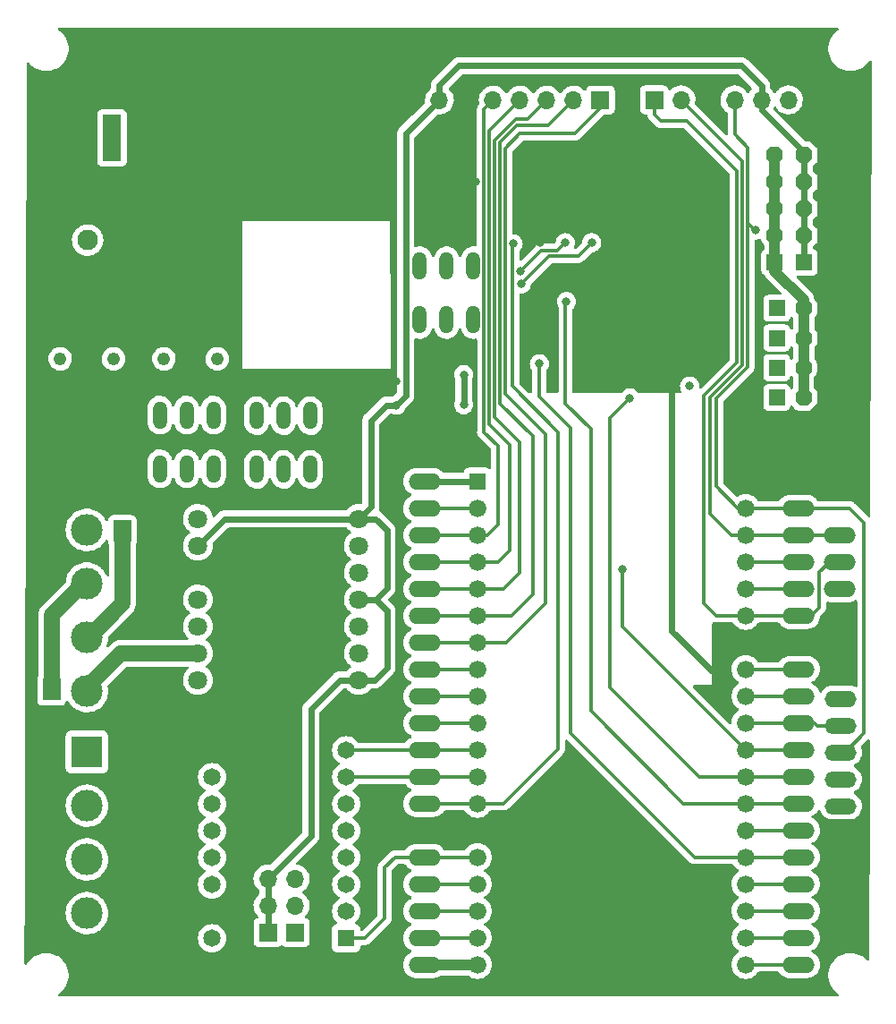
<source format=gbr>
%TF.GenerationSoftware,KiCad,Pcbnew,6.0.9-8da3e8f707~116~ubuntu22.04.1*%
%TF.CreationDate,2022-11-22T16:05:20+05:30*%
%TF.ProjectId,sra_dev_board_2022,7372615f-6465-4765-9f62-6f6172645f32,rev?*%
%TF.SameCoordinates,Original*%
%TF.FileFunction,Copper,L2,Bot*%
%TF.FilePolarity,Positive*%
%FSLAX46Y46*%
G04 Gerber Fmt 4.6, Leading zero omitted, Abs format (unit mm)*
G04 Created by KiCad (PCBNEW 6.0.9-8da3e8f707~116~ubuntu22.04.1) date 2022-11-22 16:05:20*
%MOMM*%
%LPD*%
G01*
G04 APERTURE LIST*
G04 Aperture macros list*
%AMOutline5P*
0 Free polygon, 5 corners , with rotation*
0 The origin of the aperture is its center*
0 number of corners: always 5*
0 $1 to $10 corner X, Y*
0 $11 Rotation angle, in degrees counterclockwise*
0 create outline with 5 corners*
4,1,5,$1,$2,$3,$4,$5,$6,$7,$8,$9,$10,$1,$2,$11*%
%AMOutline6P*
0 Free polygon, 6 corners , with rotation*
0 The origin of the aperture is its center*
0 number of corners: always 6*
0 $1 to $12 corner X, Y*
0 $13 Rotation angle, in degrees counterclockwise*
0 create outline with 6 corners*
4,1,6,$1,$2,$3,$4,$5,$6,$7,$8,$9,$10,$11,$12,$1,$2,$13*%
%AMOutline7P*
0 Free polygon, 7 corners , with rotation*
0 The origin of the aperture is its center*
0 number of corners: always 7*
0 $1 to $14 corner X, Y*
0 $15 Rotation angle, in degrees counterclockwise*
0 create outline with 7 corners*
4,1,7,$1,$2,$3,$4,$5,$6,$7,$8,$9,$10,$11,$12,$13,$14,$1,$2,$15*%
%AMOutline8P*
0 Free polygon, 8 corners , with rotation*
0 The origin of the aperture is its center*
0 number of corners: always 8*
0 $1 to $16 corner X, Y*
0 $17 Rotation angle, in degrees counterclockwise*
0 create outline with 8 corners*
4,1,8,$1,$2,$3,$4,$5,$6,$7,$8,$9,$10,$11,$12,$13,$14,$15,$16,$1,$2,$17*%
G04 Aperture macros list end*
%TA.AperFunction,ComponentPad*%
%ADD10R,1.524000X1.524000*%
%TD*%
%TA.AperFunction,ComponentPad*%
%ADD11Outline8P,-0.762000X0.381000X-0.381000X0.762000X0.381000X0.762000X0.762000X0.381000X0.762000X-0.381000X0.381000X-0.762000X-0.381000X-0.762000X-0.762000X-0.381000X90.000000*%
%TD*%
%TA.AperFunction,ComponentPad*%
%ADD12C,1.950000*%
%TD*%
%TA.AperFunction,ComponentPad*%
%ADD13O,3.048000X1.524000*%
%TD*%
%TA.AperFunction,ComponentPad*%
%ADD14R,1.650000X1.650000*%
%TD*%
%TA.AperFunction,ComponentPad*%
%ADD15C,1.650000*%
%TD*%
%TA.AperFunction,ComponentPad*%
%ADD16R,3.000000X3.000000*%
%TD*%
%TA.AperFunction,ComponentPad*%
%ADD17C,3.000000*%
%TD*%
%TA.AperFunction,ComponentPad*%
%ADD18O,3.000000X1.500000*%
%TD*%
%TA.AperFunction,ComponentPad*%
%ADD19O,3.000000X1.540000*%
%TD*%
%TA.AperFunction,ComponentPad*%
%ADD20Outline8P,-0.762000X0.381000X-0.381000X0.762000X0.381000X0.762000X0.762000X0.381000X0.762000X-0.381000X0.381000X-0.762000X-0.381000X-0.762000X-0.762000X-0.381000X180.000000*%
%TD*%
%TA.AperFunction,SMDPad,CuDef*%
%ADD21R,1.700000X2.000000*%
%TD*%
%TA.AperFunction,ComponentPad*%
%ADD22R,1.700000X1.700000*%
%TD*%
%TA.AperFunction,ComponentPad*%
%ADD23O,1.700000X1.700000*%
%TD*%
%TA.AperFunction,ComponentPad*%
%ADD24C,1.800000*%
%TD*%
%TA.AperFunction,ComponentPad*%
%ADD25C,1.219000*%
%TD*%
%TA.AperFunction,ComponentPad*%
%ADD26O,1.320800X2.641600*%
%TD*%
%TA.AperFunction,ComponentPad*%
%ADD27R,1.800000X4.400000*%
%TD*%
%TA.AperFunction,ComponentPad*%
%ADD28O,1.800000X4.000000*%
%TD*%
%TA.AperFunction,ComponentPad*%
%ADD29O,4.000000X1.800000*%
%TD*%
%TA.AperFunction,ComponentPad*%
%ADD30R,1.560000X1.560000*%
%TD*%
%TA.AperFunction,ComponentPad*%
%ADD31C,1.676400*%
%TD*%
%TA.AperFunction,ViaPad*%
%ADD32C,0.800000*%
%TD*%
%TA.AperFunction,Conductor*%
%ADD33C,1.000000*%
%TD*%
%TA.AperFunction,Conductor*%
%ADD34C,0.300000*%
%TD*%
%TA.AperFunction,Conductor*%
%ADD35C,0.600000*%
%TD*%
%TA.AperFunction,Conductor*%
%ADD36C,1.500000*%
%TD*%
G04 APERTURE END LIST*
D10*
%TO.P,J10,1,Pin_1*%
%TO.N,/15*%
X141520000Y-56510000D03*
D11*
%TO.P,J10,2,Pin_2*%
%TO.N,/5V*%
X144060000Y-56510000D03*
%TO.P,J10,3,Pin_3*%
%TO.N,GND*%
X146600000Y-56510000D03*
%TD*%
D12*
%TO.P,T3,1,Pin_1*%
%TO.N,GND*%
X76270000Y-55053723D03*
%TO.P,T3,2,Pin_2*%
%TO.N,/12V_U*%
X76270000Y-50053723D03*
%TD*%
D13*
%TO.P,J5,1,Pin_1*%
%TO.N,/CLK*%
X143569418Y-118588838D03*
%TO.P,J5,2,Pin_2*%
%TO.N,/SD0*%
X143569418Y-116048838D03*
%TO.P,J5,3,Pin_3*%
%TO.N,/SD1*%
X143569418Y-113508838D03*
%TO.P,J5,4,Pin_4*%
%TO.N,/15*%
X143569418Y-110968838D03*
%TO.P,J5,5,Pin_5*%
%TO.N,/2*%
X143569418Y-108428838D03*
%TO.P,J5,6,Pin_6*%
%TO.N,/0*%
X143569418Y-105888838D03*
%TO.P,J5,7,Pin_7*%
%TO.N,/4*%
X143569418Y-103348838D03*
%TO.P,J5,8,Pin_8*%
%TO.N,/16*%
X143569418Y-100808838D03*
%TO.P,J5,9,Pin_9*%
%TO.N,/17*%
X143569418Y-98268838D03*
%TO.P,J5,10,Pin_10*%
%TO.N,/5*%
X143569418Y-95728838D03*
%TO.P,J5,11,Pin_11*%
%TO.N,/18*%
X143569418Y-93188838D03*
%TO.P,J5,12,Pin_12*%
%TO.N,/19*%
X143569418Y-90648838D03*
%TO.P,J5,13,Pin_13*%
%TO.N,GND*%
X143569418Y-88108838D03*
%TO.P,J5,14,Pin_14*%
%TO.N,/21*%
X143569418Y-85568838D03*
%TO.P,J5,15,Pin_15*%
%TO.N,/RX*%
X143569418Y-83028838D03*
%TO.P,J5,16,Pin_16*%
%TO.N,/TX*%
X143569418Y-80488838D03*
%TO.P,J5,17,Pin_17*%
%TO.N,/22*%
X143569418Y-77948838D03*
%TO.P,J5,18,Pin_18*%
%TO.N,/23*%
X143569418Y-75408838D03*
%TO.P,J5,19,Pin_19*%
%TO.N,GND*%
X143569418Y-72868838D03*
%TD*%
D14*
%TO.P,U4,1,~{EN}*%
%TO.N,/13*%
X100750000Y-116090000D03*
D15*
%TO.P,U4,2,M0*%
%TO.N,/M0*%
X100750000Y-113550000D03*
%TO.P,U4,3,M1*%
%TO.N,/M1*%
X100750000Y-111010000D03*
%TO.P,U4,4,M2*%
%TO.N,/M2*%
X100750000Y-108470000D03*
%TO.P,U4,5,~{RST}*%
%TO.N,unconnected-(U4-Pad5)*%
X100750000Y-105930000D03*
%TO.P,U4,6,~{SLP}*%
%TO.N,unconnected-(U4-Pad6)*%
X100750000Y-103390000D03*
%TO.P,U4,7,STEP*%
%TO.N,/14*%
X100750000Y-100850000D03*
%TO.P,U4,8,DIR*%
%TO.N,/27*%
X100750000Y-98310000D03*
%TO.P,U4,9,GND*%
%TO.N,GND*%
X88050000Y-98310000D03*
%TO.P,U4,10,~{FLT}*%
%TO.N,unconnected-(U4-Pad10)*%
X88050000Y-100850000D03*
%TO.P,U4,11,A2*%
%TO.N,/A_2*%
X88050000Y-103390000D03*
%TO.P,U4,12,A1*%
%TO.N,/A_1*%
X88050000Y-105930000D03*
%TO.P,U4,13,B1*%
%TO.N,/B_1*%
X88050000Y-108470000D03*
%TO.P,U4,14,B2*%
%TO.N,/B_2*%
X88050000Y-111010000D03*
%TO.P,U4,15,GND_MOT*%
%TO.N,GND*%
X88050000Y-113550000D03*
%TO.P,U4,16,VMOT*%
%TO.N,/12V_P*%
X88050000Y-116090000D03*
%TD*%
D16*
%TO.P,J16,1,Pin_1*%
%TO.N,GND*%
X76200000Y-72390000D03*
D17*
%TO.P,J16,2,Pin_2*%
%TO.N,/OUT1A*%
X76200000Y-77470000D03*
%TO.P,J16,3,Pin_3*%
%TO.N,/OUT2A*%
X76200000Y-82550000D03*
%TO.P,J16,4,Pin_4*%
%TO.N,/OUT3A*%
X76200000Y-87630000D03*
%TO.P,J16,5,Pin_5*%
%TO.N,/OUT4A*%
X76200000Y-92710000D03*
%TD*%
D18*
%TO.P,J17,1,Pin_1*%
%TO.N,/19*%
X147600000Y-103600000D03*
%TO.P,J17,2,Pin_2*%
%TO.N,/18*%
X147600000Y-101060000D03*
%TO.P,J17,3,Pin_3*%
%TO.N,/23*%
X147600000Y-98520000D03*
%TO.P,J17,4,Pin_4*%
%TO.N,/5*%
X147600000Y-95980000D03*
D19*
%TO.P,J17,5,Pin_5*%
%TO.N,/3V3*%
X147600000Y-93440000D03*
D18*
%TO.P,J17,6,Pin_6*%
%TO.N,GND*%
X147600000Y-90900000D03*
%TD*%
D10*
%TO.P,J11,1,Pin_1*%
%TO.N,/5V*%
X141332544Y-52158000D03*
D20*
%TO.P,J11,2,Pin_2*%
X141332544Y-49618000D03*
%TO.P,J11,3,Pin_3*%
X141332544Y-47078000D03*
%TO.P,J11,4,Pin_4*%
X141332544Y-44538000D03*
%TO.P,J11,5,Pin_5*%
X141332544Y-41998000D03*
%TD*%
D21*
%TO.P,TP2,1,1*%
%TO.N,/OUT3A*%
X79560000Y-77579497D03*
%TD*%
D16*
%TO.P,T2,1,Pin_1*%
%TO.N,/A_2*%
X76200000Y-98480000D03*
D17*
%TO.P,T2,2,Pin_2*%
%TO.N,/A_1*%
X76200000Y-103560000D03*
%TO.P,T2,3,Pin_3*%
%TO.N,/B_1*%
X76200000Y-108640000D03*
%TO.P,T2,4,Pin_4*%
%TO.N,/B_2*%
X76200000Y-113720000D03*
%TD*%
D22*
%TO.P,J8,1,Pin_1*%
%TO.N,/21*%
X129920000Y-36790000D03*
D23*
%TO.P,J8,2,Pin_2*%
%TO.N,/22*%
X132460000Y-36790000D03*
%TO.P,J8,3,Pin_3*%
%TO.N,GND*%
X135000000Y-36790000D03*
%TO.P,J8,4,Pin_4*%
%TO.N,/23*%
X137540000Y-36790000D03*
%TO.P,J8,5,Pin_5*%
%TO.N,/3V3*%
X140080000Y-36790000D03*
%TO.P,J8,6,Pin_6*%
%TO.N,unconnected-(J8-Pad6)*%
X142620000Y-36790000D03*
%TD*%
D21*
%TO.P,TP1,1,1*%
%TO.N,/OUT2A*%
X72860000Y-92579497D03*
%TD*%
D24*
%TO.P,U3,1,VM*%
%TO.N,/12V_P*%
X86720000Y-76427582D03*
%TO.P,U3,2,VCC*%
%TO.N,/3V3*%
X86720000Y-78967582D03*
%TO.P,U3,3,GND*%
%TO.N,GND*%
X86720000Y-81507582D03*
%TO.P,U3,4,A01*%
%TO.N,/OUT1A*%
X86720000Y-84047582D03*
%TO.P,U3,5,A02*%
%TO.N,/OUT2A*%
X86720000Y-86587582D03*
%TO.P,U3,6,B02*%
%TO.N,/OUT4A*%
X86720000Y-89127582D03*
%TO.P,U3,7,B01*%
%TO.N,/OUT3A*%
X86720000Y-91667582D03*
%TO.P,U3,8,GND*%
%TO.N,GND*%
X86720000Y-94207582D03*
%TO.P,U3,9,GND*%
X101960000Y-94207582D03*
%TO.P,U3,10,PWMB*%
%TO.N,/3V3*%
X101960000Y-91667582D03*
%TO.P,U3,11,BI2*%
%TO.N,Net-(R14-Pad2)*%
X101960000Y-89127582D03*
%TO.P,U3,12,BI1*%
%TO.N,Net-(R13-Pad2)*%
X101960000Y-86587582D03*
%TO.P,U3,13,STBY*%
%TO.N,/3V3*%
X101960000Y-84047582D03*
%TO.P,U3,14,AI1*%
%TO.N,Net-(R11-Pad2)*%
X101960000Y-81507582D03*
%TO.P,U3,15,AI2*%
%TO.N,Net-(R12-Pad2)*%
X101960000Y-78967582D03*
%TO.P,U3,16,PWMA*%
%TO.N,/3V3*%
X101960000Y-76427582D03*
%TD*%
D10*
%TO.P,J13,1,Pin_1*%
%TO.N,GND*%
X146900000Y-52160000D03*
D20*
%TO.P,J13,2,Pin_2*%
X146900000Y-49620000D03*
%TO.P,J13,3,Pin_3*%
X146900000Y-47080000D03*
%TO.P,J13,4,Pin_4*%
X146900000Y-44540000D03*
%TO.P,J13,5,Pin_5*%
X146900000Y-42000000D03*
%TD*%
D25*
%TO.P,F2,1*%
%TO.N,Net-(D13-Pad1)*%
X83485000Y-61280000D03*
%TO.P,F2,2*%
%TO.N,Net-(5V_SW1-Pad2)*%
X88535000Y-61280000D03*
%TD*%
D10*
%TO.P,J3,1,Pin_1*%
%TO.N,/19*%
X141520000Y-64934000D03*
D11*
%TO.P,J3,2,Pin_2*%
%TO.N,/5V*%
X144060000Y-64934000D03*
%TO.P,J3,3,Pin_3*%
%TO.N,GND*%
X146600000Y-64934000D03*
%TD*%
D26*
%TO.P,12V_SW1,1,A*%
%TO.N,unconnected-(12V_SW1-Pad1)*%
X83120000Y-66602369D03*
%TO.P,12V_SW1,2,B*%
%TO.N,Net-(12V_SW1-Pad2)*%
X85660000Y-66602369D03*
%TO.P,12V_SW1,3,C*%
%TO.N,/12V_P*%
X88200000Y-66602369D03*
%TO.P,12V_SW1,4,A*%
%TO.N,unconnected-(12V_SW1-Pad4)*%
X83120000Y-71682369D03*
%TO.P,12V_SW1,5,B*%
%TO.N,Net-(12V_SW1-Pad2)*%
X85660000Y-71682369D03*
%TO.P,12V_SW1,6,C*%
%TO.N,/12V_P*%
X88200000Y-71682369D03*
%TD*%
D22*
%TO.P,J14,1,Pin_1*%
%TO.N,/M0*%
X95940000Y-115555000D03*
D23*
%TO.P,J14,2,Pin_2*%
%TO.N,/M1*%
X95940000Y-113015000D03*
%TO.P,J14,3,Pin_3*%
%TO.N,/M2*%
X95940000Y-110475000D03*
%TD*%
D26*
%TO.P,5V_SW1,1,A*%
%TO.N,unconnected-(5V_SW1-Pad1)*%
X92260000Y-66660000D03*
%TO.P,5V_SW1,2,B*%
%TO.N,Net-(5V_SW1-Pad2)*%
X94800000Y-66660000D03*
%TO.P,5V_SW1,3,C*%
%TO.N,/5V_P*%
X97340000Y-66660000D03*
%TO.P,5V_SW1,4,A*%
%TO.N,unconnected-(5V_SW1-Pad4)*%
X92260000Y-71740000D03*
%TO.P,5V_SW1,5,B*%
%TO.N,Net-(5V_SW1-Pad2)*%
X94800000Y-71740000D03*
%TO.P,5V_SW1,6,C*%
%TO.N,/5V_P*%
X97340000Y-71740000D03*
%TD*%
D25*
%TO.P,F1,1*%
%TO.N,Net-(D9-Pad1)*%
X78715000Y-61280000D03*
%TO.P,F1,2*%
%TO.N,Net-(12V_SW1-Pad2)*%
X73665000Y-61280000D03*
%TD*%
D10*
%TO.P,J2,1,Pin_1*%
%TO.N,/5*%
X141520000Y-59310000D03*
D11*
%TO.P,J2,2,Pin_2*%
%TO.N,/5V*%
X144060000Y-59310000D03*
%TO.P,J2,3,Pin_3*%
%TO.N,GND*%
X146600000Y-59310000D03*
%TD*%
D13*
%TO.P,J9,1,Pin_1*%
%TO.N,GND*%
X147480000Y-85580000D03*
%TO.P,J9,2,Pin_2*%
%TO.N,/3V3*%
X147480000Y-83040000D03*
%TO.P,J9,3,Pin_3*%
%TO.N,/21*%
X147480000Y-80500000D03*
%TO.P,J9,4,Pin_4*%
%TO.N,/22*%
X147480000Y-77960000D03*
%TD*%
D27*
%TO.P,J6,1*%
%TO.N,/12V_U*%
X78580000Y-40400000D03*
D28*
%TO.P,J6,2*%
%TO.N,GND*%
X72780000Y-40400000D03*
D29*
%TO.P,J6,3*%
X75580000Y-45200000D03*
%TD*%
D30*
%TO.P,U1,1,3V3*%
%TO.N,/ESP_3V3*%
X113179418Y-72868838D03*
D31*
%TO.P,U1,2,EN*%
%TO.N,/EN*%
X113179418Y-75408838D03*
%TO.P,U1,3,SENSOR_VP*%
%TO.N,/36*%
X113179418Y-77948838D03*
%TO.P,U1,4,SENSOR_VN*%
%TO.N,/39*%
X113179418Y-80488838D03*
%TO.P,U1,5,IO34*%
%TO.N,/34*%
X113179418Y-83028838D03*
%TO.P,U1,6,IO35*%
%TO.N,/35*%
X113179418Y-85568838D03*
%TO.P,U1,7,IO32*%
%TO.N,/32*%
X113179418Y-88108838D03*
%TO.P,U1,8,IO33*%
%TO.N,/33*%
X113179418Y-90648838D03*
%TO.P,U1,9,IO25*%
%TO.N,/25*%
X113179418Y-93188838D03*
%TO.P,U1,10,IO26*%
%TO.N,/26*%
X113179418Y-95728838D03*
%TO.P,U1,11,IO27*%
%TO.N,/27*%
X113179418Y-98268838D03*
%TO.P,U1,12,IO14*%
%TO.N,/14*%
X113179418Y-100808838D03*
%TO.P,U1,13,IO12*%
%TO.N,/12*%
X113179418Y-103348838D03*
%TO.P,U1,14,GND1*%
%TO.N,GND*%
X113179418Y-105888838D03*
%TO.P,U1,15,IO13*%
%TO.N,/13*%
X113179418Y-108428838D03*
%TO.P,U1,16,SD2*%
%TO.N,/SD2*%
X113179418Y-110968838D03*
%TO.P,U1,17,SD3*%
%TO.N,/SD3*%
X113179418Y-113508838D03*
%TO.P,U1,18,CMD*%
%TO.N,/CMD*%
X113179418Y-116048838D03*
%TO.P,U1,19,EXT_5V*%
%TO.N,/5V_P*%
X113179418Y-118588838D03*
%TO.P,U1,20,GND3*%
%TO.N,GND*%
X138579418Y-72868838D03*
%TO.P,U1,21,IO23*%
%TO.N,/23*%
X138579418Y-75408838D03*
%TO.P,U1,22,IO22*%
%TO.N,/22*%
X138579418Y-77948838D03*
%TO.P,U1,23,TXD0*%
%TO.N,/TX*%
X138579418Y-80488838D03*
%TO.P,U1,24,RXD0*%
%TO.N,/RX*%
X138579418Y-83028838D03*
%TO.P,U1,25,IO21*%
%TO.N,/21*%
X138579418Y-85568838D03*
%TO.P,U1,26,GND2*%
%TO.N,GND*%
X138579418Y-88108838D03*
%TO.P,U1,27,IO19*%
%TO.N,/19*%
X138579418Y-90648838D03*
%TO.P,U1,28,IO18*%
%TO.N,/18*%
X138579418Y-93188838D03*
%TO.P,U1,29,IO5*%
%TO.N,/5*%
X138579418Y-95728838D03*
%TO.P,U1,30,IO17*%
%TO.N,/17*%
X138579418Y-98268838D03*
%TO.P,U1,31,IO16*%
%TO.N,/16*%
X138579418Y-100808838D03*
%TO.P,U1,32,IO4*%
%TO.N,/4*%
X138579418Y-103348838D03*
%TO.P,U1,33,IO0*%
%TO.N,/0*%
X138579418Y-105888838D03*
%TO.P,U1,34,IO2*%
%TO.N,/2*%
X138579418Y-108428838D03*
%TO.P,U1,35,IO15*%
%TO.N,/15*%
X138579418Y-110968838D03*
%TO.P,U1,36,SD1*%
%TO.N,/SD1*%
X138579418Y-113508838D03*
%TO.P,U1,37,SD0*%
%TO.N,/SD0*%
X138579418Y-116048838D03*
%TO.P,U1,38,CLK*%
%TO.N,/CLK*%
X138579418Y-118588838D03*
%TD*%
D22*
%TO.P,J7,1,Pin_1*%
%TO.N,/32*%
X124825000Y-36800000D03*
D23*
%TO.P,J7,2,Pin_2*%
%TO.N,/35*%
X122285000Y-36800000D03*
%TO.P,J7,3,Pin_3*%
%TO.N,/34*%
X119745000Y-36800000D03*
%TO.P,J7,4,Pin_4*%
%TO.N,/39*%
X117205000Y-36800000D03*
%TO.P,J7,5,Pin_5*%
%TO.N,/36*%
X114665000Y-36800000D03*
%TO.P,J7,6,Pin_6*%
%TO.N,GND*%
X112125000Y-36800000D03*
%TO.P,J7,7,Pin_7*%
%TO.N,/3V3*%
X109585000Y-36800000D03*
%TD*%
D26*
%TO.P,TB_A1,1,A*%
%TO.N,/12*%
X107720000Y-52487102D03*
%TO.P,TB_A1,2,B*%
X110260000Y-52487102D03*
%TO.P,TB_A1,3,C*%
%TO.N,/25*%
X112800000Y-52487102D03*
%TO.P,TB_A1,4,A*%
%TO.N,/33*%
X107720000Y-57567102D03*
%TO.P,TB_A1,5,B*%
X110260000Y-57567102D03*
%TO.P,TB_A1,6,C*%
%TO.N,/26*%
X112800000Y-57567102D03*
%TD*%
D10*
%TO.P,J12,1,Pin_1*%
%TO.N,/3V3*%
X144122544Y-52166000D03*
D20*
%TO.P,J12,2,Pin_2*%
X144122544Y-49626000D03*
%TO.P,J12,3,Pin_3*%
X144122544Y-47086000D03*
%TO.P,J12,4,Pin_4*%
X144122544Y-44546000D03*
%TO.P,J12,5,Pin_5*%
X144122544Y-42006000D03*
%TD*%
D22*
%TO.P,J15,1,Pin_1*%
%TO.N,/3V3*%
X93340000Y-115555000D03*
D23*
%TO.P,J15,2,Pin_2*%
X93340000Y-113015000D03*
%TO.P,J15,3,Pin_3*%
X93340000Y-110475000D03*
%TD*%
D13*
%TO.P,J1,1,Pin_1*%
%TO.N,/ESP_3V3*%
X108179418Y-72868838D03*
%TO.P,J1,2,Pin_2*%
%TO.N,/EN*%
X108179418Y-75408838D03*
%TO.P,J1,3,Pin_3*%
%TO.N,/36*%
X108179418Y-77948838D03*
%TO.P,J1,4,Pin_4*%
%TO.N,/39*%
X108179418Y-80488838D03*
%TO.P,J1,5,Pin_5*%
%TO.N,/34*%
X108179418Y-83028838D03*
%TO.P,J1,6,Pin_6*%
%TO.N,/35*%
X108179418Y-85568838D03*
%TO.P,J1,7,Pin_7*%
%TO.N,/32*%
X108179418Y-88108838D03*
%TO.P,J1,8,Pin_8*%
%TO.N,/33*%
X108179418Y-90648838D03*
%TO.P,J1,9,Pin_9*%
%TO.N,/25*%
X108179418Y-93188838D03*
%TO.P,J1,10,Pin_10*%
%TO.N,/26*%
X108179418Y-95728838D03*
%TO.P,J1,11,Pin_11*%
%TO.N,/27*%
X108179418Y-98268838D03*
%TO.P,J1,12,Pin_12*%
%TO.N,/14*%
X108179418Y-100808838D03*
%TO.P,J1,13,Pin_13*%
%TO.N,/12*%
X108179418Y-103348838D03*
%TO.P,J1,14,Pin_14*%
%TO.N,GND*%
X108179418Y-105888838D03*
%TO.P,J1,15,Pin_15*%
%TO.N,/13*%
X108179418Y-108428838D03*
%TO.P,J1,16,Pin_16*%
%TO.N,/SD2*%
X108179418Y-110968838D03*
%TO.P,J1,17,Pin_17*%
%TO.N,/SD3*%
X108179418Y-113508838D03*
%TO.P,J1,18,Pin_18*%
%TO.N,/CMD*%
X108179418Y-116048838D03*
%TO.P,J1,19,Pin_19*%
%TO.N,/5V_P*%
X108179418Y-118588838D03*
%TD*%
D10*
%TO.P,J4,1,Pin_1*%
%TO.N,/18*%
X141510000Y-62120000D03*
D11*
%TO.P,J4,2,Pin_2*%
%TO.N,/5V*%
X144050000Y-62120000D03*
%TO.P,J4,3,Pin_3*%
%TO.N,GND*%
X146590000Y-62120000D03*
%TD*%
D32*
%TO.N,/25*%
X117219500Y-53000000D03*
X121500000Y-50300000D03*
%TO.N,/26*%
X124000000Y-50300000D03*
X117320000Y-54200000D03*
%TO.N,/12*%
X116549500Y-50400000D03*
%TO.N,/13*%
X133275023Y-63875023D03*
%TO.N,/3V3*%
X105500000Y-65680000D03*
X111880000Y-62800000D03*
X111880000Y-65620000D03*
%TO.N,GND*%
X96660000Y-45115000D03*
X112690000Y-70290000D03*
X136203500Y-58716500D03*
X130200000Y-42980000D03*
X94200000Y-35700000D03*
X96740000Y-33160000D03*
X82800000Y-43400000D03*
X112990000Y-44570000D03*
X119070000Y-58710000D03*
X82800000Y-37500000D03*
X131800000Y-63600000D03*
X135180000Y-43020000D03*
X100900000Y-71500000D03*
X94200000Y-33160000D03*
X128970000Y-54170000D03*
X129000000Y-52900000D03*
X126300000Y-52900000D03*
X120970000Y-53570000D03*
X117680000Y-42970000D03*
X99280000Y-38240000D03*
X136400000Y-91000000D03*
X119080000Y-50290000D03*
X122730000Y-43000000D03*
X105500000Y-63380000D03*
X83505000Y-46955000D03*
X100086847Y-63520000D03*
X96740000Y-38240000D03*
X82800000Y-40100000D03*
X110880000Y-44580000D03*
X99280000Y-35700000D03*
X140170000Y-54430000D03*
X127730000Y-42990000D03*
X129020000Y-58710000D03*
X94200000Y-38240000D03*
X132710000Y-42970000D03*
X99280000Y-33160000D03*
X120250000Y-43010000D03*
X96740000Y-35700000D03*
X100060000Y-45115000D03*
X126300000Y-58710000D03*
X136220000Y-52820000D03*
X125210000Y-42980000D03*
%TO.N,/2*%
X119050000Y-61750000D03*
%TO.N,/4*%
X121599070Y-55870000D03*
%TO.N,/16*%
X127620000Y-65000000D03*
%TO.N,/17*%
X126900500Y-81210000D03*
%TO.N,/23*%
X139500000Y-49100000D03*
%TD*%
D33*
%TO.N,/5V_P*%
X108179418Y-118588838D02*
X113179418Y-118588838D01*
D34*
%TO.N,/32*%
X117200000Y-40000000D02*
X115800000Y-41400000D01*
X115810400Y-50579753D02*
X115810400Y-64610400D01*
X108179418Y-88108838D02*
X113179418Y-88108838D01*
X124825000Y-36800000D02*
X124825000Y-37575000D01*
X121600000Y-40000000D02*
X117200000Y-40000000D01*
X121600000Y-40000000D02*
X122400000Y-40000000D01*
X119600000Y-68400000D02*
X119600000Y-84400000D01*
X119600000Y-84400000D02*
X115891162Y-88108838D01*
X124825000Y-37575000D02*
X122400000Y-40000000D01*
X115891162Y-88108838D02*
X113179418Y-88108838D01*
X115810400Y-64610400D02*
X119600000Y-68400000D01*
X115800000Y-41400000D02*
X115800000Y-50569353D01*
X115800000Y-50569353D02*
X115810400Y-50579753D01*
%TO.N,/33*%
X108179418Y-90648838D02*
X113179418Y-90648838D01*
%TO.N,/25*%
X119179999Y-51039501D02*
X120760499Y-51039501D01*
X120760499Y-51039501D02*
X121500000Y-50300000D01*
X117219500Y-53000000D02*
X119179999Y-51039501D01*
X108179418Y-93188838D02*
X113179418Y-93188838D01*
%TO.N,/26*%
X119950499Y-51569501D02*
X122730499Y-51569501D01*
X122730499Y-51569501D02*
X124000000Y-50300000D01*
X108179418Y-95728838D02*
X113179418Y-95728838D01*
X117320000Y-54200000D02*
X119950499Y-51569501D01*
%TO.N,/27*%
X108179418Y-98268838D02*
X113179418Y-98268838D01*
X100750000Y-98310000D02*
X108138256Y-98310000D01*
X108138256Y-98310000D02*
X108179418Y-98268838D01*
%TO.N,/14*%
X100750000Y-100850000D02*
X108138256Y-100850000D01*
X108138256Y-100850000D02*
X108179418Y-100808838D01*
X108179418Y-100808838D02*
X113179418Y-100808838D01*
%TO.N,/12*%
X115651162Y-103348838D02*
X113179418Y-103348838D01*
X120800000Y-98200000D02*
X115651162Y-103348838D01*
X120800000Y-68200000D02*
X120800000Y-98200000D01*
X113179418Y-103348838D02*
X108179418Y-103348838D01*
X116470000Y-63870000D02*
X120800000Y-68200000D01*
X116549500Y-50400000D02*
X116470000Y-50479500D01*
X116470000Y-50479500D02*
X116470000Y-63870000D01*
%TO.N,/13*%
X104400000Y-109400000D02*
X105371162Y-108428838D01*
X104400000Y-114200000D02*
X104400000Y-109400000D01*
X108179418Y-108428838D02*
X113179418Y-108428838D01*
X105371162Y-108428838D02*
X108179418Y-108428838D01*
X100750000Y-116090000D02*
X102510000Y-116090000D01*
X133250046Y-63900000D02*
X133275023Y-63875023D01*
X102510000Y-116090000D02*
X104400000Y-114200000D01*
D35*
%TO.N,/3V3*%
X144122544Y-41762544D02*
X144122544Y-42006000D01*
X101960000Y-76427582D02*
X89260000Y-76427582D01*
X106400000Y-64780000D02*
X106400000Y-39985000D01*
X104600000Y-85100000D02*
X104600000Y-90500000D01*
X103547582Y-84047582D02*
X104600000Y-85100000D01*
X97400000Y-106415000D02*
X97400000Y-94400000D01*
X140080000Y-37720000D02*
X144122544Y-41762544D01*
X103100000Y-75287582D02*
X101960000Y-76427582D01*
X104600000Y-90500000D02*
X103432418Y-91667582D01*
X103432418Y-91667582D02*
X101960000Y-91667582D01*
X111880000Y-62800000D02*
X111880000Y-65620000D01*
X106400000Y-39985000D02*
X109585000Y-36800000D01*
X138180000Y-33570000D02*
X140080000Y-35470000D01*
X89260000Y-76427582D02*
X86720000Y-78967582D01*
X105500000Y-65680000D02*
X106400000Y-64780000D01*
X144122544Y-47086000D02*
X144122544Y-49626000D01*
X111430000Y-33570000D02*
X138180000Y-33570000D01*
X105500000Y-65680000D02*
X104520000Y-65680000D01*
X144122544Y-42006000D02*
X144122544Y-44546000D01*
X101960000Y-84047582D02*
X103552418Y-84047582D01*
X97400000Y-94400000D02*
X100132418Y-91667582D01*
X93340000Y-115555000D02*
X93340000Y-113015000D01*
X144122544Y-49626000D02*
X144122544Y-52166000D01*
X111880000Y-65620000D02*
X111900000Y-65640000D01*
X100132418Y-91667582D02*
X101960000Y-91667582D01*
X104520000Y-65680000D02*
X103100000Y-67100000D01*
X109585000Y-35415000D02*
X111430000Y-33570000D01*
X101960000Y-76427582D02*
X103527582Y-76427582D01*
X140080000Y-36790000D02*
X140080000Y-37720000D01*
X144122544Y-44546000D02*
X144122544Y-47086000D01*
X104600000Y-77500000D02*
X104600000Y-83000000D01*
X101960000Y-84047582D02*
X103547582Y-84047582D01*
X140080000Y-35470000D02*
X140080000Y-36790000D01*
X93340000Y-110475000D02*
X97400000Y-106415000D01*
X109585000Y-36800000D02*
X109585000Y-35415000D01*
X103100000Y-67100000D02*
X103100000Y-75287582D01*
X103527582Y-76427582D02*
X104600000Y-77500000D01*
X104600000Y-83000000D02*
X103552418Y-84047582D01*
X93340000Y-113015000D02*
X93340000Y-110475000D01*
D33*
%TO.N,/5V*%
X141332544Y-41998000D02*
X141332544Y-44538000D01*
X144050000Y-64924000D02*
X144060000Y-64934000D01*
X144060000Y-55710000D02*
X144060000Y-56510000D01*
X141332544Y-49618000D02*
X141332544Y-52158000D01*
X144050000Y-62120000D02*
X144050000Y-64924000D01*
X144060000Y-56510000D02*
X144060000Y-59310000D01*
X141332544Y-52982544D02*
X144060000Y-55710000D01*
X141332544Y-47078000D02*
X141332544Y-49618000D01*
X141332544Y-44538000D02*
X141332544Y-47078000D01*
X141332544Y-52158000D02*
X141332544Y-52982544D01*
X144060000Y-59310000D02*
X144060000Y-62110000D01*
X144060000Y-62110000D02*
X144050000Y-62120000D01*
D35*
%TO.N,GND*%
X131600000Y-63800000D02*
X131800000Y-63600000D01*
X135600000Y-91000000D02*
X131600000Y-87000000D01*
X117680000Y-42970000D02*
X120210000Y-42970000D01*
X138579418Y-72868838D02*
X143569418Y-72868838D01*
X136400000Y-91000000D02*
X135600000Y-91000000D01*
X131600000Y-87000000D02*
X131600000Y-63800000D01*
X108179418Y-105888838D02*
X113179418Y-105888838D01*
X143569418Y-88108838D02*
X138579418Y-88108838D01*
X120210000Y-42970000D02*
X120250000Y-43010000D01*
D34*
%TO.N,/EN*%
X113179418Y-75408838D02*
X108179418Y-75408838D01*
%TO.N,/36*%
X115100000Y-77000000D02*
X115100000Y-69500000D01*
X113800000Y-37665000D02*
X114665000Y-36800000D01*
X114151162Y-77948838D02*
X115100000Y-77000000D01*
X113810400Y-68189600D02*
X113810400Y-51408181D01*
X115100000Y-69500000D02*
X113800000Y-68200000D01*
X113810400Y-51408181D02*
X113800000Y-51397781D01*
X113800000Y-51397781D02*
X113800000Y-37665000D01*
X113800000Y-68200000D02*
X113810400Y-68189600D01*
X113179418Y-77948838D02*
X108179418Y-77948838D01*
X113179418Y-77948838D02*
X114151162Y-77948838D01*
%TO.N,/39*%
X113179418Y-80488838D02*
X108179418Y-80488838D01*
X116200000Y-79400000D02*
X116200000Y-69400000D01*
X113179418Y-80488838D02*
X115111162Y-80488838D01*
X116200000Y-69400000D02*
X114310400Y-67510400D01*
X114310400Y-51201074D02*
X114300000Y-51190674D01*
X115111162Y-80488838D02*
X116200000Y-79400000D01*
X114300000Y-51190674D02*
X114300000Y-39705000D01*
X114300000Y-39705000D02*
X117205000Y-36800000D01*
X114310400Y-67510400D02*
X114310400Y-51201074D01*
%TO.N,/34*%
X115671162Y-83028838D02*
X117200000Y-81500000D01*
X116800000Y-38600000D02*
X117945000Y-38600000D01*
X113179418Y-83028838D02*
X115671162Y-83028838D01*
X114810400Y-66810400D02*
X114810400Y-50993967D01*
X114800000Y-50983567D02*
X114800000Y-40600000D01*
X114810400Y-50993967D02*
X114800000Y-50983567D01*
X114800000Y-40600000D02*
X116800000Y-38600000D01*
X113179418Y-83028838D02*
X108179418Y-83028838D01*
X117945000Y-38600000D02*
X119745000Y-36800000D01*
X117200000Y-69200000D02*
X114810400Y-66810400D01*
X117200000Y-81500000D02*
X117200000Y-69200000D01*
%TO.N,/35*%
X115310400Y-50786860D02*
X115300000Y-50776460D01*
X119885000Y-39200000D02*
X122285000Y-36800000D01*
X115310400Y-65510400D02*
X115310400Y-50786860D01*
X118400000Y-83600000D02*
X118400000Y-68600000D01*
X113179418Y-85568838D02*
X116431162Y-85568838D01*
X113179418Y-85568838D02*
X108179418Y-85568838D01*
X118400000Y-68600000D02*
X115310400Y-65510400D01*
X115300000Y-50776460D02*
X115300000Y-40807106D01*
X115300000Y-40807106D02*
X116907106Y-39200000D01*
X116431162Y-85568838D02*
X118400000Y-83600000D01*
X116907106Y-39200000D02*
X119885000Y-39200000D01*
%TO.N,/SD2*%
X108179418Y-110968838D02*
X113179418Y-110968838D01*
%TO.N,/SD3*%
X108179418Y-113508838D02*
X113179418Y-113508838D01*
%TO.N,/CMD*%
X108179418Y-116048838D02*
X113179418Y-116048838D01*
%TO.N,/5*%
X145322324Y-95980000D02*
X147600000Y-95980000D01*
X138579418Y-95728838D02*
X143569418Y-95728838D01*
X143569418Y-95728838D02*
X145071162Y-95728838D01*
X145071162Y-95728838D02*
X145322324Y-95980000D01*
%TO.N,/19*%
X138579418Y-90648838D02*
X143569418Y-90648838D01*
%TO.N,/18*%
X138579418Y-93188838D02*
X143569418Y-93188838D01*
%TO.N,/CLK*%
X138579418Y-118588838D02*
X143569418Y-118588838D01*
%TO.N,/SD0*%
X138579418Y-116048838D02*
X143569418Y-116048838D01*
%TO.N,/SD1*%
X138579418Y-113508838D02*
X143569418Y-113508838D01*
%TO.N,/15*%
X138579418Y-110968838D02*
X143569418Y-110968838D01*
%TO.N,/2*%
X122000000Y-67800000D02*
X119050000Y-64850000D01*
X138579418Y-108428838D02*
X143569418Y-108428838D01*
X119050000Y-64850000D02*
X119050000Y-61750000D01*
X138579418Y-108428838D02*
X133728838Y-108428838D01*
X122000000Y-96700000D02*
X122000000Y-67800000D01*
X133728838Y-108428838D02*
X122000000Y-96700000D01*
%TO.N,/0*%
X138579418Y-105888838D02*
X143569418Y-105888838D01*
%TO.N,/4*%
X132648838Y-103348838D02*
X138579418Y-103348838D01*
X123900000Y-94600000D02*
X132648838Y-103348838D01*
X123900000Y-67901860D02*
X123900000Y-94600000D01*
X121510499Y-55958571D02*
X121510499Y-65512359D01*
X121510499Y-65512359D02*
X123900000Y-67901860D01*
X138579418Y-103348838D02*
X143569418Y-103348838D01*
X121599070Y-55870000D02*
X121510499Y-55958571D01*
%TO.N,/16*%
X125750000Y-92350000D02*
X125750000Y-66870000D01*
X134208838Y-100808838D02*
X125750000Y-92350000D01*
X138579418Y-100808838D02*
X143569418Y-100808838D01*
X125750000Y-66870000D02*
X127620000Y-65000000D01*
X138579418Y-100808838D02*
X134208838Y-100808838D01*
%TO.N,/17*%
X126900500Y-86589920D02*
X126900500Y-81210000D01*
X138579418Y-98268838D02*
X143569418Y-98268838D01*
X138579418Y-98268838D02*
X126900500Y-86589920D01*
%TO.N,/21*%
X135768838Y-85568838D02*
X138579418Y-85568838D01*
X144771162Y-85568838D02*
X145540000Y-84800000D01*
X138579418Y-85568838D02*
X143569418Y-85568838D01*
X134600000Y-64810000D02*
X134600000Y-84400000D01*
X129920000Y-38180000D02*
X130520000Y-38780000D01*
X145540000Y-84800000D02*
X145540000Y-81470000D01*
X137750000Y-43530000D02*
X137750000Y-61660000D01*
X146510000Y-80500000D02*
X147480000Y-80500000D01*
X130520000Y-38780000D02*
X133000000Y-38780000D01*
X145540000Y-81470000D02*
X146510000Y-80500000D01*
X134600000Y-84400000D02*
X135768838Y-85568838D01*
X133000000Y-38780000D02*
X137750000Y-43530000D01*
X143569418Y-85568838D02*
X144771162Y-85568838D01*
X129920000Y-36790000D02*
X129920000Y-38180000D01*
X137750000Y-61660000D02*
X134600000Y-64810000D01*
%TO.N,/RX*%
X138579418Y-83028838D02*
X143569418Y-83028838D01*
%TO.N,/TX*%
X138579418Y-80488838D02*
X143569418Y-80488838D01*
%TO.N,/22*%
X138579418Y-77948838D02*
X143569418Y-77948838D01*
X135200000Y-75950000D02*
X137198838Y-77948838D01*
X132460000Y-36790000D02*
X138249511Y-42579511D01*
X137198838Y-77948838D02*
X138579418Y-77948838D01*
X138249511Y-61866905D02*
X135200000Y-64916416D01*
X135200000Y-64916416D02*
X135200000Y-75950000D01*
X147468838Y-77948838D02*
X147480000Y-77960000D01*
X143569418Y-77948838D02*
X147468838Y-77948838D01*
X138249511Y-42579511D02*
X138249511Y-61866905D01*
%TO.N,/23*%
X147600000Y-98520000D02*
X147980000Y-98520000D01*
X138749022Y-62073809D02*
X138749022Y-48449022D01*
X135770000Y-65052831D02*
X138749022Y-62073809D01*
X138749022Y-48449022D02*
X138749022Y-41289022D01*
X139500000Y-49100000D02*
X139400000Y-49100000D01*
X135770000Y-73350000D02*
X135770000Y-65052831D01*
X138579418Y-75408838D02*
X143569418Y-75408838D01*
X138749022Y-41289022D02*
X137540000Y-40080000D01*
X139400000Y-49100000D02*
X138749022Y-48449022D01*
X148408838Y-75408838D02*
X143569418Y-75408838D01*
X147980000Y-98520000D02*
X149800000Y-96700000D01*
X137540000Y-40080000D02*
X137540000Y-36790000D01*
X137828838Y-75408838D02*
X135770000Y-73350000D01*
X149800000Y-96700000D02*
X149800000Y-76800000D01*
X138579418Y-75408838D02*
X137828838Y-75408838D01*
X149800000Y-76800000D02*
X148408838Y-75408838D01*
D36*
%TO.N,/OUT2A*%
X72860000Y-85540000D02*
X75800000Y-82600000D01*
X72860000Y-92579497D02*
X72860000Y-85540000D01*
%TO.N,/OUT3A*%
X76320000Y-87680000D02*
X75800000Y-87680000D01*
X79560000Y-77579497D02*
X79560000Y-84440000D01*
X79560000Y-84440000D02*
X76320000Y-87680000D01*
%TO.N,/OUT4A*%
X86720000Y-89127582D02*
X79432418Y-89127582D01*
X79432418Y-89127582D02*
X75800000Y-92760000D01*
D35*
%TO.N,/ESP_3V3*%
X108179418Y-72868838D02*
X113179418Y-72868838D01*
%TD*%
%TA.AperFunction,Conductor*%
%TO.N,GND*%
G36*
X147336350Y-29978502D02*
G01*
X147382843Y-30032158D01*
X147392947Y-30102432D01*
X147363453Y-30167012D01*
X147340680Y-30187587D01*
X147169977Y-30307559D01*
X146959378Y-30503260D01*
X146777287Y-30725732D01*
X146627073Y-30970858D01*
X146511517Y-31234102D01*
X146432756Y-31510594D01*
X146392249Y-31795216D01*
X146392227Y-31799505D01*
X146392226Y-31799512D01*
X146391471Y-31943724D01*
X146390743Y-32082703D01*
X146428268Y-32367734D01*
X146504129Y-32645036D01*
X146505813Y-32648984D01*
X146606874Y-32885916D01*
X146616923Y-32909476D01*
X146673438Y-33003905D01*
X146723899Y-33088219D01*
X146764561Y-33156161D01*
X146944313Y-33380528D01*
X147152851Y-33578423D01*
X147386317Y-33746186D01*
X147390112Y-33748195D01*
X147390113Y-33748196D01*
X147411869Y-33759715D01*
X147640392Y-33880712D01*
X147910373Y-33979511D01*
X148191264Y-34040755D01*
X148219841Y-34043004D01*
X148414282Y-34058307D01*
X148414291Y-34058307D01*
X148416739Y-34058500D01*
X148572271Y-34058500D01*
X148574407Y-34058354D01*
X148574418Y-34058354D01*
X148782548Y-34044165D01*
X148782554Y-34044164D01*
X148786825Y-34043873D01*
X148791020Y-34043004D01*
X148791022Y-34043004D01*
X148927584Y-34014723D01*
X149068342Y-33985574D01*
X149339343Y-33889607D01*
X149594812Y-33757750D01*
X149598313Y-33755289D01*
X149598317Y-33755287D01*
X149712417Y-33675096D01*
X149830023Y-33592441D01*
X150040622Y-33396740D01*
X150222713Y-33174268D01*
X150236066Y-33152479D01*
X150256364Y-33119355D01*
X150309011Y-33071723D01*
X150379053Y-33060116D01*
X150444251Y-33088219D01*
X150483905Y-33147109D01*
X150489797Y-33185502D01*
X150383152Y-76148016D01*
X150362981Y-76216087D01*
X150309210Y-76262446D01*
X150238911Y-76272376D01*
X150174403Y-76242722D01*
X150168057Y-76236798D01*
X148932493Y-75001234D01*
X148924501Y-74992451D01*
X148924501Y-74992450D01*
X148920254Y-74985758D01*
X148868579Y-74937232D01*
X148865738Y-74934478D01*
X148845171Y-74913911D01*
X148841664Y-74911191D01*
X148832642Y-74903485D01*
X148804751Y-74877294D01*
X148798971Y-74871866D01*
X148792019Y-74868044D01*
X148780180Y-74861535D01*
X148763656Y-74850681D01*
X148752970Y-74842393D01*
X148746706Y-74837534D01*
X148739434Y-74834387D01*
X148739432Y-74834386D01*
X148704303Y-74819184D01*
X148693643Y-74813962D01*
X148660122Y-74795533D01*
X148660120Y-74795532D01*
X148653175Y-74791714D01*
X148632397Y-74786379D01*
X148613707Y-74779980D01*
X148594014Y-74771458D01*
X148548390Y-74764232D01*
X148536767Y-74761825D01*
X148508766Y-74754636D01*
X148492026Y-74750338D01*
X148470579Y-74750338D01*
X148450869Y-74748787D01*
X148437515Y-74746672D01*
X148429686Y-74745432D01*
X148383697Y-74749779D01*
X148371842Y-74750338D01*
X145489807Y-74750338D01*
X145421686Y-74730336D01*
X145389844Y-74701042D01*
X145316958Y-74606055D01*
X145270409Y-74545391D01*
X145154489Y-74439912D01*
X145106813Y-74396530D01*
X145106810Y-74396528D01*
X145102666Y-74392757D01*
X145059693Y-74365800D01*
X144915300Y-74275222D01*
X144915296Y-74275220D01*
X144910544Y-74272239D01*
X144700117Y-74187648D01*
X144478036Y-74141657D01*
X144473425Y-74141391D01*
X144473424Y-74141391D01*
X144422297Y-74138443D01*
X144422293Y-74138443D01*
X144420474Y-74138338D01*
X142749883Y-74138338D01*
X142747096Y-74138587D01*
X142747090Y-74138587D01*
X142676912Y-74144851D01*
X142581523Y-74153364D01*
X142362767Y-74213208D01*
X142357709Y-74215620D01*
X142357705Y-74215622D01*
X142232752Y-74275222D01*
X142158067Y-74310845D01*
X142153506Y-74314122D01*
X142153505Y-74314123D01*
X142048224Y-74389776D01*
X141973892Y-74443189D01*
X141969987Y-74447219D01*
X141842271Y-74579011D01*
X141816063Y-74606055D01*
X141812936Y-74610709D01*
X141756554Y-74694614D01*
X141701958Y-74739999D01*
X141651972Y-74750338D01*
X139827939Y-74750338D01*
X139759818Y-74730336D01*
X139724726Y-74696608D01*
X139664579Y-74610709D01*
X139614991Y-74539889D01*
X139448367Y-74373265D01*
X139255340Y-74238107D01*
X139250362Y-74235786D01*
X139250359Y-74235784D01*
X139046758Y-74140843D01*
X139046756Y-74140842D01*
X139041776Y-74138520D01*
X139036468Y-74137098D01*
X139036466Y-74137097D01*
X138819478Y-74078956D01*
X138819477Y-74078956D01*
X138814163Y-74077532D01*
X138579418Y-74056994D01*
X138344673Y-74077532D01*
X138339359Y-74078956D01*
X138339358Y-74078956D01*
X138122370Y-74137097D01*
X138122368Y-74137098D01*
X138117060Y-74138520D01*
X138112080Y-74140842D01*
X138112078Y-74140843D01*
X137908481Y-74235782D01*
X137908477Y-74235784D01*
X137903496Y-74238107D01*
X137898994Y-74241259D01*
X137898991Y-74241261D01*
X137805341Y-74306835D01*
X137738067Y-74329522D01*
X137669207Y-74312237D01*
X137643976Y-74292716D01*
X136465405Y-73114145D01*
X136431379Y-73051833D01*
X136428500Y-73025050D01*
X136428500Y-65377781D01*
X136448502Y-65309660D01*
X136465405Y-65288686D01*
X139156622Y-62597468D01*
X139165403Y-62589478D01*
X139165412Y-62589470D01*
X139172102Y-62585225D01*
X139220643Y-62533534D01*
X139223397Y-62530693D01*
X139243948Y-62510142D01*
X139246660Y-62506646D01*
X139254371Y-62497617D01*
X139280566Y-62469722D01*
X139285994Y-62463942D01*
X139296323Y-62445154D01*
X139307180Y-62428625D01*
X139307321Y-62428444D01*
X139320326Y-62411678D01*
X139338679Y-62369265D01*
X139343890Y-62358628D01*
X139366146Y-62318146D01*
X139370062Y-62302896D01*
X139371479Y-62297375D01*
X139377881Y-62278673D01*
X139386401Y-62258986D01*
X139393627Y-62213361D01*
X139396035Y-62201735D01*
X139405551Y-62164674D01*
X139405551Y-62164673D01*
X139407522Y-62156997D01*
X139407522Y-62135551D01*
X139409073Y-62115840D01*
X139411188Y-62102487D01*
X139412428Y-62094658D01*
X139408081Y-62048673D01*
X139407522Y-62036815D01*
X139407522Y-50134500D01*
X139427524Y-50066379D01*
X139481180Y-50019886D01*
X139533522Y-50008500D01*
X139595487Y-50008500D01*
X139601939Y-50007128D01*
X139601944Y-50007128D01*
X139712029Y-49983728D01*
X139782288Y-49968794D01*
X139788315Y-49966111D01*
X139788323Y-49966108D01*
X139884795Y-49923156D01*
X139955162Y-49913722D01*
X140019459Y-49943829D01*
X140057272Y-50003918D01*
X140061281Y-50032777D01*
X140061793Y-50032745D01*
X140062043Y-50036709D01*
X140062043Y-50040681D01*
X140062542Y-50044614D01*
X140062542Y-50044621D01*
X140071785Y-50117530D01*
X140072955Y-50126759D01*
X140128813Y-50261281D01*
X140133980Y-50267930D01*
X140133981Y-50267932D01*
X140172432Y-50317412D01*
X140181507Y-50329091D01*
X140287139Y-50434723D01*
X140321165Y-50497035D01*
X140324044Y-50523818D01*
X140324044Y-50882204D01*
X140304042Y-50950325D01*
X140273609Y-50983030D01*
X140226099Y-51018637D01*
X140207283Y-51032739D01*
X140119929Y-51149295D01*
X140068799Y-51285684D01*
X140062044Y-51347866D01*
X140062044Y-52968134D01*
X140068799Y-53030316D01*
X140119929Y-53166705D01*
X140207283Y-53283261D01*
X140323839Y-53370615D01*
X140332247Y-53373767D01*
X140370122Y-53387966D01*
X140426886Y-53430608D01*
X140437138Y-53446785D01*
X140439269Y-53450792D01*
X140439882Y-53451960D01*
X140482652Y-53534470D01*
X140485975Y-53538633D01*
X140488478Y-53543340D01*
X140547299Y-53615462D01*
X140547990Y-53616318D01*
X140579282Y-53655517D01*
X140581786Y-53658021D01*
X140582428Y-53658739D01*
X140586129Y-53663072D01*
X140613479Y-53696606D01*
X140618226Y-53700533D01*
X140618228Y-53700535D01*
X140648806Y-53725831D01*
X140657586Y-53733821D01*
X141346413Y-54422647D01*
X141948171Y-55024405D01*
X141982196Y-55086717D01*
X141977132Y-55157532D01*
X141934585Y-55214368D01*
X141868065Y-55239179D01*
X141859076Y-55239500D01*
X140709866Y-55239500D01*
X140647684Y-55246255D01*
X140511295Y-55297385D01*
X140394739Y-55384739D01*
X140307385Y-55501295D01*
X140256255Y-55637684D01*
X140249500Y-55699866D01*
X140249500Y-57320134D01*
X140256255Y-57382316D01*
X140307385Y-57518705D01*
X140394739Y-57635261D01*
X140511295Y-57722615D01*
X140647684Y-57773745D01*
X140709866Y-57780500D01*
X142330134Y-57780500D01*
X142392316Y-57773745D01*
X142528705Y-57722615D01*
X142645261Y-57635261D01*
X142732615Y-57518705D01*
X142783745Y-57382316D01*
X142784598Y-57374460D01*
X142785771Y-57369528D01*
X142820987Y-57307881D01*
X142883941Y-57275060D01*
X142954647Y-57281484D01*
X142997449Y-57309577D01*
X143014595Y-57326723D01*
X143048621Y-57389035D01*
X143051500Y-57415818D01*
X143051500Y-58404183D01*
X143031498Y-58472304D01*
X143014595Y-58493278D01*
X142997450Y-58510423D01*
X142935138Y-58544449D01*
X142864323Y-58539384D01*
X142807487Y-58496837D01*
X142785773Y-58450476D01*
X142784598Y-58445533D01*
X142783745Y-58437684D01*
X142732615Y-58301295D01*
X142645261Y-58184739D01*
X142528705Y-58097385D01*
X142392316Y-58046255D01*
X142330134Y-58039500D01*
X140709866Y-58039500D01*
X140647684Y-58046255D01*
X140511295Y-58097385D01*
X140394739Y-58184739D01*
X140307385Y-58301295D01*
X140256255Y-58437684D01*
X140249500Y-58499866D01*
X140249500Y-60120134D01*
X140256255Y-60182316D01*
X140307385Y-60318705D01*
X140394739Y-60435261D01*
X140511295Y-60522615D01*
X140647684Y-60573745D01*
X140709866Y-60580500D01*
X142330134Y-60580500D01*
X142392316Y-60573745D01*
X142528705Y-60522615D01*
X142645261Y-60435261D01*
X142732615Y-60318705D01*
X142783745Y-60182316D01*
X142784598Y-60174460D01*
X142785771Y-60169528D01*
X142820987Y-60107881D01*
X142883941Y-60075060D01*
X142954647Y-60081484D01*
X142997449Y-60109577D01*
X143014595Y-60126723D01*
X143048621Y-60189035D01*
X143051500Y-60215818D01*
X143051500Y-61204183D01*
X143031498Y-61272304D01*
X143014595Y-61293278D01*
X142987450Y-61320423D01*
X142925138Y-61354449D01*
X142854323Y-61349384D01*
X142797487Y-61306837D01*
X142775773Y-61260476D01*
X142774598Y-61255533D01*
X142773745Y-61247684D01*
X142722615Y-61111295D01*
X142635261Y-60994739D01*
X142518705Y-60907385D01*
X142382316Y-60856255D01*
X142320134Y-60849500D01*
X140699866Y-60849500D01*
X140637684Y-60856255D01*
X140501295Y-60907385D01*
X140384739Y-60994739D01*
X140297385Y-61111295D01*
X140246255Y-61247684D01*
X140239500Y-61309866D01*
X140239500Y-62930134D01*
X140246255Y-62992316D01*
X140297385Y-63128705D01*
X140384739Y-63245261D01*
X140501295Y-63332615D01*
X140637684Y-63383745D01*
X140699866Y-63390500D01*
X142320134Y-63390500D01*
X142382316Y-63383745D01*
X142518705Y-63332615D01*
X142635261Y-63245261D01*
X142722615Y-63128705D01*
X142773745Y-62992316D01*
X142774598Y-62984460D01*
X142775771Y-62979528D01*
X142810987Y-62917881D01*
X142873941Y-62885060D01*
X142944647Y-62891484D01*
X142987449Y-62919577D01*
X143004595Y-62936723D01*
X143038621Y-62999035D01*
X143041500Y-63025818D01*
X143041500Y-64038183D01*
X143021498Y-64106304D01*
X143004595Y-64127278D01*
X142997450Y-64134423D01*
X142935138Y-64168449D01*
X142864323Y-64163384D01*
X142807487Y-64120837D01*
X142785773Y-64074476D01*
X142784598Y-64069533D01*
X142783745Y-64061684D01*
X142732615Y-63925295D01*
X142645261Y-63808739D01*
X142528705Y-63721385D01*
X142392316Y-63670255D01*
X142330134Y-63663500D01*
X140709866Y-63663500D01*
X140647684Y-63670255D01*
X140511295Y-63721385D01*
X140394739Y-63808739D01*
X140307385Y-63925295D01*
X140256255Y-64061684D01*
X140249500Y-64123866D01*
X140249500Y-65744134D01*
X140256255Y-65806316D01*
X140307385Y-65942705D01*
X140394739Y-66059261D01*
X140511295Y-66146615D01*
X140647684Y-66197745D01*
X140709866Y-66204500D01*
X142330134Y-66204500D01*
X142392316Y-66197745D01*
X142528705Y-66146615D01*
X142645261Y-66059261D01*
X142732615Y-65942705D01*
X142738777Y-65926269D01*
X142780972Y-65813714D01*
X142780973Y-65813711D01*
X142783745Y-65806316D01*
X142784598Y-65798460D01*
X142785771Y-65793528D01*
X142820988Y-65731881D01*
X142883942Y-65699060D01*
X142954648Y-65705486D01*
X142997449Y-65733577D01*
X143190142Y-65926269D01*
X143348911Y-66085038D01*
X143417491Y-66138188D01*
X143552109Y-66193811D01*
X143560469Y-66194860D01*
X143560470Y-66194860D01*
X143633409Y-66204010D01*
X143633413Y-66204010D01*
X143637317Y-66204500D01*
X144058022Y-66204500D01*
X144478707Y-66204501D01*
X144482681Y-66204501D01*
X144486614Y-66204002D01*
X144486621Y-66204002D01*
X144560392Y-66194650D01*
X144560394Y-66194649D01*
X144568759Y-66193589D01*
X144703281Y-66137731D01*
X144771091Y-66085037D01*
X145211038Y-65645089D01*
X145264188Y-65576509D01*
X145319811Y-65441891D01*
X145326793Y-65386235D01*
X145330010Y-65360591D01*
X145330010Y-65360587D01*
X145330500Y-65356683D01*
X145330501Y-64511319D01*
X145329491Y-64503345D01*
X145320650Y-64433608D01*
X145320649Y-64433606D01*
X145319589Y-64425241D01*
X145263731Y-64290719D01*
X145211037Y-64222909D01*
X145095405Y-64107277D01*
X145061379Y-64044965D01*
X145058500Y-64018182D01*
X145058500Y-63025817D01*
X145078502Y-62957696D01*
X145095405Y-62936722D01*
X145201038Y-62831089D01*
X145254188Y-62762509D01*
X145309811Y-62627891D01*
X145312834Y-62603794D01*
X145320010Y-62546591D01*
X145320010Y-62546587D01*
X145320500Y-62542683D01*
X145320501Y-61697319D01*
X145319491Y-61689345D01*
X145310650Y-61619608D01*
X145310649Y-61619606D01*
X145309589Y-61611241D01*
X145253731Y-61476719D01*
X145201037Y-61408909D01*
X145105405Y-61313277D01*
X145071379Y-61250965D01*
X145068500Y-61224182D01*
X145068500Y-60215817D01*
X145088502Y-60147696D01*
X145105405Y-60126722D01*
X145211038Y-60021089D01*
X145264188Y-59952509D01*
X145319811Y-59817891D01*
X145330500Y-59732683D01*
X145330501Y-58887319D01*
X145329491Y-58879345D01*
X145320650Y-58809608D01*
X145320649Y-58809606D01*
X145319589Y-58801241D01*
X145263731Y-58666719D01*
X145211037Y-58598909D01*
X145105405Y-58493277D01*
X145071379Y-58430965D01*
X145068500Y-58404182D01*
X145068500Y-57415817D01*
X145088502Y-57347696D01*
X145105405Y-57326722D01*
X145211038Y-57221089D01*
X145264188Y-57152509D01*
X145319811Y-57017891D01*
X145330500Y-56932683D01*
X145330501Y-56087319D01*
X145329491Y-56079345D01*
X145320650Y-56009608D01*
X145320649Y-56009606D01*
X145319589Y-56001241D01*
X145263731Y-55866719D01*
X145257424Y-55858602D01*
X145213449Y-55802013D01*
X145211037Y-55798909D01*
X145100056Y-55687928D01*
X145066030Y-55625616D01*
X145063630Y-55609813D01*
X145056624Y-55529719D01*
X145056623Y-55529713D01*
X145056087Y-55523587D01*
X145054600Y-55518468D01*
X145054080Y-55513167D01*
X145051533Y-55504729D01*
X145027237Y-55424259D01*
X145026862Y-55422994D01*
X145015748Y-55384739D01*
X145000909Y-55333663D01*
X144998455Y-55328929D01*
X144996916Y-55323831D01*
X144985718Y-55302771D01*
X144953316Y-55241831D01*
X144952702Y-55240663D01*
X144912726Y-55163541D01*
X144912725Y-55163540D01*
X144909892Y-55158074D01*
X144906569Y-55153911D01*
X144904066Y-55149204D01*
X144845245Y-55077082D01*
X144844554Y-55076226D01*
X144813262Y-55037027D01*
X144810758Y-55034523D01*
X144810116Y-55033805D01*
X144806415Y-55029472D01*
X144779065Y-54995938D01*
X144768548Y-54987237D01*
X144743738Y-54966713D01*
X144734958Y-54958723D01*
X144082879Y-54306644D01*
X143427829Y-53651595D01*
X143393804Y-53589283D01*
X143398868Y-53518468D01*
X143441415Y-53461632D01*
X143507935Y-53436821D01*
X143516924Y-53436500D01*
X144932678Y-53436500D01*
X144994860Y-53429745D01*
X145131249Y-53378615D01*
X145247805Y-53291261D01*
X145335159Y-53174705D01*
X145386289Y-53038316D01*
X145393044Y-52976134D01*
X145393044Y-51355866D01*
X145386289Y-51293684D01*
X145335159Y-51157295D01*
X145247805Y-51040739D01*
X145131249Y-50953385D01*
X145122840Y-50950233D01*
X145122839Y-50950232D01*
X145012815Y-50908986D01*
X144956050Y-50866345D01*
X144931350Y-50799783D01*
X144931044Y-50791004D01*
X144931044Y-50731819D01*
X144951046Y-50663698D01*
X144967948Y-50642724D01*
X145270770Y-50339901D01*
X145273582Y-50337089D01*
X145326732Y-50268509D01*
X145382355Y-50133891D01*
X145384299Y-50118392D01*
X145392554Y-50052591D01*
X145392554Y-50052587D01*
X145393044Y-50048683D01*
X145393045Y-49203319D01*
X145392013Y-49195171D01*
X145383194Y-49125608D01*
X145383193Y-49125606D01*
X145382133Y-49117241D01*
X145326275Y-48982719D01*
X145320059Y-48974719D01*
X145275995Y-48918016D01*
X145273581Y-48914909D01*
X144967949Y-48609278D01*
X144933924Y-48546965D01*
X144931044Y-48520182D01*
X144931044Y-48191819D01*
X144951046Y-48123698D01*
X144967948Y-48102724D01*
X145270770Y-47799901D01*
X145273582Y-47797089D01*
X145326732Y-47728509D01*
X145382355Y-47593891D01*
X145384299Y-47578392D01*
X145392554Y-47512591D01*
X145392554Y-47512587D01*
X145393044Y-47508683D01*
X145393045Y-46663319D01*
X145392013Y-46655171D01*
X145383194Y-46585608D01*
X145383193Y-46585606D01*
X145382133Y-46577241D01*
X145326275Y-46442719D01*
X145320659Y-46435491D01*
X145275995Y-46378016D01*
X145273581Y-46374909D01*
X144967949Y-46069278D01*
X144933924Y-46006965D01*
X144931044Y-45980182D01*
X144931044Y-45651819D01*
X144951046Y-45583698D01*
X144967948Y-45562724D01*
X145270770Y-45259901D01*
X145273582Y-45257089D01*
X145326732Y-45188509D01*
X145382355Y-45053891D01*
X145384299Y-45038392D01*
X145392554Y-44972591D01*
X145392554Y-44972587D01*
X145393044Y-44968683D01*
X145393045Y-44123319D01*
X145392013Y-44115171D01*
X145383194Y-44045608D01*
X145383193Y-44045606D01*
X145382133Y-44037241D01*
X145326275Y-43902719D01*
X145320659Y-43895491D01*
X145275995Y-43838016D01*
X145273581Y-43834909D01*
X144967949Y-43529278D01*
X144933924Y-43466965D01*
X144931044Y-43440182D01*
X144931044Y-43111819D01*
X144951046Y-43043698D01*
X144967948Y-43022724D01*
X145270770Y-42719901D01*
X145273582Y-42717089D01*
X145326732Y-42648509D01*
X145382355Y-42513891D01*
X145384299Y-42498392D01*
X145392554Y-42432591D01*
X145392554Y-42432587D01*
X145393044Y-42428683D01*
X145393045Y-41583319D01*
X145391536Y-41571409D01*
X145383194Y-41505608D01*
X145383193Y-41505606D01*
X145382133Y-41497241D01*
X145326275Y-41362719D01*
X145320659Y-41355491D01*
X145275995Y-41298016D01*
X145273581Y-41294909D01*
X144833633Y-40854962D01*
X144765053Y-40801812D01*
X144630435Y-40746189D01*
X144622075Y-40745140D01*
X144622074Y-40745140D01*
X144549135Y-40735990D01*
X144549131Y-40735990D01*
X144545227Y-40735500D01*
X144291082Y-40735500D01*
X144222961Y-40715498D01*
X144201987Y-40698595D01*
X141218367Y-37714975D01*
X141184341Y-37652663D01*
X141189406Y-37581848D01*
X141205140Y-37552353D01*
X141216122Y-37537071D01*
X141247770Y-37493028D01*
X141248454Y-37492076D01*
X141249777Y-37493027D01*
X141296645Y-37449857D01*
X141366580Y-37437625D01*
X141432026Y-37465144D01*
X141459875Y-37496994D01*
X141519987Y-37595088D01*
X141666250Y-37763938D01*
X141838126Y-37906632D01*
X142031000Y-38019338D01*
X142035825Y-38021180D01*
X142035826Y-38021181D01*
X142054833Y-38028439D01*
X142239692Y-38099030D01*
X142244760Y-38100061D01*
X142244763Y-38100062D01*
X142341833Y-38119811D01*
X142458597Y-38143567D01*
X142463772Y-38143757D01*
X142463774Y-38143757D01*
X142676673Y-38151564D01*
X142676677Y-38151564D01*
X142681837Y-38151753D01*
X142686957Y-38151097D01*
X142686959Y-38151097D01*
X142898288Y-38124025D01*
X142898289Y-38124025D01*
X142903416Y-38123368D01*
X142908366Y-38121883D01*
X143112429Y-38060661D01*
X143112434Y-38060659D01*
X143117384Y-38059174D01*
X143317994Y-37960896D01*
X143499860Y-37831173D01*
X143658096Y-37673489D01*
X143673507Y-37652043D01*
X143785435Y-37496277D01*
X143788453Y-37492077D01*
X143809320Y-37449857D01*
X143885136Y-37296453D01*
X143885137Y-37296451D01*
X143887430Y-37291811D01*
X143952370Y-37078069D01*
X143981529Y-36856590D01*
X143981611Y-36853240D01*
X143983074Y-36793365D01*
X143983074Y-36793361D01*
X143983156Y-36790000D01*
X143964852Y-36567361D01*
X143910431Y-36350702D01*
X143821354Y-36145840D01*
X143709291Y-35972617D01*
X143702822Y-35962617D01*
X143702820Y-35962614D01*
X143700014Y-35958277D01*
X143549670Y-35793051D01*
X143545619Y-35789852D01*
X143545615Y-35789848D01*
X143378414Y-35657800D01*
X143378410Y-35657798D01*
X143374359Y-35654598D01*
X143357326Y-35645195D01*
X143322136Y-35625769D01*
X143178789Y-35546638D01*
X143173920Y-35544914D01*
X143173916Y-35544912D01*
X142973087Y-35473795D01*
X142973083Y-35473794D01*
X142968212Y-35472069D01*
X142963119Y-35471162D01*
X142963116Y-35471161D01*
X142753373Y-35433800D01*
X142753367Y-35433799D01*
X142748284Y-35432894D01*
X142674452Y-35431992D01*
X142530081Y-35430228D01*
X142530079Y-35430228D01*
X142524911Y-35430165D01*
X142304091Y-35463955D01*
X142091756Y-35533357D01*
X141893607Y-35636507D01*
X141889474Y-35639610D01*
X141889471Y-35639612D01*
X141746248Y-35747147D01*
X141714965Y-35770635D01*
X141696605Y-35789848D01*
X141602653Y-35888163D01*
X141560629Y-35932138D01*
X141453201Y-36089621D01*
X141398293Y-36134621D01*
X141327768Y-36142792D01*
X141264021Y-36111538D01*
X141243324Y-36087054D01*
X141162822Y-35962617D01*
X141162820Y-35962614D01*
X141160014Y-35958277D01*
X141009670Y-35793051D01*
X141005625Y-35789857D01*
X141005616Y-35789848D01*
X140936408Y-35735191D01*
X140895345Y-35677274D01*
X140888500Y-35636309D01*
X140888500Y-35479214D01*
X140888507Y-35477894D01*
X140888894Y-35440948D01*
X140889451Y-35387779D01*
X140880289Y-35345403D01*
X140878230Y-35332832D01*
X140876187Y-35314614D01*
X140873397Y-35289745D01*
X140869744Y-35279253D01*
X140862367Y-35258070D01*
X140858204Y-35243258D01*
X140852609Y-35217381D01*
X140851119Y-35210490D01*
X140832792Y-35171187D01*
X140828010Y-35159411D01*
X140813745Y-35118448D01*
X140810010Y-35112470D01*
X140795973Y-35090005D01*
X140788634Y-35076488D01*
X140777441Y-35052486D01*
X140777440Y-35052485D01*
X140774462Y-35046098D01*
X140747894Y-35011847D01*
X140740598Y-35001388D01*
X140721358Y-34970596D01*
X140721356Y-34970593D01*
X140717626Y-34964624D01*
X140689024Y-34935821D01*
X140688439Y-34935196D01*
X140687922Y-34934530D01*
X140661932Y-34908540D01*
X140589815Y-34835918D01*
X140588778Y-34835260D01*
X140587549Y-34834157D01*
X138758234Y-33004842D01*
X138757306Y-33003905D01*
X138699157Y-32944525D01*
X138699156Y-32944524D01*
X138694229Y-32939493D01*
X138657779Y-32916002D01*
X138647454Y-32908583D01*
X138613557Y-32881524D01*
X138583362Y-32866927D01*
X138569945Y-32859398D01*
X138541762Y-32841235D01*
X138535145Y-32838827D01*
X138535140Y-32838824D01*
X138501027Y-32826408D01*
X138489284Y-32821447D01*
X138456597Y-32805646D01*
X138456592Y-32805644D01*
X138450251Y-32802579D01*
X138443393Y-32800996D01*
X138443391Y-32800995D01*
X138417574Y-32795035D01*
X138402831Y-32790668D01*
X138371315Y-32779197D01*
X138364325Y-32778314D01*
X138364317Y-32778312D01*
X138328299Y-32773762D01*
X138315747Y-32771526D01*
X138280386Y-32763362D01*
X138280383Y-32763362D01*
X138273515Y-32761776D01*
X138266469Y-32761751D01*
X138266466Y-32761751D01*
X138232944Y-32761634D01*
X138232062Y-32761605D01*
X138231231Y-32761500D01*
X138194581Y-32761500D01*
X138194141Y-32761499D01*
X138095657Y-32761155D01*
X138095652Y-32761155D01*
X138092130Y-32761143D01*
X138090930Y-32761411D01*
X138089293Y-32761500D01*
X111439214Y-32761500D01*
X111437894Y-32761493D01*
X111436819Y-32761482D01*
X111347779Y-32760549D01*
X111305403Y-32769711D01*
X111292837Y-32771769D01*
X111249745Y-32776603D01*
X111243094Y-32778919D01*
X111243090Y-32778920D01*
X111218070Y-32787633D01*
X111203257Y-32791796D01*
X111170490Y-32798881D01*
X111131187Y-32817208D01*
X111119411Y-32821990D01*
X111078448Y-32836255D01*
X111072473Y-32839989D01*
X111072470Y-32839990D01*
X111050005Y-32854027D01*
X111036488Y-32861366D01*
X111012486Y-32872559D01*
X111006098Y-32875538D01*
X111000533Y-32879855D01*
X111000531Y-32879856D01*
X110971847Y-32902106D01*
X110961388Y-32909402D01*
X110930596Y-32928642D01*
X110930593Y-32928644D01*
X110924624Y-32932374D01*
X110919629Y-32937334D01*
X110919628Y-32937335D01*
X110895821Y-32960976D01*
X110895196Y-32961561D01*
X110894530Y-32962078D01*
X110868540Y-32988068D01*
X110795918Y-33060185D01*
X110795260Y-33061222D01*
X110794157Y-33062451D01*
X109019842Y-34836766D01*
X109018905Y-34837694D01*
X108954493Y-34900771D01*
X108931002Y-34937221D01*
X108923583Y-34947546D01*
X108896524Y-34981443D01*
X108893459Y-34987784D01*
X108893458Y-34987785D01*
X108881928Y-35011637D01*
X108874399Y-35025054D01*
X108856235Y-35053238D01*
X108853827Y-35059855D01*
X108853824Y-35059860D01*
X108841408Y-35093973D01*
X108836447Y-35105716D01*
X108820646Y-35138403D01*
X108820644Y-35138408D01*
X108817579Y-35144749D01*
X108815996Y-35151607D01*
X108815995Y-35151609D01*
X108810035Y-35177426D01*
X108805668Y-35192169D01*
X108794197Y-35223685D01*
X108793314Y-35230675D01*
X108793312Y-35230683D01*
X108788762Y-35266701D01*
X108786526Y-35279253D01*
X108776776Y-35321485D01*
X108776751Y-35328531D01*
X108776751Y-35328534D01*
X108776634Y-35362056D01*
X108776605Y-35362938D01*
X108776500Y-35363769D01*
X108776500Y-35400419D01*
X108776499Y-35400859D01*
X108776210Y-35483795D01*
X108776143Y-35502870D01*
X108776411Y-35504070D01*
X108776500Y-35505707D01*
X108776500Y-35645195D01*
X108756498Y-35713316D01*
X108726153Y-35745955D01*
X108684106Y-35777525D01*
X108684100Y-35777531D01*
X108679965Y-35780635D01*
X108676393Y-35784373D01*
X108676391Y-35784375D01*
X108586280Y-35878671D01*
X108525629Y-35942138D01*
X108522720Y-35946403D01*
X108522714Y-35946411D01*
X108514620Y-35958277D01*
X108399743Y-36126680D01*
X108384003Y-36160590D01*
X108308013Y-36324297D01*
X108305688Y-36329305D01*
X108245989Y-36544570D01*
X108222251Y-36766695D01*
X108222548Y-36771848D01*
X108222548Y-36771851D01*
X108232773Y-36949184D01*
X108216725Y-37018343D01*
X108196077Y-37045532D01*
X107011236Y-38230372D01*
X105834842Y-39406766D01*
X105833905Y-39407694D01*
X105782022Y-39458502D01*
X105769493Y-39470771D01*
X105746002Y-39507221D01*
X105738583Y-39517546D01*
X105711524Y-39551443D01*
X105708459Y-39557784D01*
X105708458Y-39557785D01*
X105696928Y-39581637D01*
X105689399Y-39595054D01*
X105671235Y-39623238D01*
X105668827Y-39629855D01*
X105668824Y-39629860D01*
X105656408Y-39663973D01*
X105651447Y-39675716D01*
X105635646Y-39708403D01*
X105635644Y-39708408D01*
X105632579Y-39714749D01*
X105630996Y-39721607D01*
X105630995Y-39721609D01*
X105625035Y-39747426D01*
X105620668Y-39762169D01*
X105609197Y-39793685D01*
X105608314Y-39800675D01*
X105608312Y-39800683D01*
X105603762Y-39836701D01*
X105601526Y-39849253D01*
X105591776Y-39891485D01*
X105591751Y-39898531D01*
X105591751Y-39898534D01*
X105591634Y-39932056D01*
X105591605Y-39932938D01*
X105591500Y-39933769D01*
X105591500Y-39970572D01*
X105591143Y-40072870D01*
X105591411Y-40074070D01*
X105591500Y-40075707D01*
X105591500Y-64392918D01*
X105571498Y-64461039D01*
X105554595Y-64482014D01*
X105248087Y-64788521D01*
X105210241Y-64814532D01*
X105106755Y-64860607D01*
X105055506Y-64871500D01*
X104529165Y-64871500D01*
X104527846Y-64871493D01*
X104437779Y-64870550D01*
X104430901Y-64872037D01*
X104430891Y-64872038D01*
X104395413Y-64879709D01*
X104382838Y-64881769D01*
X104339745Y-64886603D01*
X104308074Y-64897632D01*
X104293265Y-64901795D01*
X104267371Y-64907393D01*
X104267368Y-64907394D01*
X104260490Y-64908881D01*
X104221187Y-64927208D01*
X104209411Y-64931990D01*
X104168448Y-64946255D01*
X104162473Y-64949989D01*
X104162470Y-64949990D01*
X104140005Y-64964027D01*
X104126488Y-64971366D01*
X104102481Y-64982561D01*
X104102477Y-64982563D01*
X104096098Y-64985538D01*
X104073817Y-65002821D01*
X104061844Y-65012108D01*
X104051395Y-65019397D01*
X104014624Y-65042374D01*
X104009625Y-65047339D01*
X104009623Y-65047340D01*
X103985815Y-65070983D01*
X103985192Y-65071566D01*
X103984530Y-65072079D01*
X103958681Y-65097928D01*
X103895072Y-65161095D01*
X103885918Y-65170185D01*
X103885259Y-65171223D01*
X103884153Y-65172456D01*
X102534843Y-66521765D01*
X102533906Y-66522693D01*
X102505852Y-66550166D01*
X102469493Y-66585771D01*
X102446002Y-66622221D01*
X102438583Y-66632546D01*
X102411524Y-66666443D01*
X102408459Y-66672784D01*
X102408458Y-66672785D01*
X102396928Y-66696637D01*
X102389399Y-66710054D01*
X102371235Y-66738238D01*
X102368827Y-66744855D01*
X102368824Y-66744860D01*
X102356408Y-66778973D01*
X102351447Y-66790716D01*
X102335646Y-66823403D01*
X102335644Y-66823408D01*
X102332579Y-66829749D01*
X102330996Y-66836607D01*
X102330995Y-66836609D01*
X102325035Y-66862426D01*
X102320668Y-66877169D01*
X102309197Y-66908685D01*
X102308314Y-66915675D01*
X102308312Y-66915683D01*
X102303762Y-66951701D01*
X102301526Y-66964253D01*
X102291776Y-67006485D01*
X102291751Y-67013531D01*
X102291751Y-67013534D01*
X102291634Y-67047056D01*
X102291605Y-67047938D01*
X102291500Y-67048769D01*
X102291500Y-67085572D01*
X102291143Y-67187870D01*
X102291411Y-67189070D01*
X102291500Y-67190707D01*
X102291500Y-74900501D01*
X102271498Y-74968622D01*
X102254595Y-74989596D01*
X102250388Y-74993803D01*
X102188076Y-75027829D01*
X102139197Y-75028755D01*
X102093006Y-75020527D01*
X102020096Y-75019636D01*
X101866581Y-75017761D01*
X101866579Y-75017761D01*
X101861411Y-75017698D01*
X101632464Y-75052732D01*
X101412314Y-75124688D01*
X101407726Y-75127076D01*
X101407722Y-75127078D01*
X101261418Y-75203239D01*
X101206872Y-75231634D01*
X101202739Y-75234737D01*
X101202736Y-75234739D01*
X101025790Y-75367594D01*
X101021655Y-75370699D01*
X100861639Y-75538146D01*
X100843942Y-75564088D01*
X100789033Y-75609089D01*
X100739856Y-75619082D01*
X89269164Y-75619082D01*
X89267845Y-75619075D01*
X89177779Y-75618132D01*
X89170893Y-75619621D01*
X89170891Y-75619621D01*
X89152313Y-75623638D01*
X89135414Y-75627292D01*
X89122835Y-75629352D01*
X89086741Y-75633400D01*
X89086738Y-75633401D01*
X89079745Y-75634185D01*
X89048068Y-75645216D01*
X89033258Y-75649378D01*
X89007378Y-75654973D01*
X89007374Y-75654974D01*
X89000489Y-75656463D01*
X88994105Y-75659440D01*
X88994099Y-75659442D01*
X88961193Y-75674786D01*
X88949384Y-75679581D01*
X88908448Y-75693837D01*
X88902476Y-75697569D01*
X88902469Y-75697572D01*
X88880005Y-75711609D01*
X88866488Y-75718948D01*
X88842481Y-75730143D01*
X88842477Y-75730145D01*
X88836098Y-75733120D01*
X88828381Y-75739106D01*
X88801844Y-75759690D01*
X88791395Y-75766979D01*
X88754624Y-75789956D01*
X88749625Y-75794921D01*
X88749623Y-75794922D01*
X88725815Y-75818565D01*
X88725192Y-75819148D01*
X88724530Y-75819661D01*
X88698682Y-75845509D01*
X88648031Y-75895808D01*
X88625918Y-75917767D01*
X88625259Y-75918805D01*
X88624153Y-75920038D01*
X88318299Y-76225892D01*
X88255987Y-76259918D01*
X88185172Y-76254853D01*
X88128336Y-76212306D01*
X88107000Y-76167492D01*
X88059184Y-75977126D01*
X88059183Y-75977122D01*
X88057925Y-75972115D01*
X88055866Y-75967379D01*
X87967630Y-75764450D01*
X87967628Y-75764447D01*
X87965570Y-75759713D01*
X87839764Y-75565247D01*
X87683887Y-75393940D01*
X87679836Y-75390741D01*
X87679832Y-75390737D01*
X87506177Y-75253593D01*
X87506172Y-75253590D01*
X87502123Y-75250392D01*
X87497607Y-75247899D01*
X87497604Y-75247897D01*
X87303879Y-75140955D01*
X87303875Y-75140953D01*
X87299355Y-75138458D01*
X87294486Y-75136734D01*
X87294482Y-75136732D01*
X87085903Y-75062870D01*
X87085899Y-75062869D01*
X87081028Y-75061144D01*
X87075935Y-75060237D01*
X87075932Y-75060236D01*
X86858095Y-75021433D01*
X86858089Y-75021432D01*
X86853006Y-75020527D01*
X86780096Y-75019636D01*
X86626581Y-75017761D01*
X86626579Y-75017761D01*
X86621411Y-75017698D01*
X86392464Y-75052732D01*
X86172314Y-75124688D01*
X86167726Y-75127076D01*
X86167722Y-75127078D01*
X86021418Y-75203239D01*
X85966872Y-75231634D01*
X85962739Y-75234737D01*
X85962736Y-75234739D01*
X85785790Y-75367594D01*
X85781655Y-75370699D01*
X85621639Y-75538146D01*
X85618730Y-75542411D01*
X85618724Y-75542419D01*
X85603944Y-75564086D01*
X85491119Y-75729481D01*
X85393602Y-75939563D01*
X85331707Y-76162751D01*
X85307095Y-76393051D01*
X85307392Y-76398204D01*
X85307392Y-76398207D01*
X85316969Y-76564308D01*
X85320427Y-76624279D01*
X85321564Y-76629325D01*
X85321565Y-76629331D01*
X85348979Y-76750974D01*
X85371346Y-76850224D01*
X85373288Y-76855006D01*
X85373289Y-76855010D01*
X85438993Y-77016819D01*
X85458484Y-77064819D01*
X85579501Y-77262301D01*
X85731147Y-77437366D01*
X85909349Y-77585312D01*
X85913819Y-77587924D01*
X85917511Y-77590082D01*
X85966232Y-77641722D01*
X85979301Y-77711506D01*
X85952566Y-77777276D01*
X85929589Y-77799627D01*
X85781655Y-77910699D01*
X85621639Y-78078146D01*
X85618725Y-78082418D01*
X85618724Y-78082419D01*
X85603152Y-78105247D01*
X85491119Y-78269481D01*
X85393602Y-78479563D01*
X85331707Y-78702751D01*
X85307095Y-78933051D01*
X85307392Y-78938204D01*
X85307392Y-78938207D01*
X85316969Y-79104308D01*
X85320427Y-79164279D01*
X85321564Y-79169325D01*
X85321565Y-79169331D01*
X85344983Y-79273241D01*
X85371346Y-79390224D01*
X85373288Y-79395006D01*
X85373289Y-79395010D01*
X85424007Y-79519912D01*
X85458484Y-79604819D01*
X85579501Y-79802301D01*
X85731147Y-79977366D01*
X85909349Y-80125312D01*
X86109322Y-80242166D01*
X86114147Y-80244008D01*
X86114148Y-80244009D01*
X86188665Y-80272465D01*
X86325694Y-80324791D01*
X86330760Y-80325822D01*
X86330761Y-80325822D01*
X86372452Y-80334304D01*
X86552656Y-80370967D01*
X86683324Y-80375758D01*
X86778949Y-80379265D01*
X86778953Y-80379265D01*
X86784113Y-80379454D01*
X86789233Y-80378798D01*
X86789235Y-80378798D01*
X86862270Y-80369442D01*
X87013847Y-80350024D01*
X87018795Y-80348539D01*
X87018802Y-80348538D01*
X87230747Y-80284951D01*
X87235690Y-80283468D01*
X87240324Y-80281198D01*
X87439049Y-80183844D01*
X87439052Y-80183842D01*
X87443684Y-80181573D01*
X87632243Y-80047076D01*
X87796303Y-79883587D01*
X87931458Y-79695499D01*
X87933826Y-79690709D01*
X88031784Y-79492504D01*
X88031785Y-79492502D01*
X88034078Y-79487862D01*
X88101408Y-79266253D01*
X88131640Y-79036623D01*
X88132007Y-79021616D01*
X88133245Y-78970947D01*
X88133245Y-78970943D01*
X88133327Y-78967582D01*
X88121787Y-78827219D01*
X88117602Y-78776310D01*
X88131955Y-78706779D01*
X88154083Y-78676891D01*
X89557987Y-77272987D01*
X89620299Y-77238961D01*
X89647082Y-77236082D01*
X100739235Y-77236082D01*
X100807356Y-77256084D01*
X100834472Y-77279585D01*
X100971147Y-77437366D01*
X101149349Y-77585312D01*
X101153819Y-77587924D01*
X101157511Y-77590082D01*
X101206232Y-77641722D01*
X101219301Y-77711506D01*
X101192566Y-77777276D01*
X101169589Y-77799627D01*
X101021655Y-77910699D01*
X100861639Y-78078146D01*
X100858725Y-78082418D01*
X100858724Y-78082419D01*
X100843152Y-78105247D01*
X100731119Y-78269481D01*
X100633602Y-78479563D01*
X100571707Y-78702751D01*
X100547095Y-78933051D01*
X100547392Y-78938204D01*
X100547392Y-78938207D01*
X100556969Y-79104308D01*
X100560427Y-79164279D01*
X100561564Y-79169325D01*
X100561565Y-79169331D01*
X100584983Y-79273241D01*
X100611346Y-79390224D01*
X100613288Y-79395006D01*
X100613289Y-79395010D01*
X100664007Y-79519912D01*
X100698484Y-79604819D01*
X100819501Y-79802301D01*
X100971147Y-79977366D01*
X101149349Y-80125312D01*
X101153816Y-80127922D01*
X101153819Y-80127924D01*
X101157511Y-80130082D01*
X101206232Y-80181722D01*
X101219301Y-80251506D01*
X101192566Y-80317276D01*
X101169589Y-80339627D01*
X101021655Y-80450699D01*
X100861639Y-80618146D01*
X100858725Y-80622418D01*
X100858724Y-80622419D01*
X100843152Y-80645247D01*
X100731119Y-80809481D01*
X100633602Y-81019563D01*
X100571707Y-81242751D01*
X100547095Y-81473051D01*
X100547392Y-81478204D01*
X100547392Y-81478207D01*
X100556969Y-81644308D01*
X100560427Y-81704279D01*
X100561564Y-81709325D01*
X100561565Y-81709331D01*
X100586238Y-81818810D01*
X100611346Y-81930224D01*
X100613288Y-81935006D01*
X100613289Y-81935010D01*
X100664007Y-82059912D01*
X100698484Y-82144819D01*
X100819501Y-82342301D01*
X100971147Y-82517366D01*
X101149349Y-82665312D01*
X101153819Y-82667924D01*
X101157511Y-82670082D01*
X101206232Y-82721722D01*
X101219301Y-82791506D01*
X101192566Y-82857276D01*
X101169589Y-82879627D01*
X101021655Y-82990699D01*
X101018083Y-82994437D01*
X100877087Y-83141981D01*
X100861639Y-83158146D01*
X100858725Y-83162418D01*
X100858724Y-83162419D01*
X100843829Y-83184255D01*
X100731119Y-83349481D01*
X100633602Y-83559563D01*
X100571707Y-83782751D01*
X100547095Y-84013051D01*
X100547392Y-84018204D01*
X100547392Y-84018207D01*
X100556969Y-84184308D01*
X100560427Y-84244279D01*
X100561564Y-84249325D01*
X100561565Y-84249331D01*
X100584983Y-84353241D01*
X100611346Y-84470224D01*
X100613288Y-84475006D01*
X100613289Y-84475010D01*
X100692225Y-84669405D01*
X100698484Y-84684819D01*
X100819501Y-84882301D01*
X100971147Y-85057366D01*
X101149349Y-85205312D01*
X101153819Y-85207924D01*
X101157511Y-85210082D01*
X101206232Y-85261722D01*
X101219301Y-85331506D01*
X101192566Y-85397276D01*
X101169589Y-85419627D01*
X101021655Y-85530699D01*
X101018083Y-85534437D01*
X100904371Y-85653430D01*
X100861639Y-85698146D01*
X100858725Y-85702418D01*
X100858724Y-85702419D01*
X100843152Y-85725247D01*
X100731119Y-85889481D01*
X100633602Y-86099563D01*
X100571707Y-86322751D01*
X100547095Y-86553051D01*
X100547392Y-86558204D01*
X100547392Y-86558207D01*
X100556969Y-86724308D01*
X100560427Y-86784279D01*
X100561564Y-86789325D01*
X100561565Y-86789331D01*
X100586217Y-86898720D01*
X100611346Y-87010224D01*
X100613288Y-87015006D01*
X100613289Y-87015010D01*
X100664007Y-87139912D01*
X100698484Y-87224819D01*
X100819501Y-87422301D01*
X100971147Y-87597366D01*
X101149349Y-87745312D01*
X101153819Y-87747924D01*
X101157511Y-87750082D01*
X101206232Y-87801722D01*
X101219301Y-87871506D01*
X101192566Y-87937276D01*
X101169589Y-87959627D01*
X101058234Y-88043235D01*
X101021655Y-88070699D01*
X101003096Y-88090120D01*
X100882903Y-88215895D01*
X100861639Y-88238146D01*
X100858725Y-88242418D01*
X100858724Y-88242419D01*
X100843152Y-88265247D01*
X100731119Y-88429481D01*
X100633602Y-88639563D01*
X100571707Y-88862751D01*
X100547095Y-89093051D01*
X100547392Y-89098204D01*
X100547392Y-89098207D01*
X100556969Y-89264308D01*
X100560427Y-89324279D01*
X100561564Y-89329325D01*
X100561565Y-89329331D01*
X100584983Y-89433241D01*
X100611346Y-89550224D01*
X100613288Y-89555006D01*
X100613289Y-89555010D01*
X100664007Y-89679912D01*
X100698484Y-89764819D01*
X100819501Y-89962301D01*
X100971147Y-90137366D01*
X101149349Y-90285312D01*
X101153819Y-90287924D01*
X101157511Y-90290082D01*
X101206232Y-90341722D01*
X101219301Y-90411506D01*
X101192566Y-90477276D01*
X101169589Y-90499627D01*
X101027509Y-90606304D01*
X101021655Y-90610699D01*
X101018084Y-90614436D01*
X101018083Y-90614437D01*
X100869184Y-90770251D01*
X100861639Y-90778146D01*
X100843942Y-90804088D01*
X100789033Y-90849089D01*
X100739856Y-90859082D01*
X100141678Y-90859082D01*
X100140359Y-90859075D01*
X100050197Y-90858131D01*
X100043311Y-90859620D01*
X100043309Y-90859620D01*
X100033981Y-90861637D01*
X100007821Y-90867293D01*
X99995255Y-90869351D01*
X99952163Y-90874185D01*
X99945512Y-90876501D01*
X99945508Y-90876502D01*
X99920488Y-90885215D01*
X99905675Y-90889378D01*
X99872908Y-90896463D01*
X99833607Y-90914789D01*
X99821824Y-90919574D01*
X99780866Y-90933837D01*
X99774889Y-90937572D01*
X99752434Y-90951603D01*
X99738917Y-90958942D01*
X99714899Y-90970142D01*
X99714895Y-90970144D01*
X99708516Y-90973119D01*
X99702952Y-90977435D01*
X99702950Y-90977436D01*
X99674258Y-90999691D01*
X99663803Y-91006985D01*
X99627042Y-91029956D01*
X99622045Y-91034918D01*
X99622044Y-91034919D01*
X99598239Y-91058558D01*
X99597614Y-91059143D01*
X99596948Y-91059660D01*
X99570958Y-91085650D01*
X99498336Y-91157767D01*
X99497678Y-91158804D01*
X99496575Y-91160033D01*
X96834842Y-93821766D01*
X96833905Y-93822694D01*
X96776466Y-93878943D01*
X96769493Y-93885771D01*
X96746002Y-93922221D01*
X96738583Y-93932546D01*
X96711524Y-93966443D01*
X96708459Y-93972784D01*
X96708458Y-93972785D01*
X96696928Y-93996637D01*
X96689399Y-94010054D01*
X96671235Y-94038238D01*
X96668827Y-94044855D01*
X96668824Y-94044860D01*
X96656408Y-94078973D01*
X96651447Y-94090716D01*
X96635646Y-94123403D01*
X96635644Y-94123408D01*
X96632579Y-94129749D01*
X96630996Y-94136607D01*
X96630995Y-94136609D01*
X96625035Y-94162426D01*
X96620668Y-94177169D01*
X96609197Y-94208685D01*
X96608314Y-94215675D01*
X96608312Y-94215683D01*
X96603762Y-94251701D01*
X96601526Y-94264253D01*
X96595756Y-94289248D01*
X96591776Y-94306485D01*
X96591751Y-94313531D01*
X96591751Y-94313534D01*
X96591634Y-94347056D01*
X96591605Y-94347938D01*
X96591500Y-94348769D01*
X96591500Y-94385419D01*
X96591499Y-94385859D01*
X96591156Y-94484234D01*
X96591143Y-94487870D01*
X96591411Y-94489070D01*
X96591500Y-94490707D01*
X96591500Y-106027918D01*
X96571498Y-106096039D01*
X96554595Y-106117013D01*
X93587276Y-109084332D01*
X93524964Y-109118358D01*
X93478524Y-109119237D01*
X93478519Y-109119287D01*
X93478076Y-109119245D01*
X93476081Y-109119283D01*
X93468284Y-109117894D01*
X93394452Y-109116992D01*
X93250081Y-109115228D01*
X93250079Y-109115228D01*
X93244911Y-109115165D01*
X93024091Y-109148955D01*
X92811756Y-109218357D01*
X92733455Y-109259118D01*
X92659173Y-109297787D01*
X92613607Y-109321507D01*
X92609474Y-109324610D01*
X92609471Y-109324612D01*
X92449237Y-109444919D01*
X92434965Y-109455635D01*
X92409894Y-109481870D01*
X92328037Y-109567529D01*
X92280629Y-109617138D01*
X92277715Y-109621410D01*
X92277714Y-109621411D01*
X92267860Y-109635856D01*
X92154743Y-109801680D01*
X92130504Y-109853898D01*
X92089373Y-109942509D01*
X92060688Y-110004305D01*
X92000989Y-110219570D01*
X91977251Y-110441695D01*
X91977548Y-110446848D01*
X91977548Y-110446851D01*
X91989042Y-110646199D01*
X91990110Y-110664715D01*
X91991247Y-110669761D01*
X91991248Y-110669767D01*
X92000133Y-110709192D01*
X92039222Y-110882639D01*
X92123266Y-111089616D01*
X92163448Y-111155187D01*
X92237288Y-111275683D01*
X92239987Y-111280088D01*
X92386250Y-111448938D01*
X92390225Y-111452238D01*
X92390228Y-111452241D01*
X92485985Y-111531740D01*
X92525620Y-111590643D01*
X92531500Y-111628684D01*
X92531500Y-111860195D01*
X92511498Y-111928316D01*
X92481153Y-111960955D01*
X92439106Y-111992525D01*
X92439100Y-111992531D01*
X92434965Y-111995635D01*
X92431393Y-111999373D01*
X92431391Y-111999375D01*
X92328037Y-112107529D01*
X92280629Y-112157138D01*
X92277715Y-112161410D01*
X92277714Y-112161411D01*
X92265404Y-112179457D01*
X92154743Y-112341680D01*
X92123760Y-112408428D01*
X92091856Y-112477160D01*
X92060688Y-112544305D01*
X92000989Y-112759570D01*
X91977251Y-112981695D01*
X91977548Y-112986848D01*
X91977548Y-112986851D01*
X91983011Y-113081590D01*
X91990110Y-113204715D01*
X91991247Y-113209761D01*
X91991248Y-113209767D01*
X92000133Y-113249192D01*
X92039222Y-113422639D01*
X92123266Y-113629616D01*
X92163118Y-113694648D01*
X92237288Y-113815683D01*
X92239987Y-113820088D01*
X92386250Y-113988938D01*
X92390230Y-113992242D01*
X92394981Y-113996187D01*
X92434616Y-114055090D01*
X92436113Y-114126071D01*
X92398997Y-114186593D01*
X92358725Y-114211112D01*
X92332168Y-114221068D01*
X92243295Y-114254385D01*
X92126739Y-114341739D01*
X92039385Y-114458295D01*
X91988255Y-114594684D01*
X91981500Y-114656866D01*
X91981500Y-116453134D01*
X91988255Y-116515316D01*
X92039385Y-116651705D01*
X92126739Y-116768261D01*
X92243295Y-116855615D01*
X92379684Y-116906745D01*
X92441866Y-116913500D01*
X94238134Y-116913500D01*
X94300316Y-116906745D01*
X94436705Y-116855615D01*
X94553261Y-116768261D01*
X94554187Y-116767026D01*
X94613217Y-116734792D01*
X94684032Y-116739857D01*
X94725355Y-116766414D01*
X94726739Y-116768261D01*
X94843295Y-116855615D01*
X94979684Y-116906745D01*
X95041866Y-116913500D01*
X96838134Y-116913500D01*
X96900316Y-116906745D01*
X97036705Y-116855615D01*
X97153261Y-116768261D01*
X97240615Y-116651705D01*
X97291745Y-116515316D01*
X97298500Y-116453134D01*
X97298500Y-114656866D01*
X97291745Y-114594684D01*
X97240615Y-114458295D01*
X97153261Y-114341739D01*
X97036705Y-114254385D01*
X96989920Y-114236846D01*
X96918203Y-114209960D01*
X96861439Y-114167318D01*
X96836739Y-114100756D01*
X96851947Y-114031408D01*
X96873493Y-114002727D01*
X96887330Y-113988938D01*
X96978096Y-113898489D01*
X97037594Y-113815689D01*
X97105435Y-113721277D01*
X97108453Y-113717077D01*
X97115313Y-113703198D01*
X97205136Y-113521453D01*
X97205137Y-113521451D01*
X97207430Y-113516811D01*
X97239900Y-113409940D01*
X97270865Y-113308023D01*
X97270865Y-113308021D01*
X97272370Y-113303069D01*
X97301529Y-113081590D01*
X97302509Y-113041498D01*
X97303074Y-113018365D01*
X97303074Y-113018361D01*
X97303156Y-113015000D01*
X97284852Y-112792361D01*
X97230431Y-112575702D01*
X97141354Y-112370840D01*
X97055477Y-112238094D01*
X97022822Y-112187617D01*
X97022820Y-112187614D01*
X97020014Y-112183277D01*
X96869670Y-112018051D01*
X96865619Y-112014852D01*
X96865615Y-112014848D01*
X96698414Y-111882800D01*
X96698410Y-111882798D01*
X96694359Y-111879598D01*
X96653053Y-111856796D01*
X96603084Y-111806364D01*
X96588312Y-111736921D01*
X96613428Y-111670516D01*
X96640780Y-111643909D01*
X96684603Y-111612650D01*
X96819860Y-111516173D01*
X96978096Y-111358489D01*
X97037594Y-111275689D01*
X97105435Y-111181277D01*
X97108453Y-111177077D01*
X97122043Y-111149581D01*
X97205136Y-110981453D01*
X97205137Y-110981451D01*
X97207430Y-110976811D01*
X97239900Y-110869940D01*
X97270865Y-110768023D01*
X97270865Y-110768021D01*
X97272370Y-110763069D01*
X97301529Y-110541590D01*
X97301611Y-110538240D01*
X97303074Y-110478365D01*
X97303074Y-110478361D01*
X97303156Y-110475000D01*
X97284852Y-110252361D01*
X97230431Y-110035702D01*
X97141354Y-109830840D01*
X97055635Y-109698338D01*
X97022822Y-109647617D01*
X97022820Y-109647614D01*
X97020014Y-109643277D01*
X96869670Y-109478051D01*
X96865619Y-109474852D01*
X96865615Y-109474848D01*
X96698414Y-109342800D01*
X96698410Y-109342798D01*
X96694359Y-109339598D01*
X96667446Y-109324741D01*
X96615484Y-109296057D01*
X96498789Y-109231638D01*
X96493920Y-109229914D01*
X96493916Y-109229912D01*
X96293087Y-109158795D01*
X96293083Y-109158794D01*
X96288212Y-109157069D01*
X96283119Y-109156162D01*
X96283116Y-109156161D01*
X96160443Y-109134310D01*
X96112722Y-109125810D01*
X96049166Y-109094172D01*
X96012802Y-109033195D01*
X96015179Y-108962238D01*
X96045724Y-108912668D01*
X97965158Y-106993234D01*
X97966095Y-106992306D01*
X98025475Y-106934157D01*
X98025476Y-106934156D01*
X98030507Y-106929229D01*
X98053998Y-106892779D01*
X98061417Y-106882454D01*
X98088476Y-106848557D01*
X98103073Y-106818362D01*
X98110602Y-106804945D01*
X98128765Y-106776762D01*
X98131173Y-106770145D01*
X98131176Y-106770140D01*
X98143592Y-106736027D01*
X98148553Y-106724284D01*
X98164354Y-106691597D01*
X98164356Y-106691592D01*
X98167421Y-106685251D01*
X98174965Y-106652572D01*
X98179332Y-106637831D01*
X98190803Y-106606315D01*
X98191686Y-106599325D01*
X98191688Y-106599317D01*
X98196238Y-106563299D01*
X98198474Y-106550747D01*
X98206638Y-106515386D01*
X98206638Y-106515383D01*
X98208224Y-106508515D01*
X98208366Y-106467944D01*
X98208395Y-106467062D01*
X98208500Y-106466231D01*
X98208500Y-106429428D01*
X98208857Y-106327130D01*
X98208589Y-106325930D01*
X98208500Y-106324293D01*
X98208500Y-94787082D01*
X98228502Y-94718961D01*
X98245405Y-94697987D01*
X100430404Y-92512987D01*
X100492716Y-92478962D01*
X100519499Y-92476082D01*
X100739235Y-92476082D01*
X100807356Y-92496084D01*
X100834472Y-92519585D01*
X100971147Y-92677366D01*
X101149349Y-92825312D01*
X101349322Y-92942166D01*
X101354147Y-92944008D01*
X101354148Y-92944009D01*
X101394906Y-92959573D01*
X101565694Y-93024791D01*
X101570760Y-93025822D01*
X101570761Y-93025822D01*
X101586957Y-93029117D01*
X101792656Y-93070967D01*
X101923324Y-93075758D01*
X102018949Y-93079265D01*
X102018953Y-93079265D01*
X102024113Y-93079454D01*
X102029233Y-93078798D01*
X102029235Y-93078798D01*
X102102270Y-93069442D01*
X102253847Y-93050024D01*
X102258795Y-93048539D01*
X102258802Y-93048538D01*
X102470747Y-92984951D01*
X102475690Y-92983468D01*
X102535652Y-92954093D01*
X102679049Y-92883844D01*
X102679052Y-92883842D01*
X102683684Y-92881573D01*
X102872243Y-92747076D01*
X103036303Y-92583587D01*
X103039319Y-92579390D01*
X103039326Y-92579382D01*
X103075848Y-92528556D01*
X103131842Y-92484908D01*
X103178170Y-92476082D01*
X103423204Y-92476082D01*
X103424524Y-92476089D01*
X103514639Y-92477033D01*
X103557015Y-92467871D01*
X103569581Y-92465813D01*
X103612673Y-92460979D01*
X103619324Y-92458663D01*
X103619328Y-92458662D01*
X103644348Y-92449949D01*
X103659160Y-92445786D01*
X103685037Y-92440191D01*
X103691928Y-92438701D01*
X103731231Y-92420374D01*
X103743007Y-92415592D01*
X103783970Y-92401327D01*
X103789945Y-92397593D01*
X103789948Y-92397592D01*
X103812413Y-92383555D01*
X103825930Y-92376216D01*
X103849932Y-92365023D01*
X103849933Y-92365022D01*
X103856320Y-92362044D01*
X103890571Y-92335476D01*
X103901030Y-92328180D01*
X103931822Y-92308940D01*
X103931825Y-92308938D01*
X103937794Y-92305208D01*
X103942790Y-92300247D01*
X103966597Y-92276606D01*
X103967222Y-92276021D01*
X103967888Y-92275504D01*
X103993878Y-92249514D01*
X104066500Y-92177397D01*
X104067158Y-92176360D01*
X104068261Y-92175131D01*
X105165158Y-91078234D01*
X105166095Y-91077306D01*
X105225475Y-91019157D01*
X105225476Y-91019156D01*
X105230507Y-91014229D01*
X105253998Y-90977779D01*
X105261417Y-90967454D01*
X105288476Y-90933557D01*
X105295310Y-90919421D01*
X105303072Y-90903363D01*
X105310602Y-90889945D01*
X105328765Y-90861762D01*
X105331173Y-90855145D01*
X105331176Y-90855140D01*
X105343592Y-90821027D01*
X105348553Y-90809284D01*
X105364354Y-90776597D01*
X105364356Y-90776592D01*
X105367421Y-90770251D01*
X105374965Y-90737572D01*
X105379332Y-90722831D01*
X105390803Y-90691315D01*
X105391686Y-90684325D01*
X105391688Y-90684317D01*
X105396238Y-90648299D01*
X105398474Y-90635747D01*
X105406638Y-90600386D01*
X105406638Y-90600383D01*
X105408224Y-90593515D01*
X105408366Y-90552944D01*
X105408395Y-90552062D01*
X105408500Y-90551231D01*
X105408500Y-90514428D01*
X105408700Y-90457030D01*
X105408845Y-90415657D01*
X105408845Y-90415652D01*
X105408857Y-90412130D01*
X105408589Y-90410930D01*
X105408500Y-90409293D01*
X105408500Y-85109214D01*
X105408507Y-85107894D01*
X105409377Y-85024826D01*
X105409451Y-85017779D01*
X105400289Y-84975403D01*
X105398230Y-84962832D01*
X105398092Y-84961596D01*
X105393397Y-84919745D01*
X105390122Y-84910338D01*
X105382367Y-84888070D01*
X105378204Y-84873258D01*
X105372609Y-84847381D01*
X105371119Y-84840490D01*
X105352792Y-84801187D01*
X105348010Y-84789411D01*
X105333745Y-84748448D01*
X105330010Y-84742470D01*
X105315973Y-84720005D01*
X105308634Y-84706488D01*
X105297441Y-84682486D01*
X105297440Y-84682485D01*
X105294462Y-84676098D01*
X105289271Y-84669405D01*
X105267894Y-84641847D01*
X105260598Y-84631388D01*
X105241358Y-84600596D01*
X105241356Y-84600593D01*
X105237626Y-84594624D01*
X105228541Y-84585475D01*
X105209024Y-84565821D01*
X105208439Y-84565196D01*
X105207922Y-84564530D01*
X105181932Y-84538540D01*
X105109815Y-84465918D01*
X105108778Y-84465260D01*
X105107549Y-84464157D01*
X104782487Y-84139095D01*
X104748461Y-84076783D01*
X104753526Y-84005968D01*
X104782487Y-83960905D01*
X105165112Y-83578280D01*
X105166049Y-83577351D01*
X105225475Y-83519157D01*
X105225476Y-83519156D01*
X105230507Y-83514229D01*
X105234322Y-83508310D01*
X105234328Y-83508302D01*
X105253994Y-83477786D01*
X105261427Y-83467441D01*
X105288476Y-83433557D01*
X105303073Y-83403362D01*
X105310602Y-83389945D01*
X105319992Y-83375375D01*
X105328765Y-83361762D01*
X105331173Y-83355145D01*
X105331176Y-83355140D01*
X105343592Y-83321027D01*
X105348553Y-83309284D01*
X105364353Y-83276600D01*
X105364356Y-83276591D01*
X105367421Y-83270251D01*
X105374966Y-83237572D01*
X105379334Y-83222825D01*
X105390803Y-83191315D01*
X105391685Y-83184330D01*
X105391687Y-83184323D01*
X105396237Y-83148308D01*
X105398472Y-83135757D01*
X105406640Y-83100378D01*
X105408225Y-83093515D01*
X105408292Y-83074484D01*
X105408367Y-83052926D01*
X105408396Y-83052057D01*
X105408500Y-83051231D01*
X105408500Y-83014714D01*
X105408858Y-82912130D01*
X105408589Y-82910927D01*
X105408500Y-82909283D01*
X105408500Y-77509214D01*
X105408507Y-77507894D01*
X105409125Y-77448918D01*
X105409451Y-77417779D01*
X105400289Y-77375403D01*
X105398230Y-77362832D01*
X105396481Y-77347235D01*
X105393397Y-77319745D01*
X105390170Y-77310476D01*
X105382367Y-77288070D01*
X105378204Y-77273258D01*
X105372609Y-77247381D01*
X105371119Y-77240490D01*
X105352792Y-77201187D01*
X105348010Y-77189411D01*
X105333745Y-77148448D01*
X105329733Y-77142027D01*
X105315973Y-77120005D01*
X105308634Y-77106488D01*
X105297441Y-77082486D01*
X105297440Y-77082485D01*
X105294462Y-77076098D01*
X105267894Y-77041847D01*
X105260598Y-77031388D01*
X105241358Y-77000596D01*
X105241356Y-77000593D01*
X105237626Y-76994624D01*
X105209024Y-76965821D01*
X105208439Y-76965196D01*
X105207922Y-76964530D01*
X105181932Y-76938540D01*
X105109815Y-76865918D01*
X105108778Y-76865260D01*
X105107549Y-76864157D01*
X104105816Y-75862424D01*
X104104888Y-75861487D01*
X104046739Y-75802107D01*
X104046738Y-75802106D01*
X104041811Y-75797075D01*
X104005361Y-75773584D01*
X103995036Y-75766165D01*
X103961139Y-75739106D01*
X103930944Y-75724509D01*
X103917516Y-75716973D01*
X103913965Y-75714684D01*
X103867546Y-75660965D01*
X103857539Y-75590677D01*
X103863386Y-75566928D01*
X103864355Y-75564176D01*
X103867421Y-75557834D01*
X103870982Y-75542411D01*
X103874966Y-75525155D01*
X103879334Y-75510407D01*
X103890803Y-75478897D01*
X103891685Y-75471911D01*
X103891687Y-75471905D01*
X103896238Y-75435881D01*
X103898474Y-75423329D01*
X103906638Y-75387968D01*
X103906638Y-75387965D01*
X103908224Y-75381097D01*
X103908261Y-75370699D01*
X103908366Y-75340526D01*
X103908395Y-75339644D01*
X103908500Y-75338813D01*
X103908500Y-75302010D01*
X103908857Y-75199712D01*
X103908589Y-75198512D01*
X103908500Y-75196875D01*
X103908500Y-67487082D01*
X103928502Y-67418961D01*
X103945405Y-67397987D01*
X104817987Y-66525405D01*
X104880299Y-66491379D01*
X104907082Y-66488500D01*
X105055506Y-66488500D01*
X105106755Y-66499393D01*
X105172131Y-66528500D01*
X105217712Y-66548794D01*
X105311113Y-66568647D01*
X105398056Y-66587128D01*
X105398061Y-66587128D01*
X105404513Y-66588500D01*
X105595487Y-66588500D01*
X105601939Y-66587128D01*
X105601944Y-66587128D01*
X105688887Y-66568647D01*
X105782288Y-66548794D01*
X105788319Y-66546109D01*
X105950722Y-66473803D01*
X105950724Y-66473802D01*
X105956752Y-66471118D01*
X106111253Y-66358866D01*
X106239040Y-66216944D01*
X106334527Y-66051556D01*
X106355354Y-65987458D01*
X106386092Y-65937300D01*
X106703392Y-65620000D01*
X110966496Y-65620000D01*
X110967186Y-65626565D01*
X110985253Y-65798460D01*
X110986458Y-65809928D01*
X111045473Y-65991556D01*
X111140960Y-66156944D01*
X111145378Y-66161851D01*
X111145379Y-66161852D01*
X111183780Y-66204501D01*
X111268747Y-66298866D01*
X111423248Y-66411118D01*
X111429276Y-66413802D01*
X111429278Y-66413803D01*
X111564041Y-66473803D01*
X111597712Y-66488794D01*
X111691112Y-66508647D01*
X111778056Y-66527128D01*
X111778061Y-66527128D01*
X111784513Y-66528500D01*
X111975487Y-66528500D01*
X111981939Y-66527128D01*
X111981944Y-66527128D01*
X112068888Y-66508647D01*
X112162288Y-66488794D01*
X112195959Y-66473803D01*
X112330722Y-66413803D01*
X112330724Y-66413802D01*
X112336752Y-66411118D01*
X112491253Y-66298866D01*
X112576220Y-66204501D01*
X112614621Y-66161852D01*
X112614622Y-66161851D01*
X112619040Y-66156944D01*
X112714527Y-65991556D01*
X112773542Y-65809928D01*
X112774748Y-65798460D01*
X112792814Y-65626565D01*
X112793504Y-65620000D01*
X112786185Y-65550365D01*
X112774232Y-65436635D01*
X112774232Y-65436633D01*
X112773542Y-65430072D01*
X112714527Y-65248444D01*
X112705380Y-65232602D01*
X112688500Y-65169603D01*
X112688500Y-63250397D01*
X112705380Y-63187398D01*
X112714527Y-63171556D01*
X112773542Y-62989928D01*
X112779470Y-62933531D01*
X112792814Y-62806565D01*
X112793504Y-62800000D01*
X112773542Y-62610072D01*
X112714527Y-62428444D01*
X112700678Y-62404456D01*
X112663723Y-62340449D01*
X112619040Y-62263056D01*
X112574295Y-62213361D01*
X112495675Y-62126045D01*
X112495674Y-62126044D01*
X112491253Y-62121134D01*
X112336752Y-62008882D01*
X112330724Y-62006198D01*
X112330722Y-62006197D01*
X112168319Y-61933891D01*
X112168318Y-61933891D01*
X112162288Y-61931206D01*
X112066803Y-61910910D01*
X111981944Y-61892872D01*
X111981939Y-61892872D01*
X111975487Y-61891500D01*
X111784513Y-61891500D01*
X111778061Y-61892872D01*
X111778056Y-61892872D01*
X111693197Y-61910910D01*
X111597712Y-61931206D01*
X111591682Y-61933891D01*
X111591681Y-61933891D01*
X111429278Y-62006197D01*
X111429276Y-62006198D01*
X111423248Y-62008882D01*
X111268747Y-62121134D01*
X111264326Y-62126044D01*
X111264325Y-62126045D01*
X111185706Y-62213361D01*
X111140960Y-62263056D01*
X111096277Y-62340449D01*
X111059323Y-62404456D01*
X111045473Y-62428444D01*
X110986458Y-62610072D01*
X110966496Y-62800000D01*
X110967186Y-62806565D01*
X110980531Y-62933531D01*
X110986458Y-62989928D01*
X111045473Y-63171556D01*
X111054620Y-63187398D01*
X111071500Y-63250397D01*
X111071500Y-65169603D01*
X111054620Y-65232602D01*
X111045473Y-65248444D01*
X110986458Y-65430072D01*
X110985768Y-65436633D01*
X110985768Y-65436635D01*
X110973815Y-65550365D01*
X110966496Y-65620000D01*
X106703392Y-65620000D01*
X106965158Y-65358234D01*
X106966095Y-65357306D01*
X107025475Y-65299157D01*
X107025476Y-65299156D01*
X107030507Y-65294229D01*
X107053998Y-65257779D01*
X107061417Y-65247454D01*
X107088476Y-65213557D01*
X107093404Y-65203364D01*
X107103072Y-65183363D01*
X107110602Y-65169945D01*
X107128765Y-65141762D01*
X107131173Y-65135145D01*
X107131176Y-65135140D01*
X107143592Y-65101027D01*
X107148553Y-65089284D01*
X107164354Y-65056597D01*
X107164356Y-65056592D01*
X107167421Y-65050251D01*
X107170102Y-65038641D01*
X107174965Y-65017574D01*
X107179332Y-65002831D01*
X107190803Y-64971315D01*
X107191686Y-64964325D01*
X107191688Y-64964317D01*
X107196238Y-64928299D01*
X107198474Y-64915747D01*
X107206638Y-64880386D01*
X107206638Y-64880383D01*
X107208224Y-64873515D01*
X107208252Y-64865692D01*
X107208366Y-64832944D01*
X107208395Y-64832062D01*
X107208500Y-64831231D01*
X107208500Y-64794428D01*
X107208857Y-64692130D01*
X107208589Y-64690930D01*
X107208500Y-64689293D01*
X107208500Y-59467943D01*
X107228502Y-59399822D01*
X107282158Y-59353329D01*
X107352432Y-59343225D01*
X107375645Y-59349431D01*
X107375688Y-59349287D01*
X107381053Y-59350876D01*
X107381187Y-59350912D01*
X107381225Y-59350927D01*
X107381227Y-59350928D01*
X107386592Y-59353068D01*
X107392252Y-59354194D01*
X107392256Y-59354195D01*
X107591626Y-59393852D01*
X107591629Y-59393852D01*
X107597293Y-59394979D01*
X107603068Y-59395055D01*
X107603072Y-59395055D01*
X107710745Y-59396464D01*
X107812104Y-59397791D01*
X107817801Y-59396812D01*
X107817802Y-59396812D01*
X108018133Y-59362389D01*
X108018134Y-59362389D01*
X108023830Y-59361410D01*
X108225380Y-59287054D01*
X108410006Y-59177214D01*
X108414346Y-59173408D01*
X108414350Y-59173405D01*
X108567182Y-59039374D01*
X108571523Y-59035567D01*
X108704522Y-58866858D01*
X108720922Y-58835688D01*
X108801858Y-58681853D01*
X108804550Y-58676737D01*
X108868255Y-58471571D01*
X108868362Y-58470665D01*
X108901339Y-58409581D01*
X108963488Y-58375259D01*
X109034327Y-58379985D01*
X109091365Y-58422260D01*
X109112128Y-58464048D01*
X109164062Y-58648193D01*
X109166615Y-58653370D01*
X109166617Y-58653375D01*
X109243664Y-58809608D01*
X109259079Y-58840867D01*
X109387616Y-59013000D01*
X109545370Y-59158826D01*
X109727057Y-59273462D01*
X109732421Y-59275602D01*
X109921226Y-59350927D01*
X109926592Y-59353068D01*
X109932252Y-59354194D01*
X109932256Y-59354195D01*
X110131626Y-59393852D01*
X110131629Y-59393852D01*
X110137293Y-59394979D01*
X110143068Y-59395055D01*
X110143072Y-59395055D01*
X110250745Y-59396464D01*
X110352104Y-59397791D01*
X110357801Y-59396812D01*
X110357802Y-59396812D01*
X110558133Y-59362389D01*
X110558134Y-59362389D01*
X110563830Y-59361410D01*
X110765380Y-59287054D01*
X110950006Y-59177214D01*
X110954346Y-59173408D01*
X110954350Y-59173405D01*
X111107182Y-59039374D01*
X111111523Y-59035567D01*
X111244522Y-58866858D01*
X111260922Y-58835688D01*
X111341858Y-58681853D01*
X111344550Y-58676737D01*
X111408255Y-58471571D01*
X111408362Y-58470665D01*
X111441339Y-58409581D01*
X111503488Y-58375259D01*
X111574327Y-58379985D01*
X111631365Y-58422260D01*
X111652128Y-58464048D01*
X111704062Y-58648193D01*
X111706615Y-58653370D01*
X111706617Y-58653375D01*
X111783664Y-58809608D01*
X111799079Y-58840867D01*
X111927616Y-59013000D01*
X112085370Y-59158826D01*
X112267057Y-59273462D01*
X112272421Y-59275602D01*
X112461226Y-59350927D01*
X112466592Y-59353068D01*
X112472252Y-59354194D01*
X112472256Y-59354195D01*
X112671626Y-59393852D01*
X112671629Y-59393852D01*
X112677293Y-59394979D01*
X112683068Y-59395055D01*
X112683072Y-59395055D01*
X112790745Y-59396464D01*
X112892104Y-59397791D01*
X112897801Y-59396812D01*
X112897802Y-59396812D01*
X112924090Y-59392295D01*
X113004563Y-59378467D01*
X113075086Y-59386644D01*
X113129994Y-59431651D01*
X113151900Y-59502647D01*
X113151900Y-68066867D01*
X113148865Y-68094351D01*
X113139212Y-68137537D01*
X113139461Y-68145460D01*
X113139461Y-68145461D01*
X113139496Y-68146558D01*
X113138006Y-68170237D01*
X113136594Y-68179152D01*
X113137340Y-68187044D01*
X113142102Y-68237426D01*
X113142599Y-68245324D01*
X113143378Y-68270112D01*
X113144438Y-68303831D01*
X113146651Y-68311447D01*
X113146955Y-68312494D01*
X113151401Y-68335799D01*
X113152251Y-68344789D01*
X113167158Y-68386195D01*
X113172077Y-68399859D01*
X113174523Y-68407386D01*
X113188440Y-68455287D01*
X113190855Y-68463600D01*
X113195455Y-68471378D01*
X113205546Y-68492823D01*
X113208608Y-68501329D01*
X113213063Y-68507884D01*
X113241513Y-68549746D01*
X113245750Y-68556422D01*
X113275547Y-68606807D01*
X113281931Y-68613191D01*
X113297048Y-68631463D01*
X113302126Y-68638935D01*
X113308074Y-68644179D01*
X113308075Y-68644180D01*
X113346035Y-68677646D01*
X113351805Y-68683065D01*
X114404595Y-69735855D01*
X114438621Y-69798167D01*
X114441500Y-69824950D01*
X114441500Y-71562738D01*
X114421498Y-71630859D01*
X114367842Y-71677352D01*
X114297568Y-71687456D01*
X114239937Y-71663565D01*
X114206123Y-71638223D01*
X114069734Y-71587093D01*
X114007552Y-71580338D01*
X112351284Y-71580338D01*
X112289102Y-71587093D01*
X112152713Y-71638223D01*
X112036157Y-71725577D01*
X111948803Y-71842133D01*
X111897673Y-71978522D01*
X111894402Y-71977296D01*
X111866928Y-72025243D01*
X111803931Y-72057982D01*
X111779680Y-72060338D01*
X109984708Y-72060338D01*
X109916587Y-72040336D01*
X109887780Y-72013833D01*
X109887626Y-72013975D01*
X109885933Y-72012134D01*
X109884744Y-72011040D01*
X109883822Y-72009838D01*
X109883818Y-72009833D01*
X109880409Y-72005391D01*
X109764489Y-71899912D01*
X109716813Y-71856530D01*
X109716810Y-71856528D01*
X109712666Y-71852757D01*
X109695730Y-71842133D01*
X109525300Y-71735222D01*
X109525296Y-71735220D01*
X109520544Y-71732239D01*
X109310117Y-71647648D01*
X109088036Y-71601657D01*
X109083425Y-71601391D01*
X109083424Y-71601391D01*
X109032297Y-71598443D01*
X109032293Y-71598443D01*
X109030474Y-71598338D01*
X107359883Y-71598338D01*
X107357096Y-71598587D01*
X107357090Y-71598587D01*
X107286912Y-71604851D01*
X107191523Y-71613364D01*
X106972767Y-71673208D01*
X106967709Y-71675620D01*
X106967705Y-71675622D01*
X106842752Y-71735222D01*
X106768067Y-71770845D01*
X106763506Y-71774122D01*
X106763505Y-71774123D01*
X106658224Y-71849776D01*
X106583892Y-71903189D01*
X106579987Y-71907219D01*
X106450987Y-72040336D01*
X106426063Y-72066055D01*
X106422936Y-72070709D01*
X106302697Y-72249643D01*
X106302694Y-72249648D01*
X106299571Y-72254296D01*
X106208411Y-72461962D01*
X106207101Y-72467419D01*
X106156778Y-72677030D01*
X106156777Y-72677036D01*
X106155468Y-72682489D01*
X106142412Y-72908907D01*
X106169659Y-73134057D01*
X106236345Y-73350825D01*
X106238917Y-73355808D01*
X106326743Y-73525966D01*
X106340364Y-73552357D01*
X106478427Y-73732285D01*
X106565599Y-73811605D01*
X106642023Y-73881146D01*
X106642026Y-73881148D01*
X106646170Y-73884919D01*
X106650921Y-73887900D01*
X106650922Y-73887900D01*
X106833536Y-74002454D01*
X106833540Y-74002456D01*
X106838292Y-74005437D01*
X106881324Y-74022736D01*
X106937067Y-74066702D01*
X106960192Y-74133827D01*
X106943355Y-74202798D01*
X106888570Y-74253368D01*
X106768067Y-74310845D01*
X106763506Y-74314122D01*
X106763505Y-74314123D01*
X106658224Y-74389776D01*
X106583892Y-74443189D01*
X106579987Y-74447219D01*
X106452271Y-74579011D01*
X106426063Y-74606055D01*
X106422936Y-74610709D01*
X106302697Y-74789643D01*
X106302694Y-74789648D01*
X106299571Y-74794296D01*
X106297318Y-74799428D01*
X106297316Y-74799432D01*
X106265520Y-74871866D01*
X106208411Y-75001962D01*
X106207101Y-75007419D01*
X106156778Y-75217030D01*
X106156777Y-75217036D01*
X106155468Y-75222489D01*
X106150899Y-75301723D01*
X106145582Y-75393940D01*
X106142412Y-75448907D01*
X106169659Y-75674057D01*
X106171309Y-75679419D01*
X106171309Y-75679421D01*
X106191022Y-75743498D01*
X106236345Y-75890825D01*
X106275858Y-75967379D01*
X106337775Y-76087340D01*
X106340364Y-76092357D01*
X106478427Y-76272285D01*
X106545558Y-76333369D01*
X106642023Y-76421146D01*
X106642026Y-76421148D01*
X106646170Y-76424919D01*
X106650921Y-76427900D01*
X106650922Y-76427900D01*
X106833536Y-76542454D01*
X106833540Y-76542456D01*
X106838292Y-76545437D01*
X106881324Y-76562736D01*
X106937067Y-76606702D01*
X106960192Y-76673827D01*
X106943355Y-76742798D01*
X106888570Y-76793368D01*
X106779940Y-76845182D01*
X106768067Y-76850845D01*
X106763506Y-76854122D01*
X106763505Y-76854123D01*
X106609859Y-76964530D01*
X106583892Y-76983189D01*
X106551302Y-77016819D01*
X106448253Y-77123157D01*
X106426063Y-77146055D01*
X106403134Y-77180177D01*
X106302697Y-77329643D01*
X106302694Y-77329648D01*
X106299571Y-77334296D01*
X106208411Y-77541962D01*
X106207101Y-77547419D01*
X106156778Y-77757030D01*
X106156777Y-77757036D01*
X106155468Y-77762489D01*
X106153421Y-77797987D01*
X106145582Y-77933940D01*
X106142412Y-77988907D01*
X106169659Y-78214057D01*
X106171309Y-78219419D01*
X106171309Y-78219421D01*
X106188152Y-78274169D01*
X106236345Y-78430825D01*
X106275858Y-78507379D01*
X106337775Y-78627340D01*
X106340364Y-78632357D01*
X106478427Y-78812285D01*
X106501615Y-78833384D01*
X106642023Y-78961146D01*
X106642026Y-78961148D01*
X106646170Y-78964919D01*
X106650921Y-78967900D01*
X106650922Y-78967900D01*
X106833536Y-79082454D01*
X106833540Y-79082456D01*
X106838292Y-79085437D01*
X106881324Y-79102736D01*
X106937067Y-79146702D01*
X106960192Y-79213827D01*
X106943355Y-79282798D01*
X106888570Y-79333368D01*
X106779940Y-79385182D01*
X106768067Y-79390845D01*
X106763506Y-79394122D01*
X106763505Y-79394123D01*
X106638542Y-79483919D01*
X106583892Y-79523189D01*
X106426063Y-79686055D01*
X106415435Y-79701871D01*
X106302697Y-79869643D01*
X106302694Y-79869648D01*
X106299571Y-79874296D01*
X106297318Y-79879428D01*
X106297316Y-79879432D01*
X106256041Y-79973459D01*
X106208411Y-80081962D01*
X106207101Y-80087419D01*
X106156778Y-80297030D01*
X106156777Y-80297036D01*
X106155468Y-80302489D01*
X106151068Y-80378798D01*
X106144723Y-80488838D01*
X106142412Y-80528907D01*
X106169659Y-80754057D01*
X106171309Y-80759419D01*
X106171309Y-80759421D01*
X106188152Y-80814169D01*
X106236345Y-80970825D01*
X106270400Y-81036805D01*
X106337775Y-81167340D01*
X106340364Y-81172357D01*
X106478427Y-81352285D01*
X106528194Y-81397569D01*
X106642023Y-81501146D01*
X106642026Y-81501148D01*
X106646170Y-81504919D01*
X106650921Y-81507900D01*
X106650922Y-81507900D01*
X106833536Y-81622454D01*
X106833540Y-81622456D01*
X106838292Y-81625437D01*
X106881324Y-81642736D01*
X106937067Y-81686702D01*
X106960192Y-81753827D01*
X106943355Y-81822798D01*
X106888570Y-81873368D01*
X106779940Y-81925182D01*
X106768067Y-81930845D01*
X106763506Y-81934122D01*
X106763505Y-81934123D01*
X106638542Y-82023919D01*
X106583892Y-82063189D01*
X106426063Y-82226055D01*
X106403134Y-82260177D01*
X106302697Y-82409643D01*
X106302694Y-82409648D01*
X106299571Y-82414296D01*
X106208411Y-82621962D01*
X106207101Y-82627419D01*
X106156778Y-82837030D01*
X106156777Y-82837036D01*
X106155468Y-82842489D01*
X106148940Y-82955698D01*
X106143334Y-83052926D01*
X106142412Y-83068907D01*
X106169659Y-83294057D01*
X106171309Y-83299419D01*
X106171309Y-83299421D01*
X106188152Y-83354169D01*
X106236345Y-83510825D01*
X106270682Y-83577351D01*
X106337775Y-83707340D01*
X106340364Y-83712357D01*
X106478427Y-83892285D01*
X106524979Y-83934644D01*
X106642023Y-84041146D01*
X106642026Y-84041148D01*
X106646170Y-84044919D01*
X106650921Y-84047900D01*
X106650922Y-84047900D01*
X106833536Y-84162454D01*
X106833540Y-84162456D01*
X106838292Y-84165437D01*
X106881324Y-84182736D01*
X106937067Y-84226702D01*
X106960192Y-84293827D01*
X106943355Y-84362798D01*
X106888570Y-84413368D01*
X106778397Y-84465918D01*
X106768067Y-84470845D01*
X106763506Y-84474122D01*
X106763505Y-84474123D01*
X106635895Y-84565821D01*
X106583892Y-84603189D01*
X106513238Y-84676098D01*
X106437512Y-84754241D01*
X106426063Y-84766055D01*
X106397380Y-84808740D01*
X106302697Y-84949643D01*
X106302694Y-84949648D01*
X106299571Y-84954296D01*
X106297318Y-84959428D01*
X106297316Y-84959432D01*
X106256041Y-85053459D01*
X106208411Y-85161962D01*
X106207101Y-85167419D01*
X106156778Y-85377030D01*
X106156777Y-85377036D01*
X106155468Y-85382489D01*
X106152042Y-85441910D01*
X106145582Y-85553940D01*
X106142412Y-85608907D01*
X106169659Y-85834057D01*
X106171309Y-85839419D01*
X106171309Y-85839421D01*
X106188152Y-85894169D01*
X106236345Y-86050825D01*
X106268682Y-86113477D01*
X106337775Y-86247340D01*
X106340364Y-86252357D01*
X106478427Y-86432285D01*
X106569268Y-86514944D01*
X106642023Y-86581146D01*
X106642026Y-86581148D01*
X106646170Y-86584919D01*
X106650921Y-86587900D01*
X106650922Y-86587900D01*
X106833536Y-86702454D01*
X106833540Y-86702456D01*
X106838292Y-86705437D01*
X106881324Y-86722736D01*
X106937067Y-86766702D01*
X106960192Y-86833827D01*
X106943355Y-86902798D01*
X106888570Y-86953368D01*
X106779940Y-87005182D01*
X106768067Y-87010845D01*
X106763506Y-87014122D01*
X106763505Y-87014123D01*
X106658224Y-87089776D01*
X106583892Y-87143189D01*
X106426063Y-87306055D01*
X106382348Y-87371111D01*
X106302697Y-87489643D01*
X106302694Y-87489648D01*
X106299571Y-87494296D01*
X106297318Y-87499428D01*
X106297316Y-87499432D01*
X106256041Y-87593459D01*
X106208411Y-87701962D01*
X106207101Y-87707419D01*
X106156778Y-87917030D01*
X106156777Y-87917036D01*
X106155468Y-87922489D01*
X106150319Y-88011779D01*
X106145582Y-88093940D01*
X106142412Y-88148907D01*
X106169659Y-88374057D01*
X106171309Y-88379419D01*
X106171309Y-88379421D01*
X106188152Y-88434169D01*
X106236345Y-88590825D01*
X106267387Y-88650968D01*
X106337775Y-88787340D01*
X106340364Y-88792357D01*
X106478427Y-88972285D01*
X106569268Y-89054944D01*
X106642023Y-89121146D01*
X106642026Y-89121148D01*
X106646170Y-89124919D01*
X106650921Y-89127900D01*
X106650922Y-89127900D01*
X106833536Y-89242454D01*
X106833540Y-89242456D01*
X106838292Y-89245437D01*
X106881324Y-89262736D01*
X106937067Y-89306702D01*
X106960192Y-89373827D01*
X106943355Y-89442798D01*
X106888570Y-89493368D01*
X106779940Y-89545182D01*
X106768067Y-89550845D01*
X106763506Y-89554122D01*
X106763505Y-89554123D01*
X106624826Y-89653775D01*
X106583892Y-89683189D01*
X106426063Y-89846055D01*
X106382348Y-89911111D01*
X106302697Y-90029643D01*
X106302694Y-90029648D01*
X106299571Y-90034296D01*
X106208411Y-90241962D01*
X106207101Y-90247419D01*
X106156778Y-90457030D01*
X106156777Y-90457036D01*
X106155468Y-90462489D01*
X106153327Y-90499627D01*
X106144723Y-90648838D01*
X106142412Y-90688907D01*
X106169659Y-90914057D01*
X106171309Y-90919419D01*
X106171309Y-90919421D01*
X106186913Y-90970142D01*
X106236345Y-91130825D01*
X106275858Y-91207379D01*
X106337775Y-91327340D01*
X106340364Y-91332357D01*
X106478427Y-91512285D01*
X106499394Y-91531363D01*
X106642023Y-91661146D01*
X106642026Y-91661148D01*
X106646170Y-91664919D01*
X106650921Y-91667900D01*
X106650922Y-91667900D01*
X106833536Y-91782454D01*
X106833540Y-91782456D01*
X106838292Y-91785437D01*
X106881324Y-91802736D01*
X106937067Y-91846702D01*
X106960192Y-91913827D01*
X106943355Y-91982798D01*
X106888570Y-92033368D01*
X106779940Y-92085182D01*
X106768067Y-92090845D01*
X106763506Y-92094122D01*
X106763505Y-92094123D01*
X106591282Y-92217879D01*
X106583892Y-92223189D01*
X106579987Y-92227219D01*
X106435598Y-92376216D01*
X106426063Y-92386055D01*
X106402997Y-92420381D01*
X106302697Y-92569643D01*
X106302694Y-92569648D01*
X106299571Y-92574296D01*
X106297318Y-92579428D01*
X106297316Y-92579432D01*
X106256041Y-92673459D01*
X106208411Y-92781962D01*
X106204592Y-92797868D01*
X106156778Y-92997030D01*
X106156777Y-92997036D01*
X106155468Y-93002489D01*
X106151068Y-93078798D01*
X106144723Y-93188838D01*
X106142412Y-93228907D01*
X106169659Y-93454057D01*
X106236345Y-93670825D01*
X106248489Y-93694354D01*
X106337775Y-93867340D01*
X106340364Y-93872357D01*
X106343777Y-93876805D01*
X106349243Y-93883928D01*
X106478427Y-94052285D01*
X106556585Y-94123403D01*
X106642023Y-94201146D01*
X106642026Y-94201148D01*
X106646170Y-94204919D01*
X106650921Y-94207900D01*
X106650922Y-94207900D01*
X106833536Y-94322454D01*
X106833540Y-94322456D01*
X106838292Y-94325437D01*
X106881324Y-94342736D01*
X106937067Y-94386702D01*
X106960192Y-94453827D01*
X106943355Y-94522798D01*
X106888570Y-94573368D01*
X106798354Y-94616399D01*
X106768067Y-94630845D01*
X106763506Y-94634122D01*
X106763505Y-94634123D01*
X106610897Y-94743784D01*
X106583892Y-94763189D01*
X106540447Y-94808021D01*
X106451490Y-94899817D01*
X106426063Y-94926055D01*
X106398517Y-94967048D01*
X106302697Y-95109643D01*
X106302694Y-95109648D01*
X106299571Y-95114296D01*
X106208411Y-95321962D01*
X106207101Y-95327419D01*
X106156778Y-95537030D01*
X106156777Y-95537036D01*
X106155468Y-95542489D01*
X106155145Y-95548095D01*
X106144723Y-95728838D01*
X106142412Y-95768907D01*
X106169659Y-95994057D01*
X106236345Y-96210825D01*
X106238917Y-96215808D01*
X106337775Y-96407340D01*
X106340364Y-96412357D01*
X106478427Y-96592285D01*
X106551199Y-96658502D01*
X106642023Y-96741146D01*
X106642026Y-96741148D01*
X106646170Y-96744919D01*
X106650921Y-96747900D01*
X106650922Y-96747900D01*
X106833536Y-96862454D01*
X106833540Y-96862456D01*
X106838292Y-96865437D01*
X106881324Y-96882736D01*
X106937067Y-96926702D01*
X106960192Y-96993827D01*
X106943355Y-97062798D01*
X106888570Y-97113368D01*
X106794337Y-97158315D01*
X106768067Y-97170845D01*
X106763506Y-97174122D01*
X106763505Y-97174123D01*
X106590103Y-97298726D01*
X106583892Y-97303189D01*
X106525357Y-97363592D01*
X106437669Y-97454079D01*
X106426063Y-97466055D01*
X106422936Y-97470709D01*
X106422932Y-97470714D01*
X106338895Y-97595775D01*
X106284299Y-97641161D01*
X106234313Y-97651500D01*
X101982408Y-97651500D01*
X101914287Y-97631498D01*
X101879195Y-97597771D01*
X101778581Y-97454079D01*
X101778579Y-97454076D01*
X101775422Y-97449568D01*
X101610432Y-97284578D01*
X101605924Y-97281421D01*
X101605921Y-97281419D01*
X101423806Y-97153901D01*
X101423804Y-97153900D01*
X101419297Y-97150744D01*
X101414315Y-97148421D01*
X101414310Y-97148418D01*
X101212808Y-97054456D01*
X101212806Y-97054455D01*
X101207826Y-97052133D01*
X101202518Y-97050711D01*
X101202516Y-97050710D01*
X100987759Y-96993166D01*
X100987757Y-96993166D01*
X100982444Y-96991742D01*
X100750000Y-96971406D01*
X100517556Y-96991742D01*
X100512243Y-96993166D01*
X100512241Y-96993166D01*
X100297484Y-97050710D01*
X100297482Y-97050711D01*
X100292174Y-97052133D01*
X100287194Y-97054455D01*
X100287192Y-97054456D01*
X100085690Y-97148418D01*
X100085685Y-97148421D01*
X100080703Y-97150744D01*
X100076196Y-97153900D01*
X100076194Y-97153901D01*
X99894079Y-97281419D01*
X99894076Y-97281421D01*
X99889568Y-97284578D01*
X99724578Y-97449568D01*
X99721421Y-97454076D01*
X99721419Y-97454079D01*
X99629524Y-97585319D01*
X99590744Y-97640703D01*
X99588421Y-97645685D01*
X99588418Y-97645690D01*
X99510964Y-97811790D01*
X99492133Y-97852174D01*
X99490711Y-97857482D01*
X99490710Y-97857484D01*
X99441118Y-98042565D01*
X99431742Y-98077556D01*
X99411406Y-98310000D01*
X99431742Y-98542444D01*
X99433166Y-98547757D01*
X99433166Y-98547759D01*
X99475189Y-98704589D01*
X99492133Y-98767826D01*
X99494455Y-98772806D01*
X99494456Y-98772808D01*
X99588418Y-98974310D01*
X99588421Y-98974315D01*
X99590744Y-98979297D01*
X99593900Y-98983804D01*
X99593901Y-98983806D01*
X99701720Y-99137787D01*
X99724578Y-99170432D01*
X99889568Y-99335422D01*
X99894076Y-99338579D01*
X99894079Y-99338581D01*
X99940160Y-99370847D01*
X100080703Y-99469256D01*
X100084707Y-99471123D01*
X100133469Y-99522264D01*
X100146905Y-99591977D01*
X100120518Y-99657888D01*
X100084812Y-99688828D01*
X100080703Y-99690744D01*
X100043313Y-99716925D01*
X99894079Y-99821419D01*
X99894076Y-99821421D01*
X99889568Y-99824578D01*
X99724578Y-99989568D01*
X99721421Y-99994076D01*
X99721419Y-99994079D01*
X99629524Y-100125319D01*
X99590744Y-100180703D01*
X99588421Y-100185685D01*
X99588418Y-100185690D01*
X99512432Y-100348642D01*
X99492133Y-100392174D01*
X99490711Y-100397482D01*
X99490710Y-100397484D01*
X99441118Y-100582565D01*
X99431742Y-100617556D01*
X99411406Y-100850000D01*
X99431742Y-101082444D01*
X99433166Y-101087757D01*
X99433166Y-101087759D01*
X99475189Y-101244589D01*
X99492133Y-101307826D01*
X99494455Y-101312806D01*
X99494456Y-101312808D01*
X99588418Y-101514310D01*
X99588421Y-101514315D01*
X99590744Y-101519297D01*
X99593900Y-101523804D01*
X99593901Y-101523806D01*
X99701720Y-101677787D01*
X99724578Y-101710432D01*
X99889568Y-101875422D01*
X99894076Y-101878579D01*
X99894079Y-101878581D01*
X99951891Y-101919061D01*
X100080703Y-102009256D01*
X100084707Y-102011123D01*
X100133469Y-102062264D01*
X100146905Y-102131977D01*
X100120518Y-102197888D01*
X100084812Y-102228828D01*
X100080703Y-102230744D01*
X100043313Y-102256925D01*
X99894079Y-102361419D01*
X99894076Y-102361421D01*
X99889568Y-102364578D01*
X99724578Y-102529568D01*
X99721421Y-102534076D01*
X99721419Y-102534079D01*
X99612006Y-102690338D01*
X99590744Y-102720703D01*
X99588421Y-102725685D01*
X99588418Y-102725690D01*
X99520092Y-102872215D01*
X99492133Y-102932174D01*
X99490711Y-102937482D01*
X99490710Y-102937484D01*
X99473284Y-103002520D01*
X99431742Y-103157556D01*
X99411406Y-103390000D01*
X99431742Y-103622444D01*
X99433166Y-103627757D01*
X99433166Y-103627759D01*
X99487578Y-103830825D01*
X99492133Y-103847826D01*
X99494455Y-103852806D01*
X99494456Y-103852808D01*
X99588418Y-104054310D01*
X99588421Y-104054315D01*
X99590744Y-104059297D01*
X99593900Y-104063804D01*
X99593901Y-104063806D01*
X99701720Y-104217787D01*
X99724578Y-104250432D01*
X99889568Y-104415422D01*
X99894076Y-104418579D01*
X99894079Y-104418581D01*
X99940160Y-104450847D01*
X100080703Y-104549256D01*
X100084707Y-104551123D01*
X100133469Y-104602264D01*
X100146905Y-104671977D01*
X100120518Y-104737888D01*
X100084812Y-104768828D01*
X100080703Y-104770744D01*
X100028991Y-104806953D01*
X99894079Y-104901419D01*
X99894076Y-104901421D01*
X99889568Y-104904578D01*
X99724578Y-105069568D01*
X99721421Y-105074076D01*
X99721419Y-105074079D01*
X99629524Y-105205319D01*
X99590744Y-105260703D01*
X99588421Y-105265685D01*
X99588418Y-105265690D01*
X99494826Y-105466399D01*
X99492133Y-105472174D01*
X99490711Y-105477482D01*
X99490710Y-105477484D01*
X99433166Y-105692241D01*
X99431742Y-105697556D01*
X99411406Y-105930000D01*
X99431742Y-106162444D01*
X99433166Y-106167757D01*
X99433166Y-106167759D01*
X99476815Y-106330657D01*
X99492133Y-106387826D01*
X99494455Y-106392806D01*
X99494456Y-106392808D01*
X99588418Y-106594310D01*
X99588421Y-106594315D01*
X99590744Y-106599297D01*
X99593900Y-106603804D01*
X99593901Y-106603806D01*
X99719153Y-106782684D01*
X99724578Y-106790432D01*
X99889568Y-106955422D01*
X99894076Y-106958579D01*
X99894079Y-106958581D01*
X99955668Y-107001706D01*
X100080703Y-107089256D01*
X100084707Y-107091123D01*
X100133469Y-107142264D01*
X100146905Y-107211977D01*
X100120518Y-107277888D01*
X100084812Y-107308828D01*
X100080703Y-107310744D01*
X100019451Y-107353633D01*
X99894079Y-107441419D01*
X99894076Y-107441421D01*
X99889568Y-107444578D01*
X99724578Y-107609568D01*
X99721421Y-107614076D01*
X99721419Y-107614079D01*
X99603822Y-107782025D01*
X99590744Y-107800703D01*
X99588421Y-107805685D01*
X99588418Y-107805690D01*
X99510964Y-107971790D01*
X99492133Y-108012174D01*
X99490711Y-108017482D01*
X99490710Y-108017484D01*
X99433166Y-108232241D01*
X99431742Y-108237556D01*
X99411406Y-108470000D01*
X99431742Y-108702444D01*
X99433166Y-108707757D01*
X99433166Y-108707759D01*
X99485534Y-108903197D01*
X99492133Y-108927826D01*
X99494455Y-108932806D01*
X99494456Y-108932808D01*
X99588418Y-109134310D01*
X99588421Y-109134315D01*
X99590744Y-109139297D01*
X99593900Y-109143804D01*
X99593901Y-109143806D01*
X99720503Y-109324612D01*
X99724578Y-109330432D01*
X99889568Y-109495422D01*
X99894076Y-109498579D01*
X99894079Y-109498581D01*
X99985300Y-109562454D01*
X100080703Y-109629256D01*
X100084707Y-109631123D01*
X100133469Y-109682264D01*
X100146905Y-109751977D01*
X100120518Y-109817888D01*
X100084812Y-109848828D01*
X100080703Y-109850744D01*
X100028991Y-109886953D01*
X99894079Y-109981419D01*
X99894076Y-109981421D01*
X99889568Y-109984578D01*
X99724578Y-110149568D01*
X99721421Y-110154076D01*
X99721419Y-110154079D01*
X99629524Y-110285319D01*
X99590744Y-110340703D01*
X99588421Y-110345685D01*
X99588418Y-110345690D01*
X99497068Y-110541590D01*
X99492133Y-110552174D01*
X99490711Y-110557482D01*
X99490710Y-110557484D01*
X99436998Y-110757939D01*
X99431742Y-110777556D01*
X99411406Y-111010000D01*
X99431742Y-111242444D01*
X99433166Y-111247757D01*
X99433166Y-111247759D01*
X99487578Y-111450825D01*
X99492133Y-111467826D01*
X99494455Y-111472806D01*
X99494456Y-111472808D01*
X99588418Y-111674310D01*
X99588421Y-111674315D01*
X99590744Y-111679297D01*
X99593900Y-111683804D01*
X99593901Y-111683806D01*
X99720503Y-111864612D01*
X99724578Y-111870432D01*
X99889568Y-112035422D01*
X99894076Y-112038579D01*
X99894079Y-112038581D01*
X99955668Y-112081706D01*
X100080703Y-112169256D01*
X100084707Y-112171123D01*
X100133469Y-112222264D01*
X100146905Y-112291977D01*
X100120518Y-112357888D01*
X100084812Y-112388828D01*
X100080703Y-112390744D01*
X100043744Y-112416623D01*
X99894079Y-112521419D01*
X99894076Y-112521421D01*
X99889568Y-112524578D01*
X99724578Y-112689568D01*
X99721421Y-112694076D01*
X99721419Y-112694079D01*
X99629524Y-112825319D01*
X99590744Y-112880703D01*
X99588421Y-112885685D01*
X99588418Y-112885690D01*
X99497068Y-113081590D01*
X99492133Y-113092174D01*
X99490711Y-113097482D01*
X99490710Y-113097484D01*
X99436998Y-113297939D01*
X99431742Y-113317556D01*
X99411406Y-113550000D01*
X99431742Y-113782444D01*
X99433166Y-113787757D01*
X99433166Y-113787759D01*
X99487578Y-113990825D01*
X99492133Y-114007826D01*
X99494455Y-114012806D01*
X99494456Y-114012808D01*
X99588418Y-114214310D01*
X99588421Y-114214315D01*
X99590744Y-114219297D01*
X99593900Y-114223804D01*
X99593901Y-114223806D01*
X99706894Y-114385176D01*
X99724578Y-114410432D01*
X99868254Y-114554108D01*
X99902280Y-114616420D01*
X99897215Y-114687235D01*
X99854668Y-114744071D01*
X99814538Y-114762867D01*
X99814684Y-114763255D01*
X99807291Y-114766027D01*
X99807289Y-114766027D01*
X99710857Y-114802178D01*
X99678295Y-114814385D01*
X99561739Y-114901739D01*
X99474385Y-115018295D01*
X99423255Y-115154684D01*
X99416500Y-115216866D01*
X99416500Y-116963134D01*
X99423255Y-117025316D01*
X99474385Y-117161705D01*
X99561739Y-117278261D01*
X99678295Y-117365615D01*
X99814684Y-117416745D01*
X99876866Y-117423500D01*
X101623134Y-117423500D01*
X101685316Y-117416745D01*
X101821705Y-117365615D01*
X101938261Y-117278261D01*
X102025615Y-117161705D01*
X102076745Y-117025316D01*
X102083500Y-116963134D01*
X102083500Y-116874500D01*
X102103502Y-116806379D01*
X102157158Y-116759886D01*
X102209500Y-116748500D01*
X102427944Y-116748500D01*
X102439800Y-116749059D01*
X102439803Y-116749059D01*
X102447537Y-116750788D01*
X102518369Y-116748562D01*
X102522327Y-116748500D01*
X102551432Y-116748500D01*
X102555832Y-116747944D01*
X102567664Y-116747012D01*
X102613831Y-116745562D01*
X102634421Y-116739580D01*
X102653782Y-116735570D01*
X102660770Y-116734688D01*
X102667204Y-116733875D01*
X102667205Y-116733875D01*
X102675064Y-116732882D01*
X102682429Y-116729966D01*
X102682433Y-116729965D01*
X102718021Y-116715874D01*
X102729231Y-116712035D01*
X102773600Y-116699145D01*
X102792065Y-116688225D01*
X102809805Y-116679534D01*
X102829756Y-116671635D01*
X102867129Y-116644482D01*
X102877048Y-116637967D01*
X102909977Y-116618493D01*
X102909981Y-116618490D01*
X102916807Y-116614453D01*
X102931971Y-116599289D01*
X102947005Y-116586448D01*
X102957943Y-116578501D01*
X102964357Y-116573841D01*
X102993803Y-116538247D01*
X103001792Y-116529468D01*
X104807605Y-114723655D01*
X104816385Y-114715665D01*
X104816387Y-114715663D01*
X104823080Y-114711416D01*
X104871605Y-114659742D01*
X104874359Y-114656901D01*
X104894927Y-114636333D01*
X104897647Y-114632826D01*
X104905353Y-114623804D01*
X104919022Y-114609248D01*
X104936972Y-114590133D01*
X104940794Y-114583181D01*
X104947303Y-114571342D01*
X104958157Y-114554818D01*
X104966445Y-114544132D01*
X104971304Y-114537868D01*
X104974452Y-114530594D01*
X104989654Y-114495465D01*
X104994876Y-114484805D01*
X105013305Y-114451284D01*
X105013306Y-114451282D01*
X105017124Y-114444337D01*
X105022459Y-114423559D01*
X105028858Y-114404869D01*
X105037380Y-114385176D01*
X105044606Y-114339552D01*
X105047013Y-114327929D01*
X105056528Y-114290868D01*
X105058500Y-114283188D01*
X105058500Y-114261741D01*
X105060051Y-114242031D01*
X105062166Y-114228677D01*
X105063406Y-114220848D01*
X105059059Y-114174859D01*
X105058500Y-114163004D01*
X105058500Y-109724951D01*
X105078502Y-109656830D01*
X105095404Y-109635856D01*
X105607016Y-109124243D01*
X105669329Y-109090218D01*
X105696112Y-109087338D01*
X106259029Y-109087338D01*
X106327150Y-109107340D01*
X106358992Y-109136634D01*
X106379484Y-109163340D01*
X106478427Y-109292285D01*
X106539851Y-109348176D01*
X106642023Y-109441146D01*
X106642026Y-109441148D01*
X106646170Y-109444919D01*
X106650921Y-109447900D01*
X106650922Y-109447900D01*
X106833536Y-109562454D01*
X106833540Y-109562456D01*
X106838292Y-109565437D01*
X106881324Y-109582736D01*
X106937067Y-109626702D01*
X106960192Y-109693827D01*
X106943355Y-109762798D01*
X106888570Y-109813368D01*
X106810210Y-109850744D01*
X106768067Y-109870845D01*
X106763506Y-109874122D01*
X106763505Y-109874123D01*
X106588873Y-109999610D01*
X106583892Y-110003189D01*
X106579987Y-110007219D01*
X106437669Y-110154079D01*
X106426063Y-110166055D01*
X106422936Y-110170709D01*
X106302697Y-110349643D01*
X106302694Y-110349648D01*
X106299571Y-110354296D01*
X106297318Y-110359428D01*
X106297316Y-110359432D01*
X106263458Y-110436562D01*
X106208411Y-110561962D01*
X106207101Y-110567419D01*
X106156778Y-110777030D01*
X106156777Y-110777036D01*
X106155468Y-110782489D01*
X106155145Y-110788095D01*
X106144723Y-110968838D01*
X106142412Y-111008907D01*
X106169659Y-111234057D01*
X106171309Y-111239419D01*
X106171309Y-111239421D01*
X106183820Y-111280088D01*
X106236345Y-111450825D01*
X106238917Y-111455808D01*
X106337775Y-111647340D01*
X106340364Y-111652357D01*
X106478427Y-111832285D01*
X106555344Y-111902274D01*
X106642023Y-111981146D01*
X106642026Y-111981148D01*
X106646170Y-111984919D01*
X106650921Y-111987900D01*
X106650922Y-111987900D01*
X106833536Y-112102454D01*
X106833540Y-112102456D01*
X106838292Y-112105437D01*
X106881324Y-112122736D01*
X106937067Y-112166702D01*
X106960192Y-112233827D01*
X106943355Y-112302798D01*
X106888570Y-112353368D01*
X106797008Y-112397041D01*
X106768067Y-112410845D01*
X106763506Y-112414122D01*
X106763505Y-112414123D01*
X106588873Y-112539610D01*
X106583892Y-112543189D01*
X106579987Y-112547219D01*
X106437669Y-112694079D01*
X106426063Y-112706055D01*
X106422936Y-112710709D01*
X106302697Y-112889643D01*
X106302694Y-112889648D01*
X106299571Y-112894296D01*
X106297318Y-112899428D01*
X106297316Y-112899432D01*
X106263458Y-112976562D01*
X106208411Y-113101962D01*
X106207101Y-113107419D01*
X106156778Y-113317030D01*
X106156777Y-113317036D01*
X106155468Y-113322489D01*
X106155145Y-113328095D01*
X106144723Y-113508838D01*
X106142412Y-113548907D01*
X106169659Y-113774057D01*
X106171309Y-113779419D01*
X106171309Y-113779421D01*
X106183820Y-113820088D01*
X106236345Y-113990825D01*
X106269515Y-114055090D01*
X106337775Y-114187340D01*
X106340364Y-114192357D01*
X106478427Y-114372285D01*
X106557611Y-114444337D01*
X106642023Y-114521146D01*
X106642026Y-114521148D01*
X106646170Y-114524919D01*
X106650921Y-114527900D01*
X106650922Y-114527900D01*
X106833536Y-114642454D01*
X106833540Y-114642456D01*
X106838292Y-114645437D01*
X106881324Y-114662736D01*
X106937067Y-114706702D01*
X106960192Y-114773827D01*
X106943355Y-114842798D01*
X106888570Y-114893368D01*
X106810210Y-114930744D01*
X106768067Y-114950845D01*
X106763506Y-114954122D01*
X106763505Y-114954123D01*
X106604369Y-115068475D01*
X106583892Y-115083189D01*
X106579987Y-115087219D01*
X106437669Y-115234079D01*
X106426063Y-115246055D01*
X106396507Y-115290039D01*
X106302697Y-115429643D01*
X106302694Y-115429648D01*
X106299571Y-115434296D01*
X106297318Y-115439428D01*
X106297316Y-115439432D01*
X106261476Y-115521077D01*
X106208411Y-115641962D01*
X106207101Y-115647419D01*
X106156778Y-115857030D01*
X106156777Y-115857036D01*
X106155468Y-115862489D01*
X106155145Y-115868095D01*
X106144723Y-116048838D01*
X106142412Y-116088907D01*
X106169659Y-116314057D01*
X106236345Y-116530825D01*
X106238917Y-116535808D01*
X106337775Y-116727340D01*
X106340364Y-116732357D01*
X106343777Y-116736805D01*
X106350688Y-116745811D01*
X106478427Y-116912285D01*
X106538043Y-116966531D01*
X106642023Y-117061146D01*
X106642026Y-117061148D01*
X106646170Y-117064919D01*
X106650921Y-117067900D01*
X106650922Y-117067900D01*
X106833536Y-117182454D01*
X106833540Y-117182456D01*
X106838292Y-117185437D01*
X106881324Y-117202736D01*
X106937067Y-117246702D01*
X106960192Y-117313827D01*
X106943355Y-117382798D01*
X106888570Y-117433368D01*
X106768067Y-117490845D01*
X106763506Y-117494122D01*
X106763505Y-117494123D01*
X106644935Y-117579325D01*
X106583892Y-117623189D01*
X106426063Y-117786055D01*
X106422936Y-117790709D01*
X106302697Y-117969643D01*
X106302694Y-117969648D01*
X106299571Y-117974296D01*
X106208411Y-118181962D01*
X106207101Y-118187419D01*
X106156778Y-118397030D01*
X106156777Y-118397036D01*
X106155468Y-118402489D01*
X106155145Y-118408095D01*
X106144723Y-118588838D01*
X106142412Y-118628907D01*
X106169659Y-118854057D01*
X106236345Y-119070825D01*
X106284871Y-119164841D01*
X106337775Y-119267340D01*
X106340364Y-119272357D01*
X106478427Y-119452285D01*
X106569268Y-119534944D01*
X106642023Y-119601146D01*
X106642026Y-119601148D01*
X106646170Y-119604919D01*
X106650921Y-119607900D01*
X106650922Y-119607900D01*
X106833536Y-119722454D01*
X106833540Y-119722456D01*
X106838292Y-119725437D01*
X107048719Y-119810028D01*
X107270800Y-119856019D01*
X107275411Y-119856285D01*
X107275412Y-119856285D01*
X107326539Y-119859233D01*
X107326543Y-119859233D01*
X107328362Y-119859338D01*
X108998953Y-119859338D01*
X109001740Y-119859089D01*
X109001746Y-119859089D01*
X109071924Y-119852825D01*
X109167313Y-119844312D01*
X109386069Y-119784468D01*
X109391127Y-119782056D01*
X109391131Y-119782054D01*
X109585702Y-119689248D01*
X109585703Y-119689247D01*
X109590769Y-119686831D01*
X109649272Y-119644792D01*
X109682360Y-119621016D01*
X109755886Y-119597338D01*
X112233091Y-119597338D01*
X112301212Y-119617340D01*
X112309501Y-119623443D01*
X112310469Y-119624411D01*
X112503496Y-119759569D01*
X112508474Y-119761890D01*
X112508477Y-119761892D01*
X112710903Y-119856285D01*
X112717060Y-119859156D01*
X112722368Y-119860578D01*
X112722370Y-119860579D01*
X112939358Y-119918720D01*
X112944673Y-119920144D01*
X113179418Y-119940682D01*
X113414163Y-119920144D01*
X113419478Y-119918720D01*
X113636466Y-119860579D01*
X113636468Y-119860578D01*
X113641776Y-119859156D01*
X113647933Y-119856285D01*
X113850359Y-119761892D01*
X113850362Y-119761890D01*
X113855340Y-119759569D01*
X114048367Y-119624411D01*
X114214991Y-119457787D01*
X114350149Y-119264760D01*
X114353890Y-119256739D01*
X114447413Y-119056178D01*
X114447414Y-119056176D01*
X114449736Y-119051196D01*
X114466065Y-118990257D01*
X114509300Y-118828898D01*
X114509300Y-118828897D01*
X114510724Y-118823583D01*
X114531262Y-118588838D01*
X114510724Y-118354093D01*
X114470606Y-118204369D01*
X114451159Y-118131790D01*
X114451158Y-118131788D01*
X114449736Y-118126480D01*
X114377503Y-117971577D01*
X114352472Y-117917897D01*
X114352470Y-117917894D01*
X114350149Y-117912916D01*
X114214991Y-117719889D01*
X114048367Y-117553265D01*
X113860973Y-117422051D01*
X113816644Y-117366594D01*
X113809335Y-117295975D01*
X113841365Y-117232614D01*
X113860973Y-117215625D01*
X113949987Y-117153297D01*
X114048367Y-117084411D01*
X114214991Y-116917787D01*
X114350149Y-116724760D01*
X114353890Y-116716739D01*
X114447413Y-116516178D01*
X114447414Y-116516176D01*
X114449736Y-116511196D01*
X114465294Y-116453134D01*
X114509300Y-116288898D01*
X114509300Y-116288897D01*
X114510724Y-116283583D01*
X114531262Y-116048838D01*
X114510724Y-115814093D01*
X114479631Y-115698050D01*
X114451159Y-115591790D01*
X114451158Y-115591788D01*
X114449736Y-115586480D01*
X114419238Y-115521077D01*
X114352472Y-115377897D01*
X114352470Y-115377894D01*
X114350149Y-115372916D01*
X114214991Y-115179889D01*
X114048367Y-115013265D01*
X113901098Y-114910147D01*
X113860973Y-114882051D01*
X113816644Y-114826594D01*
X113809335Y-114755975D01*
X113841365Y-114692614D01*
X113860973Y-114675625D01*
X113945527Y-114616420D01*
X114048367Y-114544411D01*
X114214991Y-114377787D01*
X114350149Y-114184760D01*
X114353890Y-114176739D01*
X114447413Y-113976178D01*
X114447414Y-113976176D01*
X114449736Y-113971196D01*
X114466065Y-113910257D01*
X114509300Y-113748898D01*
X114509300Y-113748897D01*
X114510724Y-113743583D01*
X114531262Y-113508838D01*
X114510724Y-113274093D01*
X114493488Y-113209767D01*
X114451159Y-113051790D01*
X114451158Y-113051788D01*
X114449736Y-113046480D01*
X114433493Y-113011646D01*
X114352472Y-112837897D01*
X114352470Y-112837894D01*
X114350149Y-112832916D01*
X114214991Y-112639889D01*
X114048367Y-112473265D01*
X113895878Y-112366492D01*
X113860973Y-112342051D01*
X113816644Y-112286594D01*
X113809335Y-112215975D01*
X113841365Y-112152614D01*
X113860973Y-112135625D01*
X113955338Y-112069550D01*
X114048367Y-112004411D01*
X114214991Y-111837787D01*
X114350149Y-111644760D01*
X114353890Y-111636739D01*
X114447413Y-111436178D01*
X114447414Y-111436176D01*
X114449736Y-111431196D01*
X114466065Y-111370257D01*
X114509300Y-111208898D01*
X114509300Y-111208897D01*
X114510724Y-111203583D01*
X114531262Y-110968838D01*
X114510724Y-110734093D01*
X114493488Y-110669767D01*
X114451159Y-110511790D01*
X114451158Y-110511788D01*
X114449736Y-110506480D01*
X114433493Y-110471646D01*
X114352472Y-110297897D01*
X114352470Y-110297894D01*
X114350149Y-110292916D01*
X114214991Y-110099889D01*
X114048367Y-109933265D01*
X113895878Y-109826492D01*
X113860973Y-109802051D01*
X113816644Y-109746594D01*
X113809335Y-109675975D01*
X113841365Y-109612614D01*
X113860973Y-109595625D01*
X113940398Y-109540011D01*
X114048367Y-109464411D01*
X114214991Y-109297787D01*
X114350149Y-109104760D01*
X114353890Y-109096739D01*
X114447413Y-108896178D01*
X114447414Y-108896176D01*
X114449736Y-108891196D01*
X114460261Y-108851918D01*
X114509300Y-108668898D01*
X114509300Y-108668897D01*
X114510724Y-108663583D01*
X114531262Y-108428838D01*
X114510724Y-108194093D01*
X114484058Y-108094574D01*
X114451159Y-107971790D01*
X114451158Y-107971788D01*
X114449736Y-107966480D01*
X114433839Y-107932389D01*
X114352472Y-107757897D01*
X114352470Y-107757894D01*
X114350149Y-107752916D01*
X114214991Y-107559889D01*
X114048367Y-107393265D01*
X113855340Y-107258107D01*
X113850362Y-107255786D01*
X113850359Y-107255784D01*
X113646758Y-107160843D01*
X113646756Y-107160842D01*
X113641776Y-107158520D01*
X113636468Y-107157098D01*
X113636466Y-107157097D01*
X113419478Y-107098956D01*
X113419477Y-107098956D01*
X113414163Y-107097532D01*
X113179418Y-107076994D01*
X112944673Y-107097532D01*
X112939359Y-107098956D01*
X112939358Y-107098956D01*
X112722370Y-107157097D01*
X112722368Y-107157098D01*
X112717060Y-107158520D01*
X112712080Y-107160842D01*
X112712078Y-107160843D01*
X112508477Y-107255784D01*
X112508474Y-107255786D01*
X112503496Y-107258107D01*
X112310469Y-107393265D01*
X112143845Y-107559889D01*
X112094257Y-107630709D01*
X112034110Y-107716608D01*
X111978653Y-107760937D01*
X111930897Y-107770338D01*
X110099807Y-107770338D01*
X110031686Y-107750336D01*
X109999844Y-107721042D01*
X109914307Y-107609568D01*
X109880409Y-107565391D01*
X109747637Y-107444578D01*
X109716813Y-107416530D01*
X109716810Y-107416528D01*
X109712666Y-107412757D01*
X109676557Y-107390106D01*
X109525300Y-107295222D01*
X109525296Y-107295220D01*
X109520544Y-107292239D01*
X109310117Y-107207648D01*
X109088036Y-107161657D01*
X109083425Y-107161391D01*
X109083424Y-107161391D01*
X109032297Y-107158443D01*
X109032293Y-107158443D01*
X109030474Y-107158338D01*
X107359883Y-107158338D01*
X107357096Y-107158587D01*
X107357090Y-107158587D01*
X107286912Y-107164851D01*
X107191523Y-107173364D01*
X106972767Y-107233208D01*
X106967709Y-107235620D01*
X106967705Y-107235622D01*
X106803597Y-107313898D01*
X106768067Y-107330845D01*
X106763506Y-107334122D01*
X106763505Y-107334123D01*
X106604369Y-107448475D01*
X106583892Y-107463189D01*
X106579987Y-107467219D01*
X106437669Y-107614079D01*
X106426063Y-107626055D01*
X106422936Y-107630709D01*
X106366554Y-107714614D01*
X106311958Y-107759999D01*
X106261972Y-107770338D01*
X105453218Y-107770338D01*
X105441362Y-107769779D01*
X105441359Y-107769779D01*
X105433625Y-107768050D01*
X105378608Y-107769779D01*
X105362793Y-107770276D01*
X105358835Y-107770338D01*
X105329730Y-107770338D01*
X105325330Y-107770894D01*
X105313498Y-107771826D01*
X105267331Y-107773276D01*
X105246741Y-107779258D01*
X105227380Y-107783268D01*
X105220392Y-107784150D01*
X105213958Y-107784963D01*
X105213957Y-107784963D01*
X105206098Y-107785956D01*
X105198733Y-107788872D01*
X105198729Y-107788873D01*
X105163144Y-107802962D01*
X105151914Y-107806807D01*
X105107561Y-107819693D01*
X105100737Y-107823729D01*
X105089105Y-107830608D01*
X105071349Y-107839307D01*
X105051406Y-107847203D01*
X105025386Y-107866108D01*
X105014030Y-107874358D01*
X105004111Y-107880873D01*
X104971185Y-107900346D01*
X104971181Y-107900349D01*
X104964355Y-107904386D01*
X104949194Y-107919547D01*
X104934162Y-107932386D01*
X104916805Y-107944997D01*
X104899033Y-107966480D01*
X104887360Y-107980590D01*
X104879370Y-107989371D01*
X103992391Y-108876349D01*
X103983612Y-108884337D01*
X103976920Y-108888584D01*
X103971495Y-108894361D01*
X103928395Y-108940258D01*
X103925640Y-108943100D01*
X103905073Y-108963667D01*
X103902356Y-108967170D01*
X103894648Y-108976195D01*
X103863028Y-109009867D01*
X103859207Y-109016818D01*
X103859206Y-109016819D01*
X103852697Y-109028658D01*
X103841843Y-109045182D01*
X103839632Y-109048033D01*
X103828696Y-109062132D01*
X103825549Y-109069404D01*
X103825548Y-109069406D01*
X103810346Y-109104535D01*
X103805124Y-109115195D01*
X103789395Y-109143806D01*
X103782876Y-109155663D01*
X103777541Y-109176441D01*
X103771142Y-109195131D01*
X103762620Y-109214824D01*
X103759960Y-109231621D01*
X103755394Y-109260448D01*
X103752987Y-109272071D01*
X103747797Y-109292285D01*
X103741500Y-109316812D01*
X103741500Y-109338259D01*
X103739949Y-109357969D01*
X103736594Y-109379152D01*
X103740086Y-109416088D01*
X103740941Y-109425138D01*
X103741500Y-109436996D01*
X103741500Y-113875050D01*
X103721498Y-113943171D01*
X103704595Y-113964145D01*
X102298595Y-115370145D01*
X102236283Y-115404171D01*
X102165468Y-115399106D01*
X102108632Y-115356559D01*
X102083821Y-115290039D01*
X102083500Y-115281050D01*
X102083500Y-115216866D01*
X102076745Y-115154684D01*
X102025615Y-115018295D01*
X101938261Y-114901739D01*
X101821705Y-114814385D01*
X101789143Y-114802178D01*
X101692711Y-114766027D01*
X101692709Y-114766027D01*
X101685316Y-114763255D01*
X101685660Y-114762339D01*
X101630046Y-114730566D01*
X101597228Y-114667610D01*
X101603655Y-114596905D01*
X101631746Y-114554108D01*
X101775422Y-114410432D01*
X101793107Y-114385176D01*
X101906099Y-114223806D01*
X101906100Y-114223804D01*
X101909256Y-114219297D01*
X101911579Y-114214315D01*
X101911582Y-114214310D01*
X102005544Y-114012808D01*
X102005545Y-114012806D01*
X102007867Y-114007826D01*
X102012423Y-113990825D01*
X102066834Y-113787759D01*
X102066834Y-113787757D01*
X102068258Y-113782444D01*
X102088594Y-113550000D01*
X102068258Y-113317556D01*
X102063002Y-113297939D01*
X102009290Y-113097484D01*
X102009289Y-113097482D01*
X102007867Y-113092174D01*
X102002932Y-113081590D01*
X101911582Y-112885690D01*
X101911579Y-112885685D01*
X101909256Y-112880703D01*
X101870476Y-112825319D01*
X101778581Y-112694079D01*
X101778579Y-112694076D01*
X101775422Y-112689568D01*
X101610432Y-112524578D01*
X101605924Y-112521421D01*
X101605921Y-112521419D01*
X101456256Y-112416623D01*
X101419297Y-112390744D01*
X101415293Y-112388877D01*
X101366531Y-112337736D01*
X101353095Y-112268023D01*
X101379482Y-112202112D01*
X101415188Y-112171172D01*
X101419297Y-112169256D01*
X101544332Y-112081706D01*
X101605921Y-112038581D01*
X101605924Y-112038579D01*
X101610432Y-112035422D01*
X101775422Y-111870432D01*
X101779498Y-111864612D01*
X101906099Y-111683806D01*
X101906100Y-111683804D01*
X101909256Y-111679297D01*
X101911579Y-111674315D01*
X101911582Y-111674310D01*
X102005544Y-111472808D01*
X102005545Y-111472806D01*
X102007867Y-111467826D01*
X102012423Y-111450825D01*
X102066834Y-111247759D01*
X102066834Y-111247757D01*
X102068258Y-111242444D01*
X102088594Y-111010000D01*
X102068258Y-110777556D01*
X102063002Y-110757939D01*
X102009290Y-110557484D01*
X102009289Y-110557482D01*
X102007867Y-110552174D01*
X102002932Y-110541590D01*
X101911582Y-110345690D01*
X101911579Y-110345685D01*
X101909256Y-110340703D01*
X101870476Y-110285319D01*
X101778581Y-110154079D01*
X101778579Y-110154076D01*
X101775422Y-110149568D01*
X101610432Y-109984578D01*
X101605924Y-109981421D01*
X101605921Y-109981419D01*
X101471009Y-109886953D01*
X101419297Y-109850744D01*
X101415293Y-109848877D01*
X101366531Y-109797736D01*
X101353095Y-109728023D01*
X101379482Y-109662112D01*
X101415188Y-109631172D01*
X101419297Y-109629256D01*
X101514700Y-109562454D01*
X101605921Y-109498581D01*
X101605924Y-109498579D01*
X101610432Y-109495422D01*
X101775422Y-109330432D01*
X101779498Y-109324612D01*
X101906099Y-109143806D01*
X101906100Y-109143804D01*
X101909256Y-109139297D01*
X101911579Y-109134315D01*
X101911582Y-109134310D01*
X102005544Y-108932808D01*
X102005545Y-108932806D01*
X102007867Y-108927826D01*
X102014467Y-108903197D01*
X102066834Y-108707759D01*
X102066834Y-108707757D01*
X102068258Y-108702444D01*
X102088594Y-108470000D01*
X102068258Y-108237556D01*
X102066834Y-108232241D01*
X102009290Y-108017484D01*
X102009289Y-108017482D01*
X102007867Y-108012174D01*
X101989036Y-107971790D01*
X101911582Y-107805690D01*
X101911579Y-107805685D01*
X101909256Y-107800703D01*
X101896178Y-107782025D01*
X101778581Y-107614079D01*
X101778579Y-107614076D01*
X101775422Y-107609568D01*
X101610432Y-107444578D01*
X101605924Y-107441421D01*
X101605921Y-107441419D01*
X101480549Y-107353633D01*
X101419297Y-107310744D01*
X101415293Y-107308877D01*
X101366531Y-107257736D01*
X101353095Y-107188023D01*
X101379482Y-107122112D01*
X101415188Y-107091172D01*
X101419297Y-107089256D01*
X101544332Y-107001706D01*
X101605921Y-106958581D01*
X101605924Y-106958579D01*
X101610432Y-106955422D01*
X101775422Y-106790432D01*
X101780848Y-106782684D01*
X101906099Y-106603806D01*
X101906100Y-106603804D01*
X101909256Y-106599297D01*
X101911579Y-106594315D01*
X101911582Y-106594310D01*
X102005544Y-106392808D01*
X102005545Y-106392806D01*
X102007867Y-106387826D01*
X102023186Y-106330657D01*
X102066834Y-106167759D01*
X102066834Y-106167757D01*
X102068258Y-106162444D01*
X102088594Y-105930000D01*
X102068258Y-105697556D01*
X102066834Y-105692241D01*
X102009290Y-105477484D01*
X102009289Y-105477482D01*
X102007867Y-105472174D01*
X102005174Y-105466399D01*
X101911582Y-105265690D01*
X101911579Y-105265685D01*
X101909256Y-105260703D01*
X101870476Y-105205319D01*
X101778581Y-105074079D01*
X101778579Y-105074076D01*
X101775422Y-105069568D01*
X101610432Y-104904578D01*
X101605924Y-104901421D01*
X101605921Y-104901419D01*
X101471009Y-104806953D01*
X101419297Y-104770744D01*
X101415293Y-104768877D01*
X101366531Y-104717736D01*
X101353095Y-104648023D01*
X101379482Y-104582112D01*
X101415188Y-104551172D01*
X101419297Y-104549256D01*
X101559840Y-104450847D01*
X101605921Y-104418581D01*
X101605924Y-104418579D01*
X101610432Y-104415422D01*
X101775422Y-104250432D01*
X101798281Y-104217787D01*
X101906099Y-104063806D01*
X101906100Y-104063804D01*
X101909256Y-104059297D01*
X101911579Y-104054315D01*
X101911582Y-104054310D01*
X102005544Y-103852808D01*
X102005545Y-103852806D01*
X102007867Y-103847826D01*
X102012423Y-103830825D01*
X102066834Y-103627759D01*
X102066834Y-103627757D01*
X102068258Y-103622444D01*
X102088594Y-103390000D01*
X102068258Y-103157556D01*
X102026716Y-103002520D01*
X102009290Y-102937484D01*
X102009289Y-102937482D01*
X102007867Y-102932174D01*
X101979908Y-102872215D01*
X101911582Y-102725690D01*
X101911579Y-102725685D01*
X101909256Y-102720703D01*
X101887994Y-102690338D01*
X101778581Y-102534079D01*
X101778579Y-102534076D01*
X101775422Y-102529568D01*
X101610432Y-102364578D01*
X101605924Y-102361421D01*
X101605921Y-102361419D01*
X101456687Y-102256925D01*
X101419297Y-102230744D01*
X101415293Y-102228877D01*
X101366531Y-102177736D01*
X101353095Y-102108023D01*
X101379482Y-102042112D01*
X101415188Y-102011172D01*
X101419297Y-102009256D01*
X101548109Y-101919061D01*
X101605921Y-101878581D01*
X101605924Y-101878579D01*
X101610432Y-101875422D01*
X101775422Y-101710432D01*
X101798281Y-101677787D01*
X101879195Y-101562229D01*
X101934652Y-101517901D01*
X101982408Y-101508500D01*
X106290614Y-101508500D01*
X106358735Y-101528502D01*
X106390577Y-101557796D01*
X106478427Y-101672285D01*
X106554507Y-101741512D01*
X106642023Y-101821146D01*
X106642026Y-101821148D01*
X106646170Y-101824919D01*
X106650921Y-101827900D01*
X106650922Y-101827900D01*
X106833536Y-101942454D01*
X106833540Y-101942456D01*
X106838292Y-101945437D01*
X106881324Y-101962736D01*
X106937067Y-102006702D01*
X106960192Y-102073827D01*
X106943355Y-102142798D01*
X106888570Y-102193368D01*
X106810210Y-102230744D01*
X106768067Y-102250845D01*
X106763506Y-102254122D01*
X106763505Y-102254123D01*
X106604369Y-102368475D01*
X106583892Y-102383189D01*
X106525357Y-102443592D01*
X106437669Y-102534079D01*
X106426063Y-102546055D01*
X106422936Y-102550709D01*
X106302697Y-102729643D01*
X106302694Y-102729648D01*
X106299571Y-102734296D01*
X106297318Y-102739428D01*
X106297316Y-102739432D01*
X106270390Y-102800771D01*
X106208411Y-102941962D01*
X106207101Y-102947419D01*
X106156778Y-103157030D01*
X106156777Y-103157036D01*
X106155468Y-103162489D01*
X106142412Y-103388907D01*
X106169659Y-103614057D01*
X106236345Y-103830825D01*
X106261923Y-103880382D01*
X106337775Y-104027340D01*
X106340364Y-104032357D01*
X106478427Y-104212285D01*
X106554507Y-104281512D01*
X106642023Y-104361146D01*
X106642026Y-104361148D01*
X106646170Y-104364919D01*
X106650921Y-104367900D01*
X106650922Y-104367900D01*
X106833536Y-104482454D01*
X106833540Y-104482456D01*
X106838292Y-104485437D01*
X107048719Y-104570028D01*
X107270800Y-104616019D01*
X107275411Y-104616285D01*
X107275412Y-104616285D01*
X107326539Y-104619233D01*
X107326543Y-104619233D01*
X107328362Y-104619338D01*
X108998953Y-104619338D01*
X109001740Y-104619089D01*
X109001746Y-104619089D01*
X109071924Y-104612825D01*
X109167313Y-104604312D01*
X109386069Y-104544468D01*
X109391127Y-104542056D01*
X109391131Y-104542054D01*
X109585702Y-104449248D01*
X109585703Y-104449247D01*
X109590769Y-104446831D01*
X109658649Y-104398054D01*
X109770384Y-104317764D01*
X109770386Y-104317762D01*
X109774944Y-104314487D01*
X109873985Y-104212285D01*
X109928870Y-104155649D01*
X109928872Y-104155646D01*
X109932773Y-104151621D01*
X109992282Y-104063062D01*
X110046878Y-104017677D01*
X110096864Y-104007338D01*
X111930897Y-104007338D01*
X111999018Y-104027340D01*
X112034110Y-104061068D01*
X112143845Y-104217787D01*
X112310469Y-104384411D01*
X112503496Y-104519569D01*
X112508474Y-104521890D01*
X112508477Y-104521892D01*
X112710903Y-104616285D01*
X112717060Y-104619156D01*
X112722368Y-104620578D01*
X112722370Y-104620579D01*
X112914775Y-104672133D01*
X112944673Y-104680144D01*
X113179418Y-104700682D01*
X113414163Y-104680144D01*
X113444061Y-104672133D01*
X113636466Y-104620579D01*
X113636468Y-104620578D01*
X113641776Y-104619156D01*
X113647933Y-104616285D01*
X113850359Y-104521892D01*
X113850362Y-104521890D01*
X113855340Y-104519569D01*
X114048367Y-104384411D01*
X114214991Y-104217787D01*
X114324726Y-104061068D01*
X114380183Y-104016739D01*
X114427939Y-104007338D01*
X115569106Y-104007338D01*
X115580962Y-104007897D01*
X115580965Y-104007897D01*
X115588699Y-104009626D01*
X115659531Y-104007400D01*
X115663489Y-104007338D01*
X115692594Y-104007338D01*
X115696994Y-104006782D01*
X115708826Y-104005850D01*
X115754993Y-104004400D01*
X115775583Y-103998418D01*
X115794944Y-103994408D01*
X115802586Y-103993443D01*
X115808366Y-103992713D01*
X115808367Y-103992713D01*
X115816226Y-103991720D01*
X115823591Y-103988804D01*
X115823595Y-103988803D01*
X115859183Y-103974712D01*
X115870393Y-103970873D01*
X115914762Y-103957983D01*
X115933227Y-103947063D01*
X115950967Y-103938372D01*
X115970918Y-103930473D01*
X116008291Y-103903320D01*
X116018210Y-103896805D01*
X116051139Y-103877331D01*
X116051143Y-103877328D01*
X116057969Y-103873291D01*
X116073133Y-103858127D01*
X116088167Y-103845286D01*
X116099105Y-103837339D01*
X116105519Y-103832679D01*
X116134965Y-103797085D01*
X116142954Y-103788306D01*
X121207605Y-98723655D01*
X121216385Y-98715665D01*
X121216387Y-98715663D01*
X121223080Y-98711416D01*
X121234755Y-98698984D01*
X121271604Y-98659743D01*
X121274359Y-98656901D01*
X121294927Y-98636333D01*
X121297647Y-98632826D01*
X121305353Y-98623804D01*
X121331544Y-98595913D01*
X121336972Y-98590133D01*
X121340794Y-98583181D01*
X121347303Y-98571342D01*
X121358157Y-98554818D01*
X121366445Y-98544132D01*
X121371304Y-98537868D01*
X121374452Y-98530594D01*
X121389654Y-98495465D01*
X121394876Y-98484805D01*
X121413305Y-98451284D01*
X121413306Y-98451282D01*
X121417124Y-98444337D01*
X121422459Y-98423559D01*
X121428858Y-98404869D01*
X121437380Y-98385176D01*
X121444608Y-98339543D01*
X121447015Y-98327921D01*
X121456529Y-98290867D01*
X121456530Y-98290863D01*
X121458500Y-98283188D01*
X121458500Y-98261747D01*
X121460051Y-98242036D01*
X121462167Y-98228676D01*
X121463407Y-98220848D01*
X121459059Y-98174852D01*
X121458500Y-98162994D01*
X121458500Y-97393950D01*
X121478502Y-97325829D01*
X121532158Y-97279336D01*
X121602432Y-97269232D01*
X121667012Y-97298726D01*
X121673595Y-97304855D01*
X133205183Y-108836443D01*
X133213173Y-108845223D01*
X133217422Y-108851918D01*
X133223200Y-108857344D01*
X133223201Y-108857345D01*
X133269095Y-108900442D01*
X133271937Y-108903197D01*
X133292505Y-108923765D01*
X133296008Y-108926482D01*
X133305033Y-108934190D01*
X133338705Y-108965810D01*
X133345656Y-108969631D01*
X133345657Y-108969632D01*
X133357496Y-108976141D01*
X133374020Y-108986995D01*
X133384109Y-108994820D01*
X133390970Y-109000142D01*
X133398242Y-109003289D01*
X133398244Y-109003290D01*
X133433373Y-109018492D01*
X133444033Y-109023714D01*
X133461279Y-109033195D01*
X133484501Y-109045962D01*
X133505279Y-109051297D01*
X133523969Y-109057696D01*
X133543662Y-109066218D01*
X133587434Y-109073151D01*
X133589286Y-109073444D01*
X133600909Y-109075851D01*
X133628910Y-109083040D01*
X133645650Y-109087338D01*
X133667097Y-109087338D01*
X133686807Y-109088889D01*
X133707990Y-109092244D01*
X133753979Y-109087897D01*
X133765834Y-109087338D01*
X137330897Y-109087338D01*
X137399018Y-109107340D01*
X137434110Y-109141068D01*
X137543845Y-109297787D01*
X137710469Y-109464411D01*
X137818438Y-109540011D01*
X137897863Y-109595625D01*
X137942192Y-109651082D01*
X137949501Y-109721701D01*
X137917471Y-109785062D01*
X137897863Y-109802051D01*
X137862958Y-109826492D01*
X137710469Y-109933265D01*
X137543845Y-110099889D01*
X137408687Y-110292916D01*
X137406366Y-110297894D01*
X137406364Y-110297897D01*
X137325343Y-110471646D01*
X137309100Y-110506480D01*
X137307678Y-110511788D01*
X137307677Y-110511790D01*
X137265348Y-110669767D01*
X137248112Y-110734093D01*
X137227574Y-110968838D01*
X137248112Y-111203583D01*
X137249536Y-111208897D01*
X137249536Y-111208898D01*
X137292772Y-111370257D01*
X137309100Y-111431196D01*
X137311422Y-111436176D01*
X137311423Y-111436178D01*
X137404947Y-111636739D01*
X137408687Y-111644760D01*
X137543845Y-111837787D01*
X137710469Y-112004411D01*
X137803498Y-112069550D01*
X137897863Y-112135625D01*
X137942192Y-112191082D01*
X137949501Y-112261701D01*
X137917471Y-112325062D01*
X137897863Y-112342051D01*
X137862958Y-112366492D01*
X137710469Y-112473265D01*
X137543845Y-112639889D01*
X137408687Y-112832916D01*
X137406366Y-112837894D01*
X137406364Y-112837897D01*
X137325343Y-113011646D01*
X137309100Y-113046480D01*
X137307678Y-113051788D01*
X137307677Y-113051790D01*
X137265348Y-113209767D01*
X137248112Y-113274093D01*
X137227574Y-113508838D01*
X137248112Y-113743583D01*
X137249536Y-113748897D01*
X137249536Y-113748898D01*
X137292772Y-113910257D01*
X137309100Y-113971196D01*
X137311422Y-113976176D01*
X137311423Y-113976178D01*
X137404947Y-114176739D01*
X137408687Y-114184760D01*
X137543845Y-114377787D01*
X137710469Y-114544411D01*
X137813309Y-114616420D01*
X137897863Y-114675625D01*
X137942192Y-114731082D01*
X137949501Y-114801701D01*
X137917471Y-114865062D01*
X137897863Y-114882051D01*
X137857738Y-114910147D01*
X137710469Y-115013265D01*
X137543845Y-115179889D01*
X137408687Y-115372916D01*
X137406366Y-115377894D01*
X137406364Y-115377897D01*
X137339598Y-115521077D01*
X137309100Y-115586480D01*
X137307678Y-115591788D01*
X137307677Y-115591790D01*
X137279205Y-115698050D01*
X137248112Y-115814093D01*
X137227574Y-116048838D01*
X137248112Y-116283583D01*
X137249536Y-116288897D01*
X137249536Y-116288898D01*
X137293543Y-116453134D01*
X137309100Y-116511196D01*
X137311422Y-116516176D01*
X137311423Y-116516178D01*
X137404947Y-116716739D01*
X137408687Y-116724760D01*
X137543845Y-116917787D01*
X137710469Y-117084411D01*
X137808849Y-117153297D01*
X137897863Y-117215625D01*
X137942192Y-117271082D01*
X137949501Y-117341701D01*
X137917471Y-117405062D01*
X137897863Y-117422051D01*
X137710469Y-117553265D01*
X137543845Y-117719889D01*
X137408687Y-117912916D01*
X137406366Y-117917894D01*
X137406364Y-117917897D01*
X137381333Y-117971577D01*
X137309100Y-118126480D01*
X137307678Y-118131788D01*
X137307677Y-118131790D01*
X137288230Y-118204369D01*
X137248112Y-118354093D01*
X137227574Y-118588838D01*
X137248112Y-118823583D01*
X137249536Y-118828897D01*
X137249536Y-118828898D01*
X137292772Y-118990257D01*
X137309100Y-119051196D01*
X137311422Y-119056176D01*
X137311423Y-119056178D01*
X137404947Y-119256739D01*
X137408687Y-119264760D01*
X137543845Y-119457787D01*
X137710469Y-119624411D01*
X137903496Y-119759569D01*
X137908474Y-119761890D01*
X137908477Y-119761892D01*
X138110903Y-119856285D01*
X138117060Y-119859156D01*
X138122368Y-119860578D01*
X138122370Y-119860579D01*
X138339358Y-119918720D01*
X138344673Y-119920144D01*
X138579418Y-119940682D01*
X138814163Y-119920144D01*
X138819478Y-119918720D01*
X139036466Y-119860579D01*
X139036468Y-119860578D01*
X139041776Y-119859156D01*
X139047933Y-119856285D01*
X139250359Y-119761892D01*
X139250362Y-119761890D01*
X139255340Y-119759569D01*
X139448367Y-119624411D01*
X139614991Y-119457787D01*
X139724726Y-119301068D01*
X139780183Y-119256739D01*
X139827939Y-119247338D01*
X141649029Y-119247338D01*
X141717150Y-119267340D01*
X141748992Y-119296634D01*
X141783196Y-119341209D01*
X141868427Y-119452285D01*
X141959268Y-119534944D01*
X142032023Y-119601146D01*
X142032026Y-119601148D01*
X142036170Y-119604919D01*
X142040921Y-119607900D01*
X142040922Y-119607900D01*
X142223536Y-119722454D01*
X142223540Y-119722456D01*
X142228292Y-119725437D01*
X142438719Y-119810028D01*
X142660800Y-119856019D01*
X142665411Y-119856285D01*
X142665412Y-119856285D01*
X142716539Y-119859233D01*
X142716543Y-119859233D01*
X142718362Y-119859338D01*
X144388953Y-119859338D01*
X144391740Y-119859089D01*
X144391746Y-119859089D01*
X144461924Y-119852825D01*
X144557313Y-119844312D01*
X144776069Y-119784468D01*
X144781127Y-119782056D01*
X144781131Y-119782054D01*
X144975702Y-119689248D01*
X144975703Y-119689247D01*
X144980769Y-119686831D01*
X145039272Y-119644792D01*
X145160384Y-119557764D01*
X145160386Y-119557762D01*
X145164944Y-119554487D01*
X145245284Y-119471583D01*
X145318870Y-119395649D01*
X145318872Y-119395646D01*
X145322773Y-119391621D01*
X145402915Y-119272357D01*
X145446139Y-119208033D01*
X145446142Y-119208028D01*
X145449265Y-119203380D01*
X145456666Y-119186522D01*
X145538168Y-119000855D01*
X145540425Y-118995714D01*
X145573146Y-118859421D01*
X145592058Y-118780646D01*
X145592059Y-118780640D01*
X145593368Y-118775187D01*
X145602478Y-118617201D01*
X145606101Y-118554375D01*
X145606101Y-118554372D01*
X145606424Y-118548769D01*
X145579177Y-118323619D01*
X145512491Y-118106851D01*
X145444074Y-117974296D01*
X145411044Y-117910302D01*
X145411044Y-117910301D01*
X145408472Y-117905319D01*
X145270409Y-117725391D01*
X145154489Y-117619912D01*
X145106813Y-117576530D01*
X145106810Y-117576528D01*
X145102666Y-117572757D01*
X145097914Y-117569776D01*
X144915300Y-117455222D01*
X144915296Y-117455220D01*
X144910544Y-117452239D01*
X144867512Y-117434940D01*
X144811769Y-117390974D01*
X144788644Y-117323849D01*
X144805481Y-117254878D01*
X144860266Y-117204308D01*
X144975702Y-117149248D01*
X144975703Y-117149247D01*
X144980769Y-117146831D01*
X145073056Y-117080516D01*
X145160384Y-117017764D01*
X145160386Y-117017762D01*
X145164944Y-117014487D01*
X145322773Y-116851621D01*
X145390697Y-116750539D01*
X145446139Y-116668033D01*
X145446142Y-116668028D01*
X145449265Y-116663380D01*
X145459094Y-116640991D01*
X145538168Y-116460855D01*
X145540425Y-116455714D01*
X145573146Y-116319421D01*
X145592058Y-116240646D01*
X145592059Y-116240640D01*
X145593368Y-116235187D01*
X145603798Y-116054313D01*
X145606101Y-116014375D01*
X145606101Y-116014372D01*
X145606424Y-116008769D01*
X145579177Y-115783619D01*
X145561513Y-115726199D01*
X145524821Y-115606930D01*
X145512491Y-115566851D01*
X145412393Y-115372916D01*
X145411044Y-115370302D01*
X145411044Y-115370301D01*
X145408472Y-115365319D01*
X145270409Y-115185391D01*
X145137637Y-115064578D01*
X145106813Y-115036530D01*
X145106810Y-115036528D01*
X145102666Y-115032757D01*
X144977313Y-114954123D01*
X144915300Y-114915222D01*
X144915296Y-114915220D01*
X144910544Y-114912239D01*
X144867512Y-114894940D01*
X144811769Y-114850974D01*
X144788644Y-114783849D01*
X144805481Y-114714878D01*
X144860266Y-114664308D01*
X144882991Y-114653469D01*
X144926261Y-114632830D01*
X144975702Y-114609248D01*
X144975703Y-114609247D01*
X144980769Y-114606831D01*
X144986741Y-114602540D01*
X145160384Y-114477764D01*
X145160386Y-114477762D01*
X145164944Y-114474487D01*
X145286629Y-114348919D01*
X145318870Y-114315649D01*
X145318872Y-114315646D01*
X145322773Y-114311621D01*
X145402915Y-114192357D01*
X145446139Y-114128033D01*
X145446142Y-114128028D01*
X145449265Y-114123380D01*
X145455347Y-114109527D01*
X145538168Y-113920855D01*
X145540425Y-113915714D01*
X145562446Y-113823990D01*
X145592058Y-113700646D01*
X145592059Y-113700640D01*
X145593368Y-113695187D01*
X145603798Y-113514313D01*
X145606101Y-113474375D01*
X145606101Y-113474372D01*
X145606424Y-113468769D01*
X145579177Y-113243619D01*
X145512491Y-113026851D01*
X145412393Y-112832916D01*
X145411044Y-112830302D01*
X145411044Y-112830301D01*
X145408472Y-112825319D01*
X145270409Y-112645391D01*
X145137637Y-112524578D01*
X145106813Y-112496530D01*
X145106810Y-112496528D01*
X145102666Y-112492757D01*
X145066557Y-112470106D01*
X144915300Y-112375222D01*
X144915296Y-112375220D01*
X144910544Y-112372239D01*
X144867512Y-112354940D01*
X144811769Y-112310974D01*
X144788644Y-112243849D01*
X144805481Y-112174878D01*
X144860266Y-112124308D01*
X144975702Y-112069248D01*
X144975703Y-112069247D01*
X144980769Y-112066831D01*
X145029902Y-112031525D01*
X145160384Y-111937764D01*
X145160386Y-111937762D01*
X145164944Y-111934487D01*
X145268575Y-111827549D01*
X145318870Y-111775649D01*
X145318872Y-111775646D01*
X145322773Y-111771621D01*
X145388163Y-111674310D01*
X145446139Y-111588033D01*
X145446142Y-111588028D01*
X145449265Y-111583380D01*
X145455347Y-111569527D01*
X145538168Y-111380855D01*
X145540425Y-111375714D01*
X145562446Y-111283990D01*
X145592058Y-111160646D01*
X145592059Y-111160640D01*
X145593368Y-111155187D01*
X145603798Y-110974313D01*
X145606101Y-110934375D01*
X145606101Y-110934372D01*
X145606424Y-110928769D01*
X145579177Y-110703619D01*
X145561513Y-110646199D01*
X145530810Y-110546399D01*
X145512491Y-110486851D01*
X145412393Y-110292916D01*
X145411044Y-110290302D01*
X145411044Y-110290301D01*
X145408472Y-110285319D01*
X145270409Y-110105391D01*
X145137637Y-109984578D01*
X145106813Y-109956530D01*
X145106810Y-109956528D01*
X145102666Y-109952757D01*
X144977313Y-109874123D01*
X144915300Y-109835222D01*
X144915296Y-109835220D01*
X144910544Y-109832239D01*
X144867512Y-109814940D01*
X144811769Y-109770974D01*
X144788644Y-109703849D01*
X144805481Y-109634878D01*
X144860266Y-109584308D01*
X144975702Y-109529248D01*
X144975703Y-109529247D01*
X144980769Y-109526831D01*
X145029902Y-109491525D01*
X145160384Y-109397764D01*
X145160386Y-109397762D01*
X145164944Y-109394487D01*
X145322773Y-109231621D01*
X145378483Y-109148716D01*
X145446139Y-109048033D01*
X145446142Y-109048028D01*
X145449265Y-109043380D01*
X145451913Y-109037349D01*
X145522587Y-108876349D01*
X145540425Y-108835714D01*
X145572420Y-108702444D01*
X145592058Y-108620646D01*
X145592059Y-108620640D01*
X145593368Y-108615187D01*
X145603798Y-108434313D01*
X145606101Y-108394375D01*
X145606101Y-108394372D01*
X145606424Y-108388769D01*
X145579177Y-108163619D01*
X145512491Y-107946851D01*
X145447617Y-107821161D01*
X145411044Y-107750302D01*
X145411044Y-107750301D01*
X145408472Y-107745319D01*
X145270409Y-107565391D01*
X145137637Y-107444578D01*
X145106813Y-107416530D01*
X145106810Y-107416528D01*
X145102666Y-107412757D01*
X145066557Y-107390106D01*
X144915300Y-107295222D01*
X144915296Y-107295220D01*
X144910544Y-107292239D01*
X144867512Y-107274940D01*
X144811769Y-107230974D01*
X144788644Y-107163849D01*
X144805481Y-107094878D01*
X144860266Y-107044308D01*
X144975702Y-106989248D01*
X144975703Y-106989247D01*
X144980769Y-106986831D01*
X145073056Y-106920516D01*
X145160384Y-106857764D01*
X145160386Y-106857762D01*
X145164944Y-106854487D01*
X145268575Y-106747549D01*
X145318870Y-106695649D01*
X145318872Y-106695646D01*
X145322773Y-106691621D01*
X145383622Y-106601068D01*
X145446139Y-106508033D01*
X145446142Y-106508028D01*
X145449265Y-106503380D01*
X145464821Y-106467944D01*
X145527335Y-106325533D01*
X145540425Y-106295714D01*
X145572420Y-106162444D01*
X145592058Y-106080646D01*
X145592059Y-106080640D01*
X145593368Y-106075187D01*
X145603798Y-105894313D01*
X145606101Y-105854375D01*
X145606101Y-105854372D01*
X145606424Y-105848769D01*
X145579177Y-105623619D01*
X145561513Y-105566199D01*
X145524821Y-105446930D01*
X145512491Y-105406851D01*
X145412393Y-105212916D01*
X145411044Y-105210302D01*
X145411044Y-105210301D01*
X145408472Y-105205319D01*
X145270409Y-105025391D01*
X145137637Y-104904578D01*
X145106813Y-104876530D01*
X145106810Y-104876528D01*
X145102666Y-104872757D01*
X145081423Y-104859431D01*
X144915300Y-104755222D01*
X144915296Y-104755220D01*
X144910544Y-104752239D01*
X144867512Y-104734940D01*
X144811769Y-104690974D01*
X144788644Y-104623849D01*
X144805481Y-104554878D01*
X144860266Y-104504308D01*
X144975702Y-104449248D01*
X144975703Y-104449247D01*
X144980769Y-104446831D01*
X145048649Y-104398054D01*
X145160384Y-104317764D01*
X145160386Y-104317762D01*
X145164944Y-104314487D01*
X145263985Y-104212285D01*
X145318870Y-104155649D01*
X145318872Y-104155646D01*
X145322773Y-104151621D01*
X145418189Y-104009626D01*
X145436190Y-103982838D01*
X145490786Y-103937453D01*
X145561252Y-103928790D01*
X145625216Y-103959598D01*
X145661202Y-104016065D01*
X145680082Y-104077435D01*
X145682652Y-104082415D01*
X145682654Y-104082419D01*
X145780546Y-104272081D01*
X145783118Y-104277064D01*
X145919877Y-104455292D01*
X146086036Y-104606485D01*
X146090783Y-104609463D01*
X146090786Y-104609465D01*
X146271595Y-104722885D01*
X146276344Y-104725864D01*
X146484783Y-104809656D01*
X146704767Y-104855213D01*
X146709378Y-104855479D01*
X146709379Y-104855479D01*
X146759952Y-104858395D01*
X146759956Y-104858395D01*
X146761775Y-104858500D01*
X148406999Y-104858500D01*
X148409786Y-104858251D01*
X148409792Y-104858251D01*
X148479929Y-104851991D01*
X148573762Y-104843617D01*
X148579176Y-104842136D01*
X148579181Y-104842135D01*
X148707782Y-104806953D01*
X148790451Y-104784337D01*
X148795509Y-104781925D01*
X148795513Y-104781923D01*
X148913042Y-104725864D01*
X148993218Y-104687622D01*
X149175654Y-104556529D01*
X149309335Y-104418581D01*
X149328089Y-104399229D01*
X149328091Y-104399226D01*
X149331992Y-104395201D01*
X149457290Y-104208738D01*
X149547588Y-104003033D01*
X149549313Y-103995851D01*
X149598722Y-103790046D01*
X149598722Y-103790045D01*
X149600032Y-103784589D01*
X149609864Y-103614057D01*
X149612640Y-103565917D01*
X149612640Y-103565914D01*
X149612963Y-103560310D01*
X149585975Y-103337285D01*
X149519918Y-103122565D01*
X149468008Y-103021990D01*
X149419454Y-102927919D01*
X149419454Y-102927918D01*
X149416882Y-102922936D01*
X149280123Y-102744708D01*
X149113964Y-102593515D01*
X149109217Y-102590537D01*
X149109214Y-102590535D01*
X148928405Y-102477115D01*
X148923656Y-102474136D01*
X148856250Y-102447039D01*
X148800510Y-102403075D01*
X148777384Y-102335950D01*
X148794221Y-102266979D01*
X148849005Y-102216408D01*
X148993218Y-102147622D01*
X149175654Y-102016529D01*
X149309335Y-101878581D01*
X149328089Y-101859229D01*
X149328091Y-101859226D01*
X149331992Y-101855201D01*
X149457290Y-101668738D01*
X149547588Y-101463033D01*
X149549313Y-101455851D01*
X149598722Y-101250046D01*
X149598722Y-101250045D01*
X149600032Y-101244589D01*
X149612963Y-101020310D01*
X149585975Y-100797285D01*
X149519918Y-100582565D01*
X149515546Y-100574093D01*
X149419454Y-100387919D01*
X149419454Y-100387918D01*
X149416882Y-100382936D01*
X149280123Y-100204708D01*
X149113964Y-100053515D01*
X149109217Y-100050537D01*
X149109214Y-100050535D01*
X148928405Y-99937115D01*
X148923656Y-99934136D01*
X148856250Y-99907039D01*
X148800510Y-99863075D01*
X148777384Y-99795950D01*
X148794221Y-99726979D01*
X148849005Y-99676408D01*
X148993218Y-99607622D01*
X149175654Y-99476529D01*
X149309335Y-99338581D01*
X149328089Y-99319229D01*
X149328091Y-99319226D01*
X149331992Y-99315201D01*
X149457290Y-99128738D01*
X149547588Y-98923033D01*
X149552437Y-98902838D01*
X149598722Y-98710046D01*
X149598722Y-98710045D01*
X149600032Y-98704589D01*
X149607032Y-98583181D01*
X149612640Y-98485917D01*
X149612640Y-98485914D01*
X149612963Y-98480310D01*
X149585975Y-98257285D01*
X149519918Y-98042565D01*
X149517345Y-98037579D01*
X149515224Y-98032382D01*
X149516327Y-98031932D01*
X149503995Y-97968098D01*
X149530353Y-97902175D01*
X149540335Y-97890925D01*
X150115291Y-97315969D01*
X150177603Y-97281943D01*
X150248418Y-97287008D01*
X150305254Y-97329555D01*
X150330065Y-97396075D01*
X150330386Y-97405373D01*
X150318571Y-102165062D01*
X150279041Y-118089939D01*
X150258870Y-118158010D01*
X150205099Y-118204369D01*
X150134800Y-118214299D01*
X150070292Y-118184645D01*
X150060290Y-118174909D01*
X150058364Y-118172814D01*
X150055687Y-118169472D01*
X150052582Y-118166525D01*
X150052578Y-118166521D01*
X149850258Y-117974527D01*
X149850255Y-117974525D01*
X149847149Y-117971577D01*
X149613683Y-117803814D01*
X149591843Y-117792250D01*
X149473963Y-117729836D01*
X149359608Y-117669288D01*
X149089627Y-117570489D01*
X148808736Y-117509245D01*
X148777685Y-117506801D01*
X148585718Y-117491693D01*
X148585709Y-117491693D01*
X148583261Y-117491500D01*
X148427729Y-117491500D01*
X148425593Y-117491646D01*
X148425582Y-117491646D01*
X148217452Y-117505835D01*
X148217446Y-117505836D01*
X148213175Y-117506127D01*
X148208980Y-117506996D01*
X148208978Y-117506996D01*
X148072416Y-117535277D01*
X147931658Y-117564426D01*
X147660657Y-117660393D01*
X147405188Y-117792250D01*
X147401687Y-117794711D01*
X147401683Y-117794713D01*
X147391594Y-117801804D01*
X147169977Y-117957559D01*
X147156973Y-117969643D01*
X146988197Y-118126480D01*
X146959378Y-118153260D01*
X146777287Y-118375732D01*
X146627073Y-118620858D01*
X146625347Y-118624791D01*
X146625346Y-118624792D01*
X146538083Y-118823583D01*
X146511517Y-118884102D01*
X146432756Y-119160594D01*
X146392249Y-119445216D01*
X146392227Y-119449505D01*
X146392226Y-119449512D01*
X146390781Y-119725437D01*
X146390743Y-119732703D01*
X146391302Y-119736947D01*
X146391302Y-119736951D01*
X146394210Y-119759036D01*
X146428268Y-120017734D01*
X146504129Y-120295036D01*
X146616923Y-120559476D01*
X146764561Y-120806161D01*
X146944313Y-121030528D01*
X147152851Y-121228423D01*
X147175787Y-121244904D01*
X147352211Y-121371678D01*
X147395859Y-121427672D01*
X147402305Y-121498376D01*
X147369502Y-121561340D01*
X147307866Y-121596574D01*
X147278685Y-121600000D01*
X73569677Y-121600000D01*
X73501556Y-121579998D01*
X73455063Y-121526342D01*
X73444959Y-121456068D01*
X73474453Y-121391488D01*
X73497226Y-121370913D01*
X73553692Y-121331228D01*
X73680023Y-121242441D01*
X73890622Y-121046740D01*
X74072713Y-120824268D01*
X74222927Y-120579142D01*
X74229930Y-120563190D01*
X74336757Y-120319830D01*
X74338483Y-120315898D01*
X74417244Y-120039406D01*
X74453316Y-119785948D01*
X74457146Y-119759036D01*
X74457146Y-119759034D01*
X74457751Y-119754784D01*
X74457845Y-119736951D01*
X74459235Y-119471583D01*
X74459235Y-119471576D01*
X74459257Y-119467297D01*
X74456696Y-119447840D01*
X74442190Y-119337660D01*
X74421732Y-119182266D01*
X74345871Y-118904964D01*
X74233077Y-118640524D01*
X74085439Y-118393839D01*
X73905687Y-118169472D01*
X73782289Y-118052372D01*
X73700258Y-117974527D01*
X73700255Y-117974525D01*
X73697149Y-117971577D01*
X73463683Y-117803814D01*
X73441843Y-117792250D01*
X73323963Y-117729836D01*
X73209608Y-117669288D01*
X72939627Y-117570489D01*
X72658736Y-117509245D01*
X72627685Y-117506801D01*
X72435718Y-117491693D01*
X72435709Y-117491693D01*
X72433261Y-117491500D01*
X72277729Y-117491500D01*
X72275593Y-117491646D01*
X72275582Y-117491646D01*
X72067452Y-117505835D01*
X72067446Y-117505836D01*
X72063175Y-117506127D01*
X72058980Y-117506996D01*
X72058978Y-117506996D01*
X71922416Y-117535277D01*
X71781658Y-117564426D01*
X71510657Y-117660393D01*
X71255188Y-117792250D01*
X71251687Y-117794711D01*
X71251683Y-117794713D01*
X71241594Y-117801804D01*
X71019977Y-117957559D01*
X71006973Y-117969643D01*
X70838197Y-118126480D01*
X70809378Y-118153260D01*
X70627287Y-118375732D01*
X70625048Y-118379386D01*
X70528532Y-118536885D01*
X70475884Y-118584516D01*
X70405843Y-118596123D01*
X70340645Y-118568020D01*
X70300991Y-118509129D01*
X70295099Y-118470737D01*
X70301009Y-116090000D01*
X86711406Y-116090000D01*
X86731742Y-116322444D01*
X86733166Y-116327757D01*
X86733166Y-116327759D01*
X86789567Y-116538248D01*
X86792133Y-116547826D01*
X86794455Y-116552806D01*
X86794456Y-116552808D01*
X86888418Y-116754310D01*
X86888421Y-116754315D01*
X86890744Y-116759297D01*
X86893900Y-116763804D01*
X86893901Y-116763806D01*
X87001720Y-116917787D01*
X87024578Y-116950432D01*
X87189568Y-117115422D01*
X87194076Y-117118579D01*
X87194079Y-117118581D01*
X87373865Y-117244468D01*
X87380703Y-117249256D01*
X87385685Y-117251579D01*
X87385690Y-117251582D01*
X87540667Y-117323849D01*
X87592174Y-117347867D01*
X87597482Y-117349289D01*
X87597484Y-117349290D01*
X87812241Y-117406834D01*
X87812243Y-117406834D01*
X87817556Y-117408258D01*
X88050000Y-117428594D01*
X88282444Y-117408258D01*
X88287757Y-117406834D01*
X88287759Y-117406834D01*
X88502516Y-117349290D01*
X88502518Y-117349289D01*
X88507826Y-117347867D01*
X88559333Y-117323849D01*
X88714310Y-117251582D01*
X88714315Y-117251579D01*
X88719297Y-117249256D01*
X88726135Y-117244468D01*
X88905921Y-117118581D01*
X88905924Y-117118579D01*
X88910432Y-117115422D01*
X89075422Y-116950432D01*
X89098281Y-116917787D01*
X89206099Y-116763806D01*
X89206100Y-116763804D01*
X89209256Y-116759297D01*
X89211579Y-116754315D01*
X89211582Y-116754310D01*
X89305544Y-116552808D01*
X89305545Y-116552806D01*
X89307867Y-116547826D01*
X89310434Y-116538248D01*
X89366834Y-116327759D01*
X89366834Y-116327757D01*
X89368258Y-116322444D01*
X89388594Y-116090000D01*
X89368258Y-115857556D01*
X89366834Y-115852241D01*
X89309290Y-115637484D01*
X89309289Y-115637482D01*
X89307867Y-115632174D01*
X89305174Y-115626399D01*
X89211582Y-115425690D01*
X89211579Y-115425685D01*
X89209256Y-115420703D01*
X89170476Y-115365319D01*
X89078581Y-115234079D01*
X89078579Y-115234076D01*
X89075422Y-115229568D01*
X88910432Y-115064578D01*
X88905924Y-115061421D01*
X88905921Y-115061419D01*
X88723806Y-114933901D01*
X88723804Y-114933900D01*
X88719297Y-114930744D01*
X88714315Y-114928421D01*
X88714310Y-114928418D01*
X88512808Y-114834456D01*
X88512806Y-114834455D01*
X88507826Y-114832133D01*
X88502518Y-114830711D01*
X88502516Y-114830710D01*
X88287759Y-114773166D01*
X88287757Y-114773166D01*
X88282444Y-114771742D01*
X88050000Y-114751406D01*
X87817556Y-114771742D01*
X87812243Y-114773166D01*
X87812241Y-114773166D01*
X87597484Y-114830710D01*
X87597482Y-114830711D01*
X87592174Y-114832133D01*
X87587194Y-114834455D01*
X87587192Y-114834456D01*
X87385690Y-114928418D01*
X87385685Y-114928421D01*
X87380703Y-114930744D01*
X87376196Y-114933900D01*
X87376194Y-114933901D01*
X87194079Y-115061419D01*
X87194076Y-115061421D01*
X87189568Y-115064578D01*
X87024578Y-115229568D01*
X87021421Y-115234076D01*
X87021419Y-115234079D01*
X86929524Y-115365319D01*
X86890744Y-115420703D01*
X86888421Y-115425685D01*
X86888418Y-115425690D01*
X86794826Y-115626399D01*
X86792133Y-115632174D01*
X86790711Y-115637482D01*
X86790710Y-115637484D01*
X86733166Y-115852241D01*
X86731742Y-115857556D01*
X86711406Y-116090000D01*
X70301009Y-116090000D01*
X70306944Y-113698918D01*
X74186917Y-113698918D01*
X74202682Y-113972320D01*
X74203507Y-113976525D01*
X74203508Y-113976533D01*
X74219133Y-114056173D01*
X74255405Y-114241053D01*
X74256792Y-114245103D01*
X74256793Y-114245108D01*
X74338860Y-114484805D01*
X74344112Y-114500144D01*
X74395612Y-114602540D01*
X74460002Y-114730566D01*
X74467160Y-114744799D01*
X74469586Y-114748328D01*
X74469589Y-114748334D01*
X74594957Y-114930744D01*
X74622274Y-114970490D01*
X74625161Y-114973663D01*
X74625162Y-114973664D01*
X74707887Y-115064578D01*
X74806582Y-115173043D01*
X74809877Y-115175798D01*
X74809878Y-115175799D01*
X74879581Y-115234079D01*
X75016675Y-115348707D01*
X75020316Y-115350991D01*
X75245024Y-115491951D01*
X75245028Y-115491953D01*
X75248664Y-115494234D01*
X75316544Y-115524883D01*
X75494345Y-115605164D01*
X75494349Y-115605166D01*
X75498257Y-115606930D01*
X75502377Y-115608150D01*
X75502376Y-115608150D01*
X75756723Y-115683491D01*
X75756727Y-115683492D01*
X75760836Y-115684709D01*
X75765070Y-115685357D01*
X75765075Y-115685358D01*
X76027298Y-115725483D01*
X76027300Y-115725483D01*
X76031540Y-115726132D01*
X76170912Y-115728322D01*
X76301071Y-115730367D01*
X76301077Y-115730367D01*
X76305362Y-115730434D01*
X76577235Y-115697534D01*
X76842127Y-115628041D01*
X76846087Y-115626401D01*
X76846092Y-115626399D01*
X77001882Y-115561868D01*
X77095136Y-115523241D01*
X77298900Y-115404171D01*
X77327879Y-115387237D01*
X77327880Y-115387236D01*
X77331582Y-115385073D01*
X77547089Y-115216094D01*
X77576843Y-115185391D01*
X77734686Y-115022509D01*
X77737669Y-115019431D01*
X77740202Y-115015983D01*
X77740206Y-115015978D01*
X77897257Y-114802178D01*
X77899795Y-114798723D01*
X77912122Y-114776019D01*
X78028418Y-114561830D01*
X78028419Y-114561828D01*
X78030468Y-114558054D01*
X78100664Y-114372285D01*
X78125751Y-114305895D01*
X78125752Y-114305891D01*
X78127269Y-114301877D01*
X78173332Y-114100756D01*
X78187449Y-114039117D01*
X78187450Y-114039113D01*
X78188407Y-114034933D01*
X78190827Y-114007826D01*
X78212531Y-113764627D01*
X78212531Y-113764625D01*
X78212751Y-113762161D01*
X78213193Y-113720000D01*
X78212678Y-113712443D01*
X78194859Y-113451055D01*
X78194858Y-113451049D01*
X78194567Y-113446778D01*
X78188324Y-113416629D01*
X78157705Y-113268778D01*
X78139032Y-113178612D01*
X78047617Y-112920465D01*
X77922013Y-112677112D01*
X77912040Y-112662921D01*
X77827891Y-112543189D01*
X77764545Y-112453057D01*
X77648575Y-112328258D01*
X77581046Y-112255588D01*
X77581043Y-112255585D01*
X77578125Y-112252445D01*
X77574810Y-112249731D01*
X77574806Y-112249728D01*
X77369523Y-112081706D01*
X77366205Y-112078990D01*
X77132704Y-111935901D01*
X77128768Y-111934173D01*
X76885873Y-111827549D01*
X76885869Y-111827548D01*
X76881945Y-111825825D01*
X76618566Y-111750800D01*
X76614324Y-111750196D01*
X76614318Y-111750195D01*
X76413834Y-111721662D01*
X76347443Y-111712213D01*
X76203589Y-111711460D01*
X76077877Y-111710802D01*
X76077871Y-111710802D01*
X76073591Y-111710780D01*
X76069347Y-111711339D01*
X76069343Y-111711339D01*
X75950302Y-111727011D01*
X75802078Y-111746525D01*
X75797938Y-111747658D01*
X75797936Y-111747658D01*
X75758827Y-111758357D01*
X75537928Y-111818788D01*
X75533980Y-111820472D01*
X75289982Y-111924546D01*
X75289978Y-111924548D01*
X75286030Y-111926232D01*
X75170065Y-111995635D01*
X75054725Y-112064664D01*
X75054721Y-112064667D01*
X75051043Y-112066868D01*
X74837318Y-112238094D01*
X74734563Y-112346375D01*
X74670273Y-112414123D01*
X74648808Y-112436742D01*
X74489002Y-112659136D01*
X74360857Y-112901161D01*
X74359385Y-112905184D01*
X74359383Y-112905188D01*
X74268214Y-113154317D01*
X74266743Y-113158337D01*
X74208404Y-113425907D01*
X74186917Y-113698918D01*
X70306944Y-113698918D01*
X70313619Y-111010000D01*
X86711406Y-111010000D01*
X86731742Y-111242444D01*
X86733166Y-111247757D01*
X86733166Y-111247759D01*
X86787578Y-111450825D01*
X86792133Y-111467826D01*
X86794455Y-111472806D01*
X86794456Y-111472808D01*
X86888418Y-111674310D01*
X86888421Y-111674315D01*
X86890744Y-111679297D01*
X86893900Y-111683804D01*
X86893901Y-111683806D01*
X87020503Y-111864612D01*
X87024578Y-111870432D01*
X87189568Y-112035422D01*
X87194076Y-112038579D01*
X87194079Y-112038581D01*
X87369499Y-112161411D01*
X87380703Y-112169256D01*
X87385685Y-112171579D01*
X87385690Y-112171582D01*
X87578951Y-112261701D01*
X87592174Y-112267867D01*
X87597482Y-112269289D01*
X87597484Y-112269290D01*
X87812241Y-112326834D01*
X87812243Y-112326834D01*
X87817556Y-112328258D01*
X88050000Y-112348594D01*
X88282444Y-112328258D01*
X88287757Y-112326834D01*
X88287759Y-112326834D01*
X88502516Y-112269290D01*
X88502518Y-112269289D01*
X88507826Y-112267867D01*
X88521049Y-112261701D01*
X88714310Y-112171582D01*
X88714315Y-112171579D01*
X88719297Y-112169256D01*
X88730501Y-112161411D01*
X88905921Y-112038581D01*
X88905924Y-112038579D01*
X88910432Y-112035422D01*
X89075422Y-111870432D01*
X89079498Y-111864612D01*
X89206099Y-111683806D01*
X89206100Y-111683804D01*
X89209256Y-111679297D01*
X89211579Y-111674315D01*
X89211582Y-111674310D01*
X89305544Y-111472808D01*
X89305545Y-111472806D01*
X89307867Y-111467826D01*
X89312423Y-111450825D01*
X89366834Y-111247759D01*
X89366834Y-111247757D01*
X89368258Y-111242444D01*
X89388594Y-111010000D01*
X89368258Y-110777556D01*
X89363002Y-110757939D01*
X89309290Y-110557484D01*
X89309289Y-110557482D01*
X89307867Y-110552174D01*
X89302932Y-110541590D01*
X89211582Y-110345690D01*
X89211579Y-110345685D01*
X89209256Y-110340703D01*
X89170476Y-110285319D01*
X89078581Y-110154079D01*
X89078579Y-110154076D01*
X89075422Y-110149568D01*
X88910432Y-109984578D01*
X88905924Y-109981421D01*
X88905921Y-109981419D01*
X88771009Y-109886953D01*
X88719297Y-109850744D01*
X88715293Y-109848877D01*
X88666531Y-109797736D01*
X88653095Y-109728023D01*
X88679482Y-109662112D01*
X88715188Y-109631172D01*
X88719297Y-109629256D01*
X88814700Y-109562454D01*
X88905921Y-109498581D01*
X88905924Y-109498579D01*
X88910432Y-109495422D01*
X89075422Y-109330432D01*
X89079498Y-109324612D01*
X89206099Y-109143806D01*
X89206100Y-109143804D01*
X89209256Y-109139297D01*
X89211579Y-109134315D01*
X89211582Y-109134310D01*
X89305544Y-108932808D01*
X89305545Y-108932806D01*
X89307867Y-108927826D01*
X89314467Y-108903197D01*
X89366834Y-108707759D01*
X89366834Y-108707757D01*
X89368258Y-108702444D01*
X89388594Y-108470000D01*
X89368258Y-108237556D01*
X89366834Y-108232241D01*
X89309290Y-108017484D01*
X89309289Y-108017482D01*
X89307867Y-108012174D01*
X89289036Y-107971790D01*
X89211582Y-107805690D01*
X89211579Y-107805685D01*
X89209256Y-107800703D01*
X89196178Y-107782025D01*
X89078581Y-107614079D01*
X89078579Y-107614076D01*
X89075422Y-107609568D01*
X88910432Y-107444578D01*
X88905924Y-107441421D01*
X88905921Y-107441419D01*
X88780549Y-107353633D01*
X88719297Y-107310744D01*
X88715293Y-107308877D01*
X88666531Y-107257736D01*
X88653095Y-107188023D01*
X88679482Y-107122112D01*
X88715188Y-107091172D01*
X88719297Y-107089256D01*
X88844332Y-107001706D01*
X88905921Y-106958581D01*
X88905924Y-106958579D01*
X88910432Y-106955422D01*
X89075422Y-106790432D01*
X89080848Y-106782684D01*
X89206099Y-106603806D01*
X89206100Y-106603804D01*
X89209256Y-106599297D01*
X89211579Y-106594315D01*
X89211582Y-106594310D01*
X89305544Y-106392808D01*
X89305545Y-106392806D01*
X89307867Y-106387826D01*
X89323186Y-106330657D01*
X89366834Y-106167759D01*
X89366834Y-106167757D01*
X89368258Y-106162444D01*
X89388594Y-105930000D01*
X89368258Y-105697556D01*
X89366834Y-105692241D01*
X89309290Y-105477484D01*
X89309289Y-105477482D01*
X89307867Y-105472174D01*
X89305174Y-105466399D01*
X89211582Y-105265690D01*
X89211579Y-105265685D01*
X89209256Y-105260703D01*
X89170476Y-105205319D01*
X89078581Y-105074079D01*
X89078579Y-105074076D01*
X89075422Y-105069568D01*
X88910432Y-104904578D01*
X88905924Y-104901421D01*
X88905921Y-104901419D01*
X88771009Y-104806953D01*
X88719297Y-104770744D01*
X88715293Y-104768877D01*
X88666531Y-104717736D01*
X88653095Y-104648023D01*
X88679482Y-104582112D01*
X88715188Y-104551172D01*
X88719297Y-104549256D01*
X88859840Y-104450847D01*
X88905921Y-104418581D01*
X88905924Y-104418579D01*
X88910432Y-104415422D01*
X89075422Y-104250432D01*
X89098281Y-104217787D01*
X89206099Y-104063806D01*
X89206100Y-104063804D01*
X89209256Y-104059297D01*
X89211579Y-104054315D01*
X89211582Y-104054310D01*
X89305544Y-103852808D01*
X89305545Y-103852806D01*
X89307867Y-103847826D01*
X89312423Y-103830825D01*
X89366834Y-103627759D01*
X89366834Y-103627757D01*
X89368258Y-103622444D01*
X89388594Y-103390000D01*
X89368258Y-103157556D01*
X89326716Y-103002520D01*
X89309290Y-102937484D01*
X89309289Y-102937482D01*
X89307867Y-102932174D01*
X89279908Y-102872215D01*
X89211582Y-102725690D01*
X89211579Y-102725685D01*
X89209256Y-102720703D01*
X89187994Y-102690338D01*
X89078581Y-102534079D01*
X89078579Y-102534076D01*
X89075422Y-102529568D01*
X88910432Y-102364578D01*
X88905924Y-102361421D01*
X88905921Y-102361419D01*
X88756687Y-102256925D01*
X88719297Y-102230744D01*
X88715293Y-102228877D01*
X88666531Y-102177736D01*
X88653095Y-102108023D01*
X88679482Y-102042112D01*
X88715188Y-102011172D01*
X88719297Y-102009256D01*
X88848109Y-101919061D01*
X88905921Y-101878581D01*
X88905924Y-101878579D01*
X88910432Y-101875422D01*
X89075422Y-101710432D01*
X89098281Y-101677787D01*
X89206099Y-101523806D01*
X89206100Y-101523804D01*
X89209256Y-101519297D01*
X89211579Y-101514315D01*
X89211582Y-101514310D01*
X89305544Y-101312808D01*
X89305545Y-101312806D01*
X89307867Y-101307826D01*
X89324812Y-101244589D01*
X89366834Y-101087759D01*
X89366834Y-101087757D01*
X89368258Y-101082444D01*
X89388594Y-100850000D01*
X89368258Y-100617556D01*
X89358882Y-100582565D01*
X89309290Y-100397484D01*
X89309289Y-100397482D01*
X89307867Y-100392174D01*
X89287568Y-100348642D01*
X89211582Y-100185690D01*
X89211579Y-100185685D01*
X89209256Y-100180703D01*
X89170476Y-100125319D01*
X89078581Y-99994079D01*
X89078579Y-99994076D01*
X89075422Y-99989568D01*
X88910432Y-99824578D01*
X88905924Y-99821421D01*
X88905921Y-99821419D01*
X88723806Y-99693901D01*
X88723801Y-99693898D01*
X88719297Y-99690744D01*
X88714315Y-99688421D01*
X88714310Y-99688418D01*
X88512808Y-99594456D01*
X88512806Y-99594455D01*
X88507826Y-99592133D01*
X88502518Y-99590711D01*
X88502516Y-99590710D01*
X88287759Y-99533166D01*
X88287757Y-99533166D01*
X88282444Y-99531742D01*
X88050000Y-99511406D01*
X87817556Y-99531742D01*
X87812243Y-99533166D01*
X87812241Y-99533166D01*
X87597484Y-99590710D01*
X87597482Y-99590711D01*
X87592174Y-99592133D01*
X87587194Y-99594455D01*
X87587192Y-99594456D01*
X87385690Y-99688418D01*
X87385685Y-99688421D01*
X87380703Y-99690744D01*
X87376199Y-99693898D01*
X87376194Y-99693901D01*
X87194079Y-99821419D01*
X87194076Y-99821421D01*
X87189568Y-99824578D01*
X87024578Y-99989568D01*
X87021421Y-99994076D01*
X87021419Y-99994079D01*
X86929524Y-100125319D01*
X86890744Y-100180703D01*
X86888421Y-100185685D01*
X86888418Y-100185690D01*
X86812432Y-100348642D01*
X86792133Y-100392174D01*
X86790711Y-100397482D01*
X86790710Y-100397484D01*
X86741118Y-100582565D01*
X86731742Y-100617556D01*
X86711406Y-100850000D01*
X86731742Y-101082444D01*
X86733166Y-101087757D01*
X86733166Y-101087759D01*
X86775189Y-101244589D01*
X86792133Y-101307826D01*
X86794455Y-101312806D01*
X86794456Y-101312808D01*
X86888418Y-101514310D01*
X86888421Y-101514315D01*
X86890744Y-101519297D01*
X86893900Y-101523804D01*
X86893901Y-101523806D01*
X87001720Y-101677787D01*
X87024578Y-101710432D01*
X87189568Y-101875422D01*
X87194076Y-101878579D01*
X87194079Y-101878581D01*
X87251891Y-101919061D01*
X87380703Y-102009256D01*
X87384707Y-102011123D01*
X87433469Y-102062264D01*
X87446905Y-102131977D01*
X87420518Y-102197888D01*
X87384812Y-102228828D01*
X87380703Y-102230744D01*
X87343313Y-102256925D01*
X87194079Y-102361419D01*
X87194076Y-102361421D01*
X87189568Y-102364578D01*
X87024578Y-102529568D01*
X87021421Y-102534076D01*
X87021419Y-102534079D01*
X86912006Y-102690338D01*
X86890744Y-102720703D01*
X86888421Y-102725685D01*
X86888418Y-102725690D01*
X86820092Y-102872215D01*
X86792133Y-102932174D01*
X86790711Y-102937482D01*
X86790710Y-102937484D01*
X86773284Y-103002520D01*
X86731742Y-103157556D01*
X86711406Y-103390000D01*
X86731742Y-103622444D01*
X86733166Y-103627757D01*
X86733166Y-103627759D01*
X86787578Y-103830825D01*
X86792133Y-103847826D01*
X86794455Y-103852806D01*
X86794456Y-103852808D01*
X86888418Y-104054310D01*
X86888421Y-104054315D01*
X86890744Y-104059297D01*
X86893900Y-104063804D01*
X86893901Y-104063806D01*
X87001720Y-104217787D01*
X87024578Y-104250432D01*
X87189568Y-104415422D01*
X87194076Y-104418579D01*
X87194079Y-104418581D01*
X87240160Y-104450847D01*
X87380703Y-104549256D01*
X87384707Y-104551123D01*
X87433469Y-104602264D01*
X87446905Y-104671977D01*
X87420518Y-104737888D01*
X87384812Y-104768828D01*
X87380703Y-104770744D01*
X87328991Y-104806953D01*
X87194079Y-104901419D01*
X87194076Y-104901421D01*
X87189568Y-104904578D01*
X87024578Y-105069568D01*
X87021421Y-105074076D01*
X87021419Y-105074079D01*
X86929524Y-105205319D01*
X86890744Y-105260703D01*
X86888421Y-105265685D01*
X86888418Y-105265690D01*
X86794826Y-105466399D01*
X86792133Y-105472174D01*
X86790711Y-105477482D01*
X86790710Y-105477484D01*
X86733166Y-105692241D01*
X86731742Y-105697556D01*
X86711406Y-105930000D01*
X86731742Y-106162444D01*
X86733166Y-106167757D01*
X86733166Y-106167759D01*
X86776815Y-106330657D01*
X86792133Y-106387826D01*
X86794455Y-106392806D01*
X86794456Y-106392808D01*
X86888418Y-106594310D01*
X86888421Y-106594315D01*
X86890744Y-106599297D01*
X86893900Y-106603804D01*
X86893901Y-106603806D01*
X87019153Y-106782684D01*
X87024578Y-106790432D01*
X87189568Y-106955422D01*
X87194076Y-106958579D01*
X87194079Y-106958581D01*
X87255668Y-107001706D01*
X87380703Y-107089256D01*
X87384707Y-107091123D01*
X87433469Y-107142264D01*
X87446905Y-107211977D01*
X87420518Y-107277888D01*
X87384812Y-107308828D01*
X87380703Y-107310744D01*
X87319451Y-107353633D01*
X87194079Y-107441419D01*
X87194076Y-107441421D01*
X87189568Y-107444578D01*
X87024578Y-107609568D01*
X87021421Y-107614076D01*
X87021419Y-107614079D01*
X86903822Y-107782025D01*
X86890744Y-107800703D01*
X86888421Y-107805685D01*
X86888418Y-107805690D01*
X86810964Y-107971790D01*
X86792133Y-108012174D01*
X86790711Y-108017482D01*
X86790710Y-108017484D01*
X86733166Y-108232241D01*
X86731742Y-108237556D01*
X86711406Y-108470000D01*
X86731742Y-108702444D01*
X86733166Y-108707757D01*
X86733166Y-108707759D01*
X86785534Y-108903197D01*
X86792133Y-108927826D01*
X86794455Y-108932806D01*
X86794456Y-108932808D01*
X86888418Y-109134310D01*
X86888421Y-109134315D01*
X86890744Y-109139297D01*
X86893900Y-109143804D01*
X86893901Y-109143806D01*
X87020503Y-109324612D01*
X87024578Y-109330432D01*
X87189568Y-109495422D01*
X87194076Y-109498579D01*
X87194079Y-109498581D01*
X87285300Y-109562454D01*
X87380703Y-109629256D01*
X87384707Y-109631123D01*
X87433469Y-109682264D01*
X87446905Y-109751977D01*
X87420518Y-109817888D01*
X87384812Y-109848828D01*
X87380703Y-109850744D01*
X87328991Y-109886953D01*
X87194079Y-109981419D01*
X87194076Y-109981421D01*
X87189568Y-109984578D01*
X87024578Y-110149568D01*
X87021421Y-110154076D01*
X87021419Y-110154079D01*
X86929524Y-110285319D01*
X86890744Y-110340703D01*
X86888421Y-110345685D01*
X86888418Y-110345690D01*
X86797068Y-110541590D01*
X86792133Y-110552174D01*
X86790711Y-110557482D01*
X86790710Y-110557484D01*
X86736998Y-110757939D01*
X86731742Y-110777556D01*
X86711406Y-111010000D01*
X70313619Y-111010000D01*
X70319554Y-108618918D01*
X74186917Y-108618918D01*
X74202682Y-108892320D01*
X74203507Y-108896525D01*
X74203508Y-108896533D01*
X74227436Y-109018492D01*
X74255405Y-109161053D01*
X74256792Y-109165103D01*
X74256793Y-109165108D01*
X74342723Y-109416088D01*
X74344112Y-109420144D01*
X74396121Y-109523553D01*
X74456336Y-109643277D01*
X74467160Y-109664799D01*
X74469586Y-109668328D01*
X74469589Y-109668334D01*
X74561236Y-109801680D01*
X74622274Y-109890490D01*
X74625161Y-109893663D01*
X74625162Y-109893664D01*
X74707887Y-109984578D01*
X74806582Y-110093043D01*
X74809877Y-110095798D01*
X74809878Y-110095799D01*
X74879581Y-110154079D01*
X75016675Y-110268707D01*
X75020316Y-110270991D01*
X75245024Y-110411951D01*
X75245028Y-110411953D01*
X75248664Y-110414234D01*
X75373461Y-110470582D01*
X75494345Y-110525164D01*
X75494349Y-110525166D01*
X75498257Y-110526930D01*
X75502377Y-110528150D01*
X75502376Y-110528150D01*
X75756723Y-110603491D01*
X75756727Y-110603492D01*
X75760836Y-110604709D01*
X75765070Y-110605357D01*
X75765075Y-110605358D01*
X76027298Y-110645483D01*
X76027300Y-110645483D01*
X76031540Y-110646132D01*
X76170912Y-110648322D01*
X76301071Y-110650367D01*
X76301077Y-110650367D01*
X76305362Y-110650434D01*
X76577235Y-110617534D01*
X76842127Y-110548041D01*
X76846087Y-110546401D01*
X76846092Y-110546399D01*
X77026560Y-110471646D01*
X77095136Y-110443241D01*
X77331582Y-110305073D01*
X77547089Y-110136094D01*
X77576843Y-110105391D01*
X77734686Y-109942509D01*
X77737669Y-109939431D01*
X77740202Y-109935983D01*
X77740206Y-109935978D01*
X77882910Y-109741710D01*
X77899795Y-109718723D01*
X77912122Y-109696019D01*
X78028418Y-109481830D01*
X78028419Y-109481828D01*
X78030468Y-109478054D01*
X78108302Y-109272071D01*
X78125751Y-109225895D01*
X78125752Y-109225891D01*
X78127269Y-109221877D01*
X78152896Y-109109982D01*
X78187449Y-108959117D01*
X78187450Y-108959113D01*
X78188407Y-108954933D01*
X78189590Y-108941686D01*
X78212531Y-108684627D01*
X78212531Y-108684625D01*
X78212751Y-108682161D01*
X78213193Y-108640000D01*
X78211756Y-108618918D01*
X78194859Y-108371055D01*
X78194858Y-108371049D01*
X78194567Y-108366778D01*
X78139032Y-108098612D01*
X78047617Y-107840465D01*
X77922013Y-107597112D01*
X77912040Y-107582921D01*
X77827891Y-107463189D01*
X77764545Y-107373057D01*
X77687500Y-107290147D01*
X77581046Y-107175588D01*
X77581043Y-107175585D01*
X77578125Y-107172445D01*
X77574810Y-107169731D01*
X77574806Y-107169728D01*
X77369523Y-107001706D01*
X77366205Y-106998990D01*
X77132704Y-106855901D01*
X77128506Y-106854058D01*
X76885873Y-106747549D01*
X76885869Y-106747548D01*
X76881945Y-106745825D01*
X76618566Y-106670800D01*
X76614324Y-106670196D01*
X76614318Y-106670195D01*
X76386846Y-106637821D01*
X76347443Y-106632213D01*
X76203589Y-106631460D01*
X76077877Y-106630802D01*
X76077871Y-106630802D01*
X76073591Y-106630780D01*
X76069347Y-106631339D01*
X76069343Y-106631339D01*
X75965062Y-106645068D01*
X75802078Y-106666525D01*
X75797938Y-106667658D01*
X75797936Y-106667658D01*
X75758703Y-106678391D01*
X75537928Y-106738788D01*
X75533980Y-106740472D01*
X75289982Y-106844546D01*
X75289978Y-106844548D01*
X75286030Y-106846232D01*
X75194275Y-106901146D01*
X75054725Y-106984664D01*
X75054721Y-106984667D01*
X75051043Y-106986868D01*
X74837318Y-107158094D01*
X74727927Y-107273368D01*
X74670273Y-107334123D01*
X74648808Y-107356742D01*
X74489002Y-107579136D01*
X74360857Y-107821161D01*
X74359385Y-107825184D01*
X74359383Y-107825188D01*
X74290955Y-108012174D01*
X74266743Y-108078337D01*
X74208404Y-108345907D01*
X74186917Y-108618918D01*
X70319554Y-108618918D01*
X70332164Y-103538918D01*
X74186917Y-103538918D01*
X74202682Y-103812320D01*
X74203507Y-103816525D01*
X74203508Y-103816533D01*
X74231260Y-103957983D01*
X74255405Y-104081053D01*
X74256792Y-104085103D01*
X74256793Y-104085108D01*
X74342723Y-104336088D01*
X74344112Y-104340144D01*
X74396121Y-104443553D01*
X74447698Y-104546102D01*
X74467160Y-104584799D01*
X74469586Y-104588328D01*
X74469589Y-104588334D01*
X74561491Y-104722051D01*
X74622274Y-104810490D01*
X74625161Y-104813663D01*
X74625162Y-104813664D01*
X74707887Y-104904578D01*
X74806582Y-105013043D01*
X74809877Y-105015798D01*
X74809878Y-105015799D01*
X74879581Y-105074079D01*
X75016675Y-105188707D01*
X75020316Y-105190991D01*
X75245024Y-105331951D01*
X75245028Y-105331953D01*
X75248664Y-105334234D01*
X75316544Y-105364883D01*
X75494345Y-105445164D01*
X75494349Y-105445166D01*
X75498257Y-105446930D01*
X75502377Y-105448150D01*
X75502376Y-105448150D01*
X75756723Y-105523491D01*
X75756727Y-105523492D01*
X75760836Y-105524709D01*
X75765070Y-105525357D01*
X75765075Y-105525358D01*
X76027298Y-105565483D01*
X76027300Y-105565483D01*
X76031540Y-105566132D01*
X76170912Y-105568322D01*
X76301071Y-105570367D01*
X76301077Y-105570367D01*
X76305362Y-105570434D01*
X76577235Y-105537534D01*
X76842127Y-105468041D01*
X76846087Y-105466401D01*
X76846092Y-105466399D01*
X77001882Y-105401868D01*
X77095136Y-105363241D01*
X77331582Y-105225073D01*
X77547089Y-105056094D01*
X77576843Y-105025391D01*
X77734686Y-104862509D01*
X77737669Y-104859431D01*
X77740202Y-104855983D01*
X77740206Y-104855978D01*
X77882910Y-104661710D01*
X77899795Y-104638723D01*
X77909061Y-104621657D01*
X78028418Y-104401830D01*
X78028419Y-104401828D01*
X78030468Y-104398054D01*
X78100664Y-104212285D01*
X78125751Y-104145895D01*
X78125752Y-104145891D01*
X78127269Y-104141877D01*
X78154092Y-104024760D01*
X78187449Y-103879117D01*
X78187450Y-103879113D01*
X78188407Y-103874933D01*
X78189055Y-103867680D01*
X78212531Y-103604627D01*
X78212531Y-103604625D01*
X78212751Y-103602161D01*
X78213193Y-103560000D01*
X78201977Y-103395475D01*
X78194859Y-103291055D01*
X78194858Y-103291049D01*
X78194567Y-103286778D01*
X78139032Y-103018612D01*
X78047617Y-102760465D01*
X77961448Y-102593515D01*
X77923978Y-102520919D01*
X77923978Y-102520918D01*
X77922013Y-102517112D01*
X77912040Y-102502921D01*
X77827891Y-102383189D01*
X77764545Y-102293057D01*
X77671908Y-102193368D01*
X77581046Y-102095588D01*
X77581043Y-102095585D01*
X77578125Y-102092445D01*
X77574810Y-102089731D01*
X77574806Y-102089728D01*
X77369523Y-101921706D01*
X77366205Y-101918990D01*
X77132704Y-101775901D01*
X77128768Y-101774173D01*
X76885873Y-101667549D01*
X76885869Y-101667548D01*
X76881945Y-101665825D01*
X76618566Y-101590800D01*
X76614324Y-101590196D01*
X76614318Y-101590195D01*
X76413834Y-101561662D01*
X76347443Y-101552213D01*
X76203589Y-101551460D01*
X76077877Y-101550802D01*
X76077871Y-101550802D01*
X76073591Y-101550780D01*
X76069347Y-101551339D01*
X76069343Y-101551339D01*
X75986626Y-101562229D01*
X75802078Y-101586525D01*
X75797938Y-101587658D01*
X75797936Y-101587658D01*
X75727354Y-101606967D01*
X75537928Y-101658788D01*
X75533980Y-101660472D01*
X75289982Y-101764546D01*
X75289978Y-101764548D01*
X75286030Y-101766232D01*
X75266125Y-101778145D01*
X75054725Y-101904664D01*
X75054721Y-101904667D01*
X75051043Y-101906868D01*
X74837318Y-102078094D01*
X74737875Y-102182885D01*
X74658073Y-102266979D01*
X74648808Y-102276742D01*
X74489002Y-102499136D01*
X74360857Y-102741161D01*
X74359385Y-102745184D01*
X74359383Y-102745188D01*
X74277866Y-102967942D01*
X74266743Y-102998337D01*
X74208404Y-103265907D01*
X74186917Y-103538918D01*
X70332164Y-103538918D01*
X70340879Y-100028134D01*
X74191500Y-100028134D01*
X74198255Y-100090316D01*
X74249385Y-100226705D01*
X74336739Y-100343261D01*
X74453295Y-100430615D01*
X74589684Y-100481745D01*
X74651866Y-100488500D01*
X77748134Y-100488500D01*
X77810316Y-100481745D01*
X77946705Y-100430615D01*
X78063261Y-100343261D01*
X78150615Y-100226705D01*
X78201745Y-100090316D01*
X78208500Y-100028134D01*
X78208500Y-96931866D01*
X78201745Y-96869684D01*
X78150615Y-96733295D01*
X78063261Y-96616739D01*
X77946705Y-96529385D01*
X77810316Y-96478255D01*
X77748134Y-96471500D01*
X74651866Y-96471500D01*
X74589684Y-96478255D01*
X74453295Y-96529385D01*
X74336739Y-96616739D01*
X74249385Y-96733295D01*
X74198255Y-96869684D01*
X74191500Y-96931866D01*
X74191500Y-100028134D01*
X70340879Y-100028134D01*
X70356766Y-93627631D01*
X71501500Y-93627631D01*
X71508255Y-93689813D01*
X71559385Y-93826202D01*
X71646739Y-93942758D01*
X71763295Y-94030112D01*
X71899684Y-94081242D01*
X71961866Y-94087997D01*
X73758134Y-94087997D01*
X73820316Y-94081242D01*
X73956705Y-94030112D01*
X74073261Y-93942758D01*
X74160615Y-93826202D01*
X74193555Y-93738334D01*
X74210043Y-93694354D01*
X74252685Y-93637590D01*
X74319246Y-93612890D01*
X74388595Y-93628098D01*
X74440590Y-93681970D01*
X74467160Y-93734799D01*
X74469586Y-93738328D01*
X74469589Y-93738334D01*
X74595961Y-93922205D01*
X74622274Y-93960490D01*
X74625161Y-93963663D01*
X74625162Y-93963664D01*
X74803692Y-94159867D01*
X74806582Y-94163043D01*
X74809877Y-94165798D01*
X74809878Y-94165799D01*
X74861241Y-94208745D01*
X75016675Y-94338707D01*
X75020316Y-94340991D01*
X75245024Y-94481951D01*
X75245028Y-94481953D01*
X75248664Y-94484234D01*
X75349581Y-94529800D01*
X75494345Y-94595164D01*
X75494349Y-94595166D01*
X75498257Y-94596930D01*
X75550237Y-94612327D01*
X75756723Y-94673491D01*
X75756727Y-94673492D01*
X75760836Y-94674709D01*
X75765070Y-94675357D01*
X75765075Y-94675358D01*
X76027298Y-94715483D01*
X76027300Y-94715483D01*
X76031540Y-94716132D01*
X76170912Y-94718322D01*
X76301071Y-94720367D01*
X76301077Y-94720367D01*
X76305362Y-94720434D01*
X76577235Y-94687534D01*
X76842127Y-94618041D01*
X76846087Y-94616401D01*
X76846092Y-94616399D01*
X76968631Y-94565641D01*
X77095136Y-94513241D01*
X77297690Y-94394878D01*
X77327879Y-94377237D01*
X77327880Y-94377236D01*
X77331582Y-94375073D01*
X77547089Y-94206094D01*
X77550994Y-94202065D01*
X77695181Y-94053275D01*
X77737669Y-94009431D01*
X77740202Y-94005983D01*
X77740206Y-94005978D01*
X77897257Y-93792178D01*
X77899795Y-93788723D01*
X77901841Y-93784955D01*
X78028418Y-93551830D01*
X78028419Y-93551828D01*
X78030468Y-93548054D01*
X78093110Y-93382276D01*
X78125751Y-93295895D01*
X78125752Y-93295891D01*
X78127269Y-93291877D01*
X78175920Y-93079454D01*
X78187449Y-93029117D01*
X78187450Y-93029113D01*
X78188407Y-93024933D01*
X78190898Y-92997030D01*
X78212531Y-92754627D01*
X78212531Y-92754625D01*
X78212751Y-92752161D01*
X78213073Y-92721498D01*
X78213167Y-92712484D01*
X78213167Y-92712483D01*
X78213193Y-92710000D01*
X78212639Y-92701868D01*
X78194859Y-92441055D01*
X78194858Y-92441049D01*
X78194567Y-92436778D01*
X78158333Y-92261811D01*
X78164105Y-92191052D01*
X78192620Y-92147167D01*
X79916800Y-90422987D01*
X79979112Y-90388961D01*
X80005895Y-90386082D01*
X85703588Y-90386082D01*
X85771709Y-90406084D01*
X85818202Y-90459740D01*
X85828306Y-90530014D01*
X85798812Y-90594594D01*
X85787243Y-90606304D01*
X85785790Y-90607594D01*
X85781655Y-90610699D01*
X85757719Y-90635747D01*
X85629184Y-90770251D01*
X85621639Y-90778146D01*
X85618730Y-90782411D01*
X85618724Y-90782419D01*
X85586552Y-90829581D01*
X85491119Y-90969481D01*
X85393602Y-91179563D01*
X85331707Y-91402751D01*
X85307095Y-91633051D01*
X85307392Y-91638204D01*
X85307392Y-91638207D01*
X85316969Y-91804308D01*
X85320427Y-91864279D01*
X85321564Y-91869325D01*
X85321565Y-91869331D01*
X85347136Y-91982798D01*
X85371346Y-92090224D01*
X85373288Y-92095006D01*
X85373289Y-92095010D01*
X85451488Y-92287591D01*
X85458484Y-92304819D01*
X85540527Y-92438701D01*
X85558404Y-92467873D01*
X85579501Y-92502301D01*
X85731147Y-92677366D01*
X85909349Y-92825312D01*
X86109322Y-92942166D01*
X86114147Y-92944008D01*
X86114148Y-92944009D01*
X86154906Y-92959573D01*
X86325694Y-93024791D01*
X86330760Y-93025822D01*
X86330761Y-93025822D01*
X86346957Y-93029117D01*
X86552656Y-93070967D01*
X86683324Y-93075758D01*
X86778949Y-93079265D01*
X86778953Y-93079265D01*
X86784113Y-93079454D01*
X86789233Y-93078798D01*
X86789235Y-93078798D01*
X86862270Y-93069442D01*
X87013847Y-93050024D01*
X87018795Y-93048539D01*
X87018802Y-93048538D01*
X87230747Y-92984951D01*
X87235690Y-92983468D01*
X87295652Y-92954093D01*
X87439049Y-92883844D01*
X87439052Y-92883842D01*
X87443684Y-92881573D01*
X87632243Y-92747076D01*
X87796303Y-92583587D01*
X87931458Y-92395499D01*
X87933826Y-92390709D01*
X88031784Y-92192504D01*
X88031785Y-92192502D01*
X88034078Y-92187862D01*
X88101408Y-91966253D01*
X88131640Y-91736623D01*
X88133327Y-91667582D01*
X88122128Y-91531363D01*
X88114773Y-91441900D01*
X88114772Y-91441894D01*
X88114349Y-91436749D01*
X88061939Y-91228094D01*
X88059184Y-91217126D01*
X88059183Y-91217122D01*
X88057925Y-91212115D01*
X88055866Y-91207379D01*
X87967630Y-91004450D01*
X87967628Y-91004447D01*
X87965570Y-90999713D01*
X87839764Y-90805247D01*
X87815243Y-90778298D01*
X87776722Y-90735965D01*
X87683887Y-90633940D01*
X87679836Y-90630741D01*
X87679832Y-90630737D01*
X87507077Y-90494304D01*
X87466014Y-90436387D01*
X87462782Y-90365464D01*
X87498407Y-90304052D01*
X87512001Y-90292843D01*
X87515872Y-90290082D01*
X87632243Y-90207076D01*
X87796303Y-90043587D01*
X87931458Y-89855499D01*
X87933826Y-89850709D01*
X88031784Y-89652504D01*
X88031785Y-89652502D01*
X88034078Y-89647862D01*
X88101408Y-89426253D01*
X88131640Y-89196623D01*
X88133327Y-89127582D01*
X88121012Y-88977787D01*
X88114773Y-88901900D01*
X88114772Y-88901894D01*
X88114349Y-88896749D01*
X88082418Y-88769626D01*
X88059184Y-88677126D01*
X88059183Y-88677122D01*
X88057925Y-88672115D01*
X88048730Y-88650968D01*
X87967630Y-88464450D01*
X87967628Y-88464447D01*
X87965570Y-88459713D01*
X87839764Y-88265247D01*
X87683887Y-88093940D01*
X87679836Y-88090741D01*
X87679832Y-88090737D01*
X87507077Y-87954304D01*
X87466014Y-87896387D01*
X87462782Y-87825464D01*
X87498407Y-87764052D01*
X87512001Y-87752843D01*
X87515872Y-87750082D01*
X87632243Y-87667076D01*
X87796303Y-87503587D01*
X87931458Y-87315499D01*
X87933826Y-87310709D01*
X88031784Y-87112504D01*
X88031785Y-87112502D01*
X88034078Y-87107862D01*
X88101408Y-86886253D01*
X88131640Y-86656623D01*
X88133327Y-86587582D01*
X88121012Y-86437787D01*
X88114773Y-86361900D01*
X88114772Y-86361894D01*
X88114349Y-86356749D01*
X88074431Y-86197828D01*
X88059184Y-86137126D01*
X88059183Y-86137122D01*
X88057925Y-86132115D01*
X88049821Y-86113477D01*
X87967630Y-85924450D01*
X87967628Y-85924447D01*
X87965570Y-85919713D01*
X87839764Y-85725247D01*
X87683887Y-85553940D01*
X87679836Y-85550741D01*
X87679832Y-85550737D01*
X87507077Y-85414304D01*
X87466014Y-85356387D01*
X87462782Y-85285464D01*
X87498407Y-85224052D01*
X87512001Y-85212843D01*
X87515872Y-85210082D01*
X87632243Y-85127076D01*
X87796303Y-84963587D01*
X87931458Y-84775499D01*
X87933826Y-84770709D01*
X88031784Y-84572504D01*
X88031785Y-84572502D01*
X88034078Y-84567862D01*
X88101408Y-84346253D01*
X88131640Y-84116623D01*
X88132007Y-84101616D01*
X88133245Y-84050947D01*
X88133245Y-84050943D01*
X88133327Y-84047582D01*
X88121012Y-83897787D01*
X88114773Y-83821900D01*
X88114772Y-83821894D01*
X88114349Y-83816749D01*
X88082418Y-83689626D01*
X88059184Y-83597126D01*
X88059183Y-83597122D01*
X88057925Y-83592115D01*
X88052583Y-83579829D01*
X87967630Y-83384450D01*
X87967628Y-83384447D01*
X87965570Y-83379713D01*
X87839764Y-83185247D01*
X87683887Y-83013940D01*
X87679836Y-83010741D01*
X87679832Y-83010737D01*
X87506177Y-82873593D01*
X87506172Y-82873590D01*
X87502123Y-82870392D01*
X87497607Y-82867899D01*
X87497604Y-82867897D01*
X87303879Y-82760955D01*
X87303875Y-82760953D01*
X87299355Y-82758458D01*
X87294486Y-82756734D01*
X87294482Y-82756732D01*
X87085903Y-82682870D01*
X87085899Y-82682869D01*
X87081028Y-82681144D01*
X87075935Y-82680237D01*
X87075932Y-82680236D01*
X86858095Y-82641433D01*
X86858089Y-82641432D01*
X86853006Y-82640527D01*
X86780096Y-82639636D01*
X86626581Y-82637761D01*
X86626579Y-82637761D01*
X86621411Y-82637698D01*
X86392464Y-82672732D01*
X86172314Y-82744688D01*
X86167726Y-82747076D01*
X86167722Y-82747078D01*
X86034581Y-82816387D01*
X85966872Y-82851634D01*
X85962739Y-82854737D01*
X85962736Y-82854739D01*
X85881592Y-82915664D01*
X85781655Y-82990699D01*
X85778083Y-82994437D01*
X85637087Y-83141981D01*
X85621639Y-83158146D01*
X85618725Y-83162418D01*
X85618724Y-83162419D01*
X85603829Y-83184255D01*
X85491119Y-83349481D01*
X85393602Y-83559563D01*
X85331707Y-83782751D01*
X85307095Y-84013051D01*
X85307392Y-84018204D01*
X85307392Y-84018207D01*
X85316969Y-84184308D01*
X85320427Y-84244279D01*
X85321564Y-84249325D01*
X85321565Y-84249331D01*
X85344983Y-84353241D01*
X85371346Y-84470224D01*
X85373288Y-84475006D01*
X85373289Y-84475010D01*
X85452225Y-84669405D01*
X85458484Y-84684819D01*
X85579501Y-84882301D01*
X85731147Y-85057366D01*
X85909349Y-85205312D01*
X85913819Y-85207924D01*
X85917511Y-85210082D01*
X85966232Y-85261722D01*
X85979301Y-85331506D01*
X85952566Y-85397276D01*
X85929589Y-85419627D01*
X85781655Y-85530699D01*
X85778083Y-85534437D01*
X85664371Y-85653430D01*
X85621639Y-85698146D01*
X85618725Y-85702418D01*
X85618724Y-85702419D01*
X85603152Y-85725247D01*
X85491119Y-85889481D01*
X85393602Y-86099563D01*
X85331707Y-86322751D01*
X85307095Y-86553051D01*
X85307392Y-86558204D01*
X85307392Y-86558207D01*
X85316969Y-86724308D01*
X85320427Y-86784279D01*
X85321564Y-86789325D01*
X85321565Y-86789331D01*
X85346217Y-86898720D01*
X85371346Y-87010224D01*
X85373288Y-87015006D01*
X85373289Y-87015010D01*
X85424007Y-87139912D01*
X85458484Y-87224819D01*
X85579501Y-87422301D01*
X85731147Y-87597366D01*
X85735122Y-87600666D01*
X85735125Y-87600669D01*
X85789893Y-87646138D01*
X85829528Y-87705041D01*
X85831026Y-87776022D01*
X85793911Y-87836544D01*
X85729967Y-87867393D01*
X85709408Y-87869082D01*
X79523814Y-87869082D01*
X79507367Y-87868004D01*
X79506688Y-87867915D01*
X79485332Y-87865103D01*
X79479732Y-87865367D01*
X79479731Y-87865367D01*
X79403922Y-87868942D01*
X79397987Y-87869082D01*
X79375419Y-87869082D01*
X79372636Y-87869330D01*
X79372622Y-87869331D01*
X79349441Y-87871400D01*
X79344178Y-87871759D01*
X79314760Y-87873146D01*
X79260930Y-87875685D01*
X79243441Y-87879690D01*
X79226522Y-87882370D01*
X79222036Y-87882771D01*
X79208656Y-87883965D01*
X79203248Y-87885444D01*
X79203245Y-87885445D01*
X79128288Y-87905951D01*
X79123170Y-87907237D01*
X79066364Y-87920248D01*
X79041948Y-87925840D01*
X79025455Y-87932875D01*
X79009273Y-87938510D01*
X78997385Y-87941762D01*
X78997376Y-87941765D01*
X78991967Y-87943245D01*
X78986904Y-87945660D01*
X78986893Y-87945664D01*
X78916761Y-87979116D01*
X78911960Y-87981284D01*
X78835310Y-88013978D01*
X78830622Y-88017057D01*
X78830621Y-88017058D01*
X78820318Y-88023826D01*
X78805389Y-88032238D01*
X78789200Y-88039960D01*
X78784644Y-88043234D01*
X78784642Y-88043235D01*
X78721540Y-88088579D01*
X78717189Y-88091569D01*
X78651410Y-88134777D01*
X78651405Y-88134781D01*
X78647544Y-88137317D01*
X78632127Y-88151053D01*
X78626764Y-88155831D01*
X78616473Y-88164076D01*
X78611325Y-88167775D01*
X78611321Y-88167779D01*
X78606764Y-88171053D01*
X78602857Y-88175085D01*
X78532386Y-88247805D01*
X78530997Y-88249215D01*
X78273206Y-88507006D01*
X78210894Y-88541032D01*
X78140079Y-88535967D01*
X78083243Y-88493420D01*
X78058432Y-88426900D01*
X78066245Y-88373373D01*
X78125751Y-88215895D01*
X78125752Y-88215891D01*
X78127269Y-88211877D01*
X78167196Y-88037546D01*
X78187449Y-87949117D01*
X78187450Y-87949113D01*
X78188407Y-87944933D01*
X78188981Y-87938510D01*
X78212531Y-87674627D01*
X78212531Y-87674625D01*
X78212751Y-87672161D01*
X78213193Y-87630000D01*
X78213024Y-87627521D01*
X78212953Y-87625058D01*
X78213649Y-87625038D01*
X78228370Y-87558463D01*
X78249656Y-87530131D01*
X80385259Y-85394528D01*
X80397651Y-85383660D01*
X80410843Y-85373538D01*
X80410851Y-85373531D01*
X80415292Y-85370123D01*
X80470168Y-85309815D01*
X80474267Y-85305520D01*
X80490198Y-85289589D01*
X80506934Y-85269573D01*
X80510379Y-85265624D01*
X80562703Y-85208121D01*
X80562706Y-85208117D01*
X80566485Y-85203964D01*
X80576013Y-85188775D01*
X80586091Y-85174903D01*
X80593992Y-85165455D01*
X80593997Y-85165448D01*
X80597594Y-85161146D01*
X80638887Y-85088752D01*
X80641592Y-85084232D01*
X80682886Y-85018404D01*
X80682888Y-85018401D01*
X80685864Y-85013656D01*
X80687958Y-85008448D01*
X80692552Y-84997021D01*
X80700012Y-84981589D01*
X80706120Y-84970881D01*
X80706124Y-84970872D01*
X80708899Y-84966007D01*
X80710768Y-84960730D01*
X80710770Y-84960725D01*
X80736715Y-84887458D01*
X80738580Y-84882522D01*
X80767566Y-84810416D01*
X80769656Y-84805217D01*
X80771686Y-84795418D01*
X80773294Y-84787651D01*
X80777899Y-84771156D01*
X80783889Y-84754241D01*
X80797359Y-84671990D01*
X80798319Y-84666811D01*
X80814276Y-84589758D01*
X80814276Y-84589757D01*
X80815213Y-84585233D01*
X80816815Y-84557452D01*
X80818262Y-84544347D01*
X80819286Y-84538090D01*
X80819286Y-84538086D01*
X80820194Y-84532543D01*
X80818516Y-84425736D01*
X80818500Y-84423757D01*
X80818500Y-78924371D01*
X80838502Y-78856250D01*
X80843661Y-78848824D01*
X80860615Y-78826202D01*
X80911745Y-78689813D01*
X80918500Y-78627631D01*
X80918500Y-76531363D01*
X80911745Y-76469181D01*
X80860615Y-76332792D01*
X80773261Y-76216236D01*
X80656705Y-76128882D01*
X80520316Y-76077752D01*
X80458134Y-76070997D01*
X78661866Y-76070997D01*
X78599684Y-76077752D01*
X78463295Y-76128882D01*
X78346739Y-76216236D01*
X78259385Y-76332792D01*
X78208255Y-76469181D01*
X78207402Y-76477037D01*
X78205575Y-76484719D01*
X78204148Y-76484380D01*
X78180227Y-76541943D01*
X78121862Y-76582366D01*
X78050908Y-76584818D01*
X77989892Y-76548519D01*
X77970244Y-76520558D01*
X77964407Y-76509248D01*
X77922013Y-76427112D01*
X77912040Y-76412921D01*
X77841399Y-76312410D01*
X77764545Y-76203057D01*
X77684236Y-76116634D01*
X77581046Y-76005588D01*
X77581043Y-76005585D01*
X77578125Y-76002445D01*
X77574810Y-75999731D01*
X77574806Y-75999728D01*
X77423857Y-75876178D01*
X77366205Y-75828990D01*
X77153781Y-75698817D01*
X77136366Y-75688145D01*
X77136365Y-75688145D01*
X77132704Y-75685901D01*
X77118309Y-75679582D01*
X76885873Y-75577549D01*
X76885869Y-75577548D01*
X76881945Y-75575825D01*
X76618566Y-75500800D01*
X76614324Y-75500196D01*
X76614318Y-75500195D01*
X76413834Y-75471662D01*
X76347443Y-75462213D01*
X76203589Y-75461460D01*
X76077877Y-75460802D01*
X76077871Y-75460802D01*
X76073591Y-75460780D01*
X76069347Y-75461339D01*
X76069343Y-75461339D01*
X75989087Y-75471905D01*
X75802078Y-75496525D01*
X75797938Y-75497658D01*
X75797936Y-75497658D01*
X75751334Y-75510407D01*
X75537928Y-75568788D01*
X75533980Y-75570472D01*
X75289982Y-75674546D01*
X75289978Y-75674548D01*
X75286030Y-75676232D01*
X75210967Y-75721156D01*
X75054725Y-75814664D01*
X75054721Y-75814667D01*
X75051043Y-75816868D01*
X74837318Y-75988094D01*
X74820717Y-76005588D01*
X74666705Y-76167883D01*
X74648808Y-76186742D01*
X74489002Y-76409136D01*
X74360857Y-76651161D01*
X74359385Y-76655184D01*
X74359383Y-76655188D01*
X74282911Y-76864157D01*
X74266743Y-76908337D01*
X74208404Y-77175907D01*
X74186917Y-77448918D01*
X74202682Y-77722320D01*
X74203507Y-77726525D01*
X74203508Y-77726533D01*
X74229752Y-77860299D01*
X74255405Y-77991053D01*
X74256792Y-77995103D01*
X74256793Y-77995108D01*
X74333593Y-78219421D01*
X74344112Y-78250144D01*
X74371425Y-78304450D01*
X74458375Y-78477331D01*
X74467160Y-78494799D01*
X74469586Y-78498328D01*
X74469589Y-78498334D01*
X74592309Y-78676891D01*
X74622274Y-78720490D01*
X74625161Y-78723663D01*
X74625162Y-78723664D01*
X74803692Y-78919867D01*
X74806582Y-78923043D01*
X74809877Y-78925798D01*
X74809878Y-78925799D01*
X74824718Y-78938207D01*
X75016675Y-79098707D01*
X75020316Y-79100991D01*
X75245024Y-79241951D01*
X75245028Y-79241953D01*
X75248664Y-79244234D01*
X75373460Y-79300582D01*
X75494345Y-79355164D01*
X75494349Y-79355166D01*
X75498257Y-79356930D01*
X75561393Y-79375632D01*
X75756723Y-79433491D01*
X75756727Y-79433492D01*
X75760836Y-79434709D01*
X75765070Y-79435357D01*
X75765075Y-79435358D01*
X76027298Y-79475483D01*
X76027300Y-79475483D01*
X76031540Y-79476132D01*
X76170912Y-79478322D01*
X76301071Y-79480367D01*
X76301077Y-79480367D01*
X76305362Y-79480434D01*
X76577235Y-79447534D01*
X76842127Y-79378041D01*
X76846087Y-79376401D01*
X76846092Y-79376399D01*
X76968631Y-79325641D01*
X77095136Y-79273241D01*
X77272957Y-79169331D01*
X77327879Y-79137237D01*
X77327880Y-79137236D01*
X77331582Y-79135073D01*
X77547089Y-78966094D01*
X77574114Y-78938207D01*
X77695181Y-78813275D01*
X77737669Y-78769431D01*
X77740202Y-78765983D01*
X77740206Y-78765978D01*
X77897257Y-78552178D01*
X77899795Y-78548723D01*
X77905419Y-78538366D01*
X77952793Y-78451113D01*
X77964769Y-78429056D01*
X78014852Y-78378734D01*
X78084190Y-78363478D01*
X78150769Y-78388130D01*
X78193451Y-78444865D01*
X78201500Y-78489178D01*
X78201500Y-78627631D01*
X78208255Y-78689813D01*
X78259385Y-78826202D01*
X78276327Y-78848808D01*
X78301174Y-78915312D01*
X78301500Y-78924371D01*
X78301500Y-81734131D01*
X7828149
... [82707 chars truncated]
</source>
